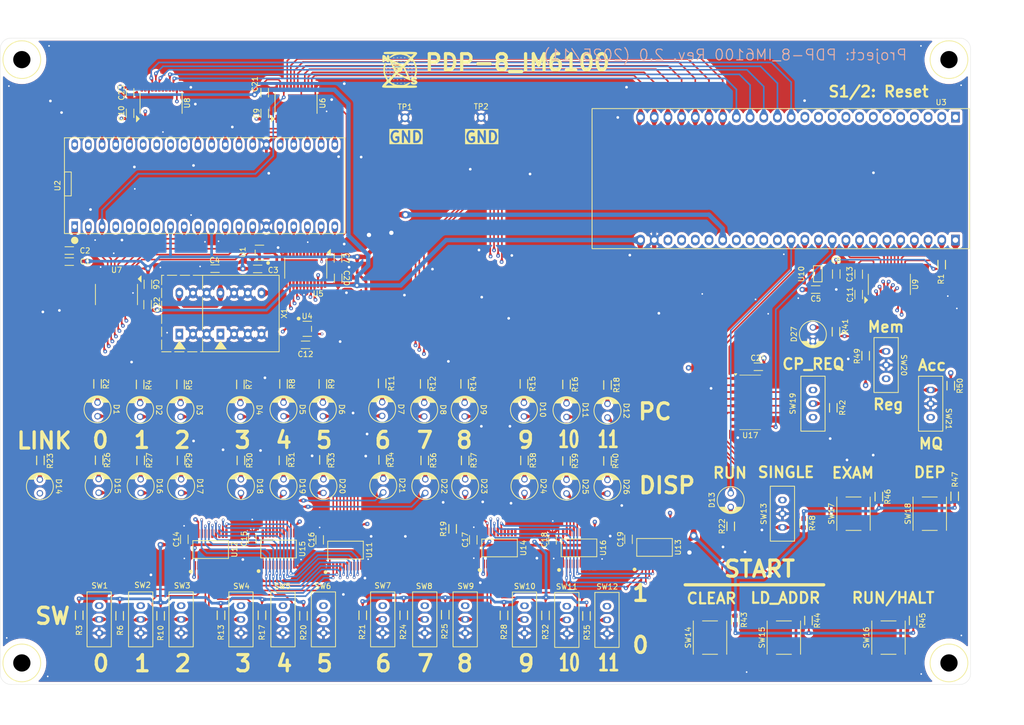
<source format=kicad_pcb>
(kicad_pcb (version 20241229) (generator "pcbnew") (generator_version "9.0")
  (title_block (title "PDP-8_IM6100") (date "2025-11-08") (rev "2.0") (company "@nosuz"))
  (layers (0 "F.Cu" signal) (4 "In1.Cu" signal) (6 "In2.Cu" signal) (2 "B.Cu" signal) (13 "F.Paste" user) (15 "B.Paste" user) (5 "F.SilkS" user "F.Silkscreen") (7 "B.SilkS" user "B.Silkscreen") (1 "F.Mask" user) (3 "B.Mask" user) (25 "Edge.Cuts" user))
  (net 0 "")
  (net 1 "+1V8")
  (net 3 "+5V")
  (net 4 "Net-(D1-K)")
  (net 5 "Net-(D1-A)")
  (net 6 "Net-(D2-K)")
  (net 7 "Net-(D2-A)")
  (net 8 "Net-(D3-K)")
  (net 9 "Net-(D3-A)")
  (net 10 "Net-(D4-K)")
  (net 11 "Net-(D4-A)")
  (net 12 "Net-(D5-K)")
  (net 13 "Net-(D5-A)")
  (net 14 "Net-(D6-K)")
  (net 15 "Net-(D6-A)")
  (net 16 "Net-(D7-K)")
  (net 17 "Net-(D7-A)")
  (net 18 "Net-(D8-K)")
  (net 19 "Net-(D8-A)")
  (net 20 "Net-(D9-K)")
  (net 21 "Net-(D9-A)")
  (net 22 "Net-(D10-A)")
  (net 23 "Net-(D10-K)")
  (net 24 "Net-(D11-A)")
  (net 25 "Net-(D11-K)")
  (net 26 "Net-(D12-A)")
  (net 27 "Net-(D12-K)")
  (net 28 "Net-(D13-K)")
  (net 30 "Net-(D14-K)")
  (net 31 "/XTB")
  (net 32 "Net-(D15-K)")
  (net 33 "Net-(D15-A)")
  (net 34 "Net-(D16-A)")
  (net 35 "Net-(D16-K)")
  (net 36 "Net-(D17-A)")
  (net 37 "Net-(D17-K)")
  (net 38 "Net-(D18-A)")
  (net 39 "Net-(D18-K)")
  (net 40 "Net-(D19-A)")
  (net 41 "Net-(D19-K)")
  (net 42 "Net-(D20-K)")
  (net 43 "Net-(D20-A)")
  (net 44 "Net-(D21-A)")
  (net 45 "Net-(D21-K)")
  (net 46 "Net-(D22-A)")
  (net 47 "Net-(D22-K)")
  (net 48 "Net-(D23-K)")
  (net 49 "Net-(D23-A)")
  (net 50 "Net-(D24-A)")
  (net 51 "Net-(D24-K)")
  (net 52 "Net-(D25-A)")
  (net 53 "Net-(D25-K)")
  (net 54 "Net-(D26-K)")
  (net 55 "Net-(D26-A)")
  (net 56 "Net-(D27-A)")
  (net 57 "/~{RESET_3V3}")
  (net 58 "/CPREQ_ON")
  (net 71 "/IFETCH")
  (net 72 "/XTC")
  (net 73 "Clock")
  (net 74 "~{DIR_READ}")
  (net 75 "/DX8")
  (net 76 "/DX11")
  (net 77 "/~{CPSEL}")
  (net 78 "/~{C1}")
  (net 79 "/DX9")
  (net 80 "/RUN")
  (net 81 "/~{DMAREQ}")
  (net 82 "/DX4")
  (net 83 "/DMAGNT")
  (net 84 "/LXMAR")
  (net 85 "/DX0")
  (net 86 "/DX2")
  (net 87 "/~{SKP}")
  (net 88 "/~{RESET}")
  (net 89 "/DX6")
  (net 90 "/LINK")
  (net 91 "/~{MEMSEL}")
  (net 92 "/~{DEVSEL}")
  (net 93 "/DX7")
  (net 94 "/~{C0}")
  (net 95 "/DX5")
  (net 96 "/DX3")
  (net 97 "/~{C2}")
  (net 98 "/~{RUN{slash}HLT}")
  (net 99 "/XTA")
  (net 100 "/DX1")
  (net 101 "/DX10")
  (net 102 "/~{SWSEL}")
  (net 103 "/~{CPREQ}")
  (net 104 "/~{DMAREQ_3V3}")
  (net 105 "/XTA_3V3")
  (net 106 "/LXMAR_3V3")
  (net 107 "/RUN_3V3")
  (net 108 "/~{CPREQ_3V3}")
  (net 109 "/~{RUN{slash}HLT_3V3}")
  (net 110 "/DMAGNT_3V3")
  (net 111 "/DX1_3V3")
  (net 112 "/DX0_3V3")
  (net 113 "/DX3_3V3")
  (net 114 "/DX4_3V3")
  (net 115 "/DX2_3V3")
  (net 116 "/~{C2_3V3}")
  (net 117 "/~{MEMSEL_3V3}")
  (net 118 "/~{C0_3V3}")
  (net 119 "/~{SKP_3V3}")
  (net 120 "/~{C1_3V3}")
  (net 121 "/~{DEVSEL_3V3}")
  (net 122 "/~{SWSEL_3V3}")
  (net 123 "/DX9_3V3")
  (net 124 "/DX7_3V3")
  (net 125 "/DX6_3V3")
  (net 126 "/DX11_3V3")
  (net 127 "/LINK_3V3")
  (net 128 "/DX10_3V3")
  (net 129 "/DX8_3V3")
  (net 130 "/DX5_3V3")
  (net 131 "/DISP_CLK")
  (net 132 "/~{SW_EN}")
  (net 133 "/PC_CLK")
  (net 134 "/~{CPSEL_3V3}")
  (net 135 "/SW_CLK")
  (net 136 "/XTC_3V3")
  (net 137 "/XTB_3V3")
  (net 138 "/IFETCH_3V3")
  (net 139 "/SW_DATA")
  (net 144 "Net-(U12-A1)")
  (net 145 "Net-(U12-A2)")
  (net 146 "Net-(U12-A3)")
  (net 147 "Net-(U12-A4)")
  (net 148 "Net-(U12-A5)")
  (net 149 "Net-(U12-A6)")
  (net 150 "Net-(U12-A7)")
  (net 151 "Net-(U12-A8)")
  (net 152 "Net-(U14-A1)")
  (net 153 "Net-(U14-A2)")
  (net 154 "Net-(U14-A3)")
  (net 155 "Net-(U14-A4)")
  (net 156 "Net-(U1-A)")
  (net 178 "GND")
  (net 179 "+3.3V")
  (net 184 "/CLOCK_3V3")
  (net 185 "/SW_LATCH")
  (net 186 "/Tactile Switches/Clear_SW")
  (net 187 "/Tactile Switches/LoadAd_SW")
  (net 188 "/Tactile Switches/RunHlt_SW")
  (net 189 "/Tactile Switches/Exam_SW")
  (net 190 "/Tactile Switches/Dep_SW")
  (net 191 "/Tactile Switches/Single_SW")
  (net 192 "/Tactile Switches/MemReg_SW")
  (net 194 "/Tactile Switches/AccMQ_SW")
  (footprint "0my_project:C_1608_0603" (layer "F.Cu") (at 70.22 40.87 -90)
    (property "Reference" "C23")
    (property "Value" "0.1uF" (hide yes))
  )
  (footprint "0my_project:C_1608_0603" (layer "F.Cu") (at 108.79 71.52 -90)
    (property "Reference" "C7")
    (property "Value" "0.1uF" (hide yes))
  )
  (footprint "0my_project:DTSM-6x" (layer "F.Cu") (at 177.81 142 90)
    (property "Reference" "SW14")
    (property "Value" "DTSM-63N-V-T/R" (hide yes))
  )
  (footprint "0my_project:SS-12SDP2" (layer "F.Cu") (at 64.49 138.615)
    (property "Reference" "SW1")
    (property "Value" "SS-12SDP2" (hide yes))
  )
  (footprint "0my_project:R_1608_0603" (layer "F.Cu") (at 206.68 89.68 90)
    (property "Reference" "R49")
    (property "Value" "10K" (hide yes))
  )
  (footprint "0my_project:C_1608_0603" (layer "F.Cu") (at 105.39 123.855 90)
    (property "Reference" "C16")
    (property "Value" "0.1uF" (hide yes))
  )
  (footprint "0my_project:R_1608_0603" (layer "F.Cu") (at 132.39 109.105 90)
    (property "Reference" "R37")
    (property "Value" "1.2K" (hide yes))
  )
  (footprint "0my_project:R_1608_0603" (layer "F.Cu") (at 151.19 95.005 90)
    (property "Reference" "R16")
    (property "Value" "1.2K" (hide yes))
  )
  (footprint "0my_project:LED_5mm" (layer "F.Cu") (at 79.59 99.735 180)
    (property "Reference" "D3")
    (property "Value" "OSR5JA5E34B" (hide yes))
  )
  (footprint "0my_project:SS-12SDP2" (layer "F.Cu") (at 132.39 138.615)
    (property "Reference" "SW9")
    (property "Value" "SS-12SDP2" (hide yes))
  )
  (footprint "0my_project:R_1608_0603" (layer "F.Cu") (at 181.65 121.34 -90)
    (property "Reference" "R22")
    (property "Value" "1.2K" (hide yes))
  )
  (footprint "0my_project:C_1608_0603" (layer "F.Cu") (at 205.39 74.54 -90)
    (property "Reference" "C13")
    (property "Value" "0.1uF" (hide yes))
  )
  (footprint "0my_project:R_1608_0603" (layer "F.Cu") (at 75.89 137.955 -90)
    (property "Reference" "R10")
    (property "Value" "10K" (hide yes))
  )
  (footprint "0my_project:SS-12SDP2" (layer "F.Cu") (at 124.89 138.615)
    (property "Reference" "SW8")
    (property "Value" "SS-12SDP2" (hide yes))
  )
  (footprint "0my_project:C_1608_0603" (layer "F.Cu") (at 58.94 72.205 180)
    (property "Reference" "C1")
    (property "Value" "1uF" (hide yes))
  )
  (footprint "0my_project:C_1608_0603" (layer "F.Cu") (at 92.89 123.655 90)
    (property "Reference" "C15")
    (property "Value" "0.1uF" (hide yes))
  )
  (footprint "0my_project:R_1608_0603" (layer "F.Cu") (at 72.19 109.105 90)
    (property "Reference" "R27")
    (property "Value" "1.2K" (hide yes))
  )
  (footprint "0my_project:R_1608_0603" (layer "F.Cu") (at 201.18 85.22 -90)
    (property "Reference" "R41")
    (property "Value" "1.2K" (hide yes))
  )
  (footprint "0my_project:R_1608_0603" (layer "F.Cu") (at 151.19 109.205 90)
    (property "Reference" "R39")
    (property "Value" "1.2K" (hide yes))
  )
  (footprint "0my_project:R_1608_0603" (layer "F.Cu") (at 102.39 137.955 -90)
    (property "Reference" "R20")
    (property "Value" "10K" (hide yes))
  )
  (footprint "0my_project:SS-12SDP2" (layer "F.Cu") (at 90.79 138.615)
    (property "Reference" "SW4")
    (property "Value" "SS-12SDP2" (hide yes))
  )
  (footprint "0my_project:LED_5mm" (layer "F.Cu") (at 106.09 113.875 180)
    (property "Reference" "D20")
    (property "Value" "OSR5JA5E34B" (hide yes))
  )
  (footprint "0my_project:C_1608_0603" (layer "F.Cu") (at 95.19 40.85 -90)
    (property "Reference" "C21")
    (property "Value" "0.1uF" (hide yes))
  )
  (footprint "0my_project:LED_5mm" (layer "F.Cu") (at 64.19 99.635 180)
    (property "Reference" "D1")
    (property "Value" "OSR5JA5E34B" (hide yes))
  )
  (footprint "0my_project:LED_5mm" (layer "F.Cu") (at 72.09 99.735 180)
    (property "Reference" "D2")
    (property "Value" "OSR5JA5E34B" (hide yes))
  )
  (footprint "0my_project:LED_5mm" (layer "F.Cu") (at 181.65 116.47)
    (property "Reference" "D13")
    (property "Value" "OSR5JA5E34B" (hide yes))
  )
  (footprint "0my_project:R_1608_0603" (layer "F.Cu") (at 98.69 94.905 90)
    (property "Reference" "R8")
    (property "Value" "1.2K" (hide yes))
  )
  (footprint "0my_project:LED_5mm" (layer "F.Cu") (at 124.79 99.675 180)
    (property "Reference" "D8")
    (property "Value" "OSR5JA5E34B" (hide yes))
  )
  (footprint "0my_project:C_1608_0603" (layer "F.Cu") (at 108.82 75.3 90)
    (property "Reference" "C20")
    (property "Value" "0.1uF" (hide yes))
  )
  (footprint "0my_project:R_1608_0603" (layer "F.Cu") (at 117.09 109.005 90)
    (property "Reference" "R34")
    (property "Value" "1.2K" (hide yes))
  )
  (footprint "0my_project:LED_5mm" (layer "F.Cu") (at 98.69 99.635 180)
    (property "Reference" "D5")
    (property "Value" "OSR5JA5E34B" (hide yes))
  )
  (footprint "0my_project:LED_5mm" (layer "F.Cu") (at 105.99 99.635 180)
    (property "Reference" "D6")
    (property "Value" "OSR5JA5E34B" (hide yes))
  )
  (footprint "0my_project:R_1608_0603" (layer "F.Cu") (at 195.18 120.76 -90)
    (property "Reference" "R48")
    (property "Value" "10K" (hide yes))
  )
  (footprint "0my_project:LED_5mm" (layer "F.Cu") (at 143.39 113.875 180)
    (property "Reference" "D24")
    (property "Value" "OSR5JA5E34B" (hide yes))
  )
  (footprint "0my_project:R_1608_0603" (layer "F.Cu") (at 87.09 137.855 -90)
    (property "Reference" "R13")
    (property "Value" "10K" (hide yes))
  )
  (footprint "0my_project:C_1608_0603" (layer "F.Cu") (at 73.53 76.42 -90)
    (property "Reference" "C6")
    (property "Value" "0.1uF" (hide yes))
  )
  (footprint "0my_project:R_1608_0603" (layer "F.Cu") (at 98.59 109.105 90)
    (property "Reference" "R31")
    (property "Value" "1.2K" (hide yes))
  )
  (footprint "0my_project:R_1608_0603" (layer "F.Cu") (at 53.59 109.105 90)
    (property "Reference" "R23")
    (property "Value" "1.2K" (hide yes))
  )
  (footprint "0my_project:R_1608_0603" (layer "F.Cu") (at 209.13 115.83 90)
    (property "Reference" "R46")
    (property "Value" "10K" (hide yes))
  )
  (footprint "0my_project:LED_5mm" (layer "F.Cu") (at 90.69 99.735 180)
    (property "Reference" "D4")
    (property "Value" "OSR5JA5E34B" (hide yes))
  )
  (footprint "0my_project:LED_5mm" (layer "F.Cu") (at 72.19 113.875 180)
    (property "Reference" "D16")
    (property "Value" "OSR5JA5E34B" (hide yes))
  )
  (footprint "0my_project:TSSOP-20_TI-PW" (layer "F.Cu") (at 85.165 125.655)
    (property "Reference" "U12")
    (property "Value" "SN74LVC245APW" (hide yes))
  )
  (footprint "0my_project:SS-12SDP2" (layer "F.Cu") (at 106.09 138.615)
    (property "Reference" "SW6")
    (property "Value" "SS-12SDP2" (hide yes))
  )
  (footprint "0my_project:SS-12SDP2" (layer "F.Cu") (at 79.69 138.615)
    (property "Reference" "SW3")
    (property "Value" "SS-12SDP2" (hide yes))
  )
  (footprint "0my_project:TSSOP-24_TI-PW" (layer "F.Cu") (at 75.975 42.79)
    (property "Reference" "U8")
    (property "Value" "SN74LVC8T245PWR" (hide yes))
  )
  (footprint "0my_project:SS-12SDP2" (layer "F.Cu") (at 72.19 138.615)
    (property "Reference" "SW2")
    (property "Value" "SS-12SDP2" (hide yes))
  )
  (footprint "0my_project:R_1608_0603" (layer "F.Cu") (at 72.09 95.005 90)
    (property "Reference" "R4")
    (property "Value" "1.2K" (hide yes))
  )
  (footprint "0my_project:R_1608_0603" (layer "F.Cu") (at 79.69 109.105 90)
    (property "Reference" "R29")
    (property "Value" "1.2K" (hide yes))
  )
  (footprint "0my_project:LED_5mm" (layer "F.Cu") (at 53.49 113.935 180)
    (property "Reference" "D14")
    (property "Value" "OSR5JA5E34B" (hide yes))
  )
  (footprint "0my_project:R_1608_0603" (layer "F.Cu") (at 222.47 95.23 -90)
    (property "Reference" "R50")
    (property "Value" "10K" (hide yes))
  )
  (footprint "0my_project:R_1608_0603" (layer "F.Cu") (at 158.79 109.205 90)
    (property "Reference" "R40")
    (property "Value" "1.2K" (hide yes))
  )
  (footprint "0my_project:R_1608_0603" (layer "F.Cu") (at 147.29 137.875 -90)
    (property "Reference" "R32")
    (property "Value" "10K" (hide yes))
  )
  (footprint "0my_project:SOT-23-5_TI" (layer "F.Cu") (at 103.09 84.68)
    (property "Reference" "U4")
    (property "Value" "SN74AHCT1G14DBV" (hide yes))
  )
  (footprint "0my_project:R_1608_0603" (layer "F.Cu") (at 64.49 109.065 90)
    (property "Reference" "R26")
    (property "Value" "1.2K" (hide yes))
  )
  (footprint "Package_SO:SOIC-16_3.9x9.9mm_P1.27mm" (layer "F.Cu") (at 185.255 98.325)
    (property "Reference" "U17")
    (property "Value" "74HC165D" (hide yes))
  )
  (footprint "0my_project:C_1608_0603" (layer "F.Cu") (at 205.39 78.31 90)
    (property "Reference" "C11")
    (property "Value" "0.1uF" (hide yes))
  )
  (footprint "0my_project:R_1608_0603" (layer "F.Cu") (at 220.79 72.77 -90)
    (property "Reference" "R1")
    (property "Value" "10K" (hide yes))
  )
  (footprint "0my_project:C_1608_0603" (layer "F.Cu") (at 201.23 74.51 -90)
    (property "Reference" "C8")
    (property "Value" "1uF" (hide yes))
  )
  (footprint "0my_project:R_1608_0603" (layer "F.Cu") (at 200.68 99.34 90)
    (property "Reference" "R42")
    (property "Value" "10K" (hide yes))
  )
  (footprint "0my_project:C_1608_0603" (layer "F.Cu") (at 148.59 123.855 90)
    (property "Reference" "C18")
    (property "Value" "0.1uF" (hide yes))
  )
  (footprint "0my_project:R_1608_0603" (layer "F.Cu") (at 124.79 94.905 90)
    (property "Reference" "R12")
    (property "Value" "1.2K" (hide yes))
  )
  (footprint "0my_project:R_1608_0603" (layer "F.Cu") (at 158.79 95.105 90)
    (property "Reference" "R18")
    (property "Value" "1.2K" (hide yes))
  )
  (footprint "0my_project:LED_5mm" (layer "F.Cu") (at 90.79 113.875 180)
    (property "Reference" "D18")
    (property "Value" "OSR5JA5E34B" (hide yes))
  )
  (footprint "0my_project:LED_5mm" (layer "F.Cu") (at 132.39 113.875 180)
    (property "Reference" "D23")
    (property "Value" "OSR5JA5E34B" (hide yes))
  )
  (footprint "0my_project:DTSM-6x" (layer "F.Cu") (at 191.51 142 90)
    (property "Reference" "SW15")
    (property "Value" "DTSM-63N-V-T/R" (hide yes))
  )
  (footprint "0my_project:TEST-34" (layer "F.Cu") (at 121.22 45.5)
    (property "Reference" "TP1")
    (property "Value" "TEST-34" (hide yes))
  )
  (footprint "0my_project:R_1608_0603" (layer "F.Cu") (at 90.79 109.105 90)
    (property "Reference" "R30")
    (property "Value" "1.2K" (hide yes))
  )
  (footprint "0my_project:C_1608_0603" (layer "F.Cu") (at 85.98 73.51 180)
    (property "Reference" "C4")
    (property "Value" "0.1uF" (hide yes))
  )
  (footprint "0my_project:SS-12SDP2" (layer "F.Cu") (at 143.39 138.635)
    (property "Reference" "SW10")
    (property "Value" "SS-12SDP2" (hide yes))
  )
  (footprint "0my_project:DTSM-6x" (layer "F.Cu") (at 204.43 119 90)
    (property "Reference" "SW17")
    (property "Value" "DTSM-63N-V-T/R" (hide yes))
  )
  (footprint "0my_project:DTSM-6x" (layer "F.Cu") (at 210.92 142 90)
    (property "Reference" "SW16")
    (property "Value" "DTSM-63N-V-T/R" (hide yes))
  )
  (footprint "0my_project:TSSOP-24_TI-PW" (layer "F.Cu") (at 102.81 73.4 180)
    (property "Reference" "U5")
    (property "Value" "SN74LVC8T245PWR" (hide yes))
  )
  (footprint "0my_project:R_1608_0603" (layer "F.Cu") (at 68.29 137.955 -90)
    (property "Reference" "R6")
    (property "Value" "10K" (hide yes))
  )
  (footprint "0my_project:R_1608_0603" (layer "F.Cu") (at 132.29 94.905 90)
    (property "Reference" "R14")
    (property "Value" "1.2K" (hide yes))
  )
  (footprint "0my_project:C_1608_0603" (layer "F.Cu") (at 186.78 91.72 180)
    (property "Reference" "C24")
    (property "Value" "0.1uF" (hide yes))
  )
  (footprint "0my_project:LED_5mm" (layer "F.Cu") (at 132.29 99.675 180)
    (property "Reference" "D9")
    (property "Value" "OSR5JA5E34B" (hide yes))
  )
  (footprint "0my_project:C_1608_0603" (layer "F.Cu") (at 58.94 70.14 180)
    (property "Reference" "C2")
    (property "Value" "0.1uF" (hide yes))
  )
  (footprint "0my_project:C_1608_0603" (layer "F.Cu") (at 197.4 77.39)
    (property "Reference" "C5")
    (property "Value" "1uF" (hide yes))
  )
  (footprint "0my_project:DIP-14_ClockOscillator" (layer "F.Cu") (at 86.98 81.84)
    (property "Reference" "X1")
    (property "Value" "4MHz Clock Oscillator" (hide yes))
  )
  (footprint "0my_project:LED_5mm" (layer "F.Cu") (at 98.69 113.875 180)
    (property "Reference" "D19")
    (property "Value" "OSR5JA5E34B" (hide yes))
  )
  (footprint "0my_project:SS-12SDP2" (layer "F.Cu") (at 218.74 98.57 180)
    (property "Reference" "SW21")
    (property "Value" "SS-12SDP2" (hide yes))
  )
  (footprint "0my_project:TSSOP-20_TI-PW" (layer "F.Cu") (at 110.19 125.755)
    (property "Reference" "U11")
    (property "Value" "SN74LVC574APW" (hide yes))
  )
  (footprint "0my_project:R_1608_0603" (layer "F.Cu") (at 154.89 137.975 -90)
    (property "Reference" "R35")
    (property "Value" "10K" (hide yes))
  )
  (footprint "0my_project:SS-12SDP2" (layer "F.Cu") (at 98.59 138.615)
    (property "Reference" "SW5")
    (property "Value" "SS-12SDP2" (hide yes))
  )
  (footprint "0my_project:M3_mount" (layer "F.Cu") (at 222.14 34.705)
    (property "Reference" "REF**" (hide yes))
    (property "Value" "M3_mount" (hide yes))
  )
  (footprint "0my_project:LED_5mm" (layer "F.Cu") (at 124.99 113.875 180)
    (property "Reference" "D22")
    (property "Value" "OSR5JA5E34B" (hide yes))
  )
  (footprint "0my_project:C_1608_0603" (layer "F.Cu") (at 95.19 44.7 90)
    (property "Reference" "C9")
    (property "Value" "0.1uF" (hide yes))
  )
  (footprint "0my_project:R_1608_0603" (layer "F.Cu") (at 60.79 137.855 -90)
    (property "Reference" "R3")
    (property "Value" "10K" (hide yes))
  )
  (footprint "0my_project:R_1608_0603" (layer "F.Cu") (at 182.5 138.73 90)
    (property "Reference" "R43")
    (property "Value" "10K" (hide yes))
  )
  (footprint "0my_project:SOT-23-5_TI" (layer "F.Cu") (at 94.23 70.55 180)
    (property "Reference" "U1")
    (property "Value" "SN74AHCT1G14DBV" (hide yes))
  )
  (footprint "0my_project:R_1608_0603" (layer "F.Cu") (at 128.69 137.755 -90)
    (property "Reference" "R25")
    (property "Value" "10K" (hide yes))
  )
  (footprint "0my_project:R_1608_0603" (layer "F.Cu") (at 79.59 95.005 90)
    (property "Reference" "R5")
    (property "Value" "1.2K" (hide yes))
  )
  (footprint "0my_project:R_1608_0603" (layer "F.Cu") (at 139.59 137.875 -90)
    (property "Reference" "R28")
    (property "Value" "10K" (hide yes))
  )
  (footprint "0my_project:R_1608_0603" (layer "F.Cu") (at 113.39 137.855 -90)
    (property "Reference" "R21")
    (property "Value" "10K" (hide yes))
  )
  (footprint "0my_project:R_1608_0603" (layer "F.Cu") (at 64.19 94.905 90)
    (property "Reference" "R2")
    (property "Value" "1.2K" (hide yes))
  )
  (footprint "0my_project:R_1608_0603" (layer "F.Cu") (at 105.99 94.905 90)
    (property "Reference" "R9")
    (property "Value" "1.2K" (hide yes))
  )
  (footprint "0my_project:TSSOP-20_TI-PW" (layer "F.Cu") (at 138.765 125.355)
    (property "Reference" "U14")
    (property "Value" "SN74LVC245APW" (hide yes))
  )
  (footprint "0my_project:R_1608_0603" (layer "F.Cu") (at 143.29 94.905 90)
    (property "Reference" "R15")
    (property "Value" "1.2K" (hide yes))
  )
  (footprint "0my_project:TSSOP-20_TI-PW" (layer "F.Cu") (at 167.515 125.255)
    (property "Reference" "U13")
    (property "Value" "SN74LVC574APW" (hide yes))
  )
  (footprint "0my_project:SS-12SDP2" (layer "F.Cu") (at 117.09 138.615)
    (property "Reference" "SW7")
    (property "Value" "SS-12SDP2" (hide yes))
  )
  (footprint "0my_project:Icon_Nosuz" (layer "F.Cu") (at 120.193142 36.6)
    (property "Reference" "IMG1" (hide yes))
    (property "Value" "Logo_image" (hide yes))
  )
  (footprint "0my_project:R_1608_0603" (layer "F.Cu") (at 120.99 137.855 -90)
    (property "Reference" "R24")
    (property "Value" "10K" (hide yes))
  )
  (footprint "0my_project:LED_5mm" (layer "F.Cu") (at 64.39 113.835 180)
    (property "Reference" "D15")
    (property "Value" "OSR5JA5E34B" (hide yes))
  )
  (footprint "0my_project:LED_5mm" (layer "F.Cu") (at 117.19 113.775 180)
    (property "Reference" "D21")
    (property "Value" "OSR5JA5E34B" (hide yes))
  )
  (footprint "0my_project:R_1608_0603" (layer "F.Cu") (at 196.07 138.83 90)
    (property "Reference" "R44")
    (property "Value" "10K" (hide yes))
  )
  (footprint "0my_project:R_1608_0603" (layer "F.Cu") (at 124.89 109.105 90)
    (property "Reference" "R36")
    (property "Value" "1.2K" (hide yes))
  )
  (footprint "0my_project:SS-12SDP2" (layer "F.Cu") (at 151.24 138.715)
    (property "Reference" "SW11")
    (property "Value" "SS-12SDP2" (hide yes))
  )
  (footprint "0my_project:TSSOP-24_TI-PW" (layer "F.Cu") (at 67.6925 78.31 180)
    (property "Reference" "U7")
    (property "Value" "SN74LVC8T245PWR" (hide yes))
  )
  (footprint "0my_project:TEST-34" (layer "F.Cu") (at 135.35 45.44)
    (property "Reference" "TP2")
    (property "Value" "TEST-34" (hide yes))
  )
  (footprint "0my_project:DIP-48_TangNano9K" (layer "F.Cu") (at 194.13 56.79655 180)
    (property "Reference" "U3")
    (property "Value" "Tang_Nano_9K" (hide yes))
  )
  (footprint "0my_project:DTSM-6x" (layer "F.Cu") (at 218.57 119 90)
    (property "Reference" "SW18")
    (property "Value" "DTSM-63N-V-T/R" (hide yes))
  )
  (footprint "0my_project:M3_mount" (layer "F.Cu") (at 50.14 34.705)
    (property "Reference" "REF**" (hide yes))
    (property "Value" "M3_mount" (hide yes))
  )
  (footprint "0my_project:LED_5mm" (layer "F.Cu") (at 79.69 113.875 180)
    (property "Reference" "D17")
    (property "Value" "OSR5JA5E34B" (hide yes))
  )
  (footprint "0my_project:C_1608_0603" (layer "F.Cu") (at 102.77 87.65 180)
    (property "Reference" "C12")
    (property "Value" "0.1uF" (hide yes))
  )
  (footprint "0my_project:R_1608_0603" (layer "F.Cu") (at 130.06 121.81 -90)
    (property "Reference" "R19")
    (property "Value" "10K" (hide yes))
  )
  (footprint "0my_project:R_1608_0603" (layer "F.Cu") (at 106.09 109.005 90)
    (property "Reference" "R33")
    (property "Value" "1.2K" (hide yes))
  )
  (footprint "0my_project:R_1608_0603" (layer "F.Cu") (at 94.69 137.855 -90)
    (property "Reference" "R17")
    (property "Value" "10K" (hide yes))
  )
  (footprint "0my_project:R_1608_0603" (layer "F.Cu") (at 116.99 94.805 90)
    (property "Reference" "R11")
    (property "Value" "1.2K" (hide yes))
  )
  (footprint "0my_project:TSSOP-20_TI-PW" (layer "F.Cu") (at 153.5025 125.3425)
    (property "Reference" "U16")
    (property "Value" "SN74LVC574APW" (hide yes))
  )
  (footprint "0my_project:M3_mount" (layer "F.Cu") (at 50.14 146.705)
    (property "Reference" "REF**" (hide yes))
    (property "Value" "M3_mount" (hide yes))
  )
  (footprint "0my_project:R_1608_0603" (layer "F.Cu") (at 143.39 109.105 90)
    (property "Reference" "R38")
    (property "Value" "1.2K" (hide yes))
  )
  (footprint "0my_project:LED_5mm" (layer "F.Cu") (at 143.29 99.675 180)
    (property "Reference" "D10")
    (property "Value" "OSR5JA5E34B" (hide yes))
  )
  (footprint "0my_project:SOT-23_AP2127N" (layer "F.Cu") (at 197.8 74.46 90)
    (property "Reference" "U10")
    (property "Value" "AP2127N-1.8" (hide yes))
  )
  (footprint "0my_project:TSSOP-20_TI-PW" (layer "F.Cu") (at 97.765 125.555)
    (property "Reference" "U15")
    (property "Value" "SN74LVC574APW" (hide yes))
  )
  (footprint "0my_project:LED_5mm" (layer "F.Cu") (at 151.19 99.775 180)
    (property "Reference" "D11")
    (property "Value" "OSR5JA5E34B" (hide yes))
  )
  (footprint "0my_project:C_1608_0603" (layer "F.Cu") (at 133.89 123.855 90)
    (property "Reference" "C17")
    (property "Value" "0.1uF" (hide yes))
  )
  (footprint "0my_project:C_1608_0603" (layer "F.Cu") (at 80.29 123.755 90)
    (property "Reference" "C14")
    (property "Value" "0.1uF" (hide yes))
  )
  (footprint "0my_project:SS-12SDP2" (layer "F.Cu") (at 191.24 119)
    (property "Reference" "SW13")
    (property "Value" "SS-12SDP2" (hide yes))
  )
  (footprint "0my_project:SS-12SDP2" (layer "F.Cu") (at 196.91 98.57)
    (property "Reference" "SW19")
    (property "Value" "SS-12SDP2" (hide yes))
  )
  (footprint "0my_project:C_1608_0603" (layer "F.Cu") (at 93.89 73.55)
    (property "Reference" "C3")
    (property "Value" "0.1uF" (hide yes))
  )
  (footprint "0my_project:M3_mount" (layer "F.Cu") (at 222.14 146.705 90)
    (property "Reference" "REF**" (hide yes))
    (property "Value" "M3_mount" (hide yes))
  )
  (footprint "0my_project:TSSOP-24_TI-PW" (layer "F.Cu") (at 101.01 42.79)
    (property "Reference" "U6")
    (property "Value" "SN74LVC8T245PWR" (hide yes))
  )
  (footprint "0my_project:C_1608_0603" (layer "F.Cu") (at 73.47 80.19 90)
    (property "Reference" "C22")
    (property "Value" "0.1uF" (hide yes))
  )
  (footprint "0my_project:R_1608_0603" (layer "F.Cu") (at 215.49 138.83 90)
    (property "Reference" "R45")
    (property "Value" "10K" (hide yes))
  )
  (footprint "0my_project:C_1608_0603" (layer "F.Cu") (at 70.22 44.67 90)
    (property "Reference" "C10")
    (property "Value" "0.1uF" (hide yes))
  )
  (footprint "0my_project:R_1608_0603" (layer "F.Cu") (at 90.69 95.005 90)
    (property "Reference" "R7")
    (property "Value" "1.2K" (hide yes))
  )
  (footprint "0my_project:LED_5mm" (layer "F.Cu") (at 158.79 99.875 180)
    (property "Reference" "D12")
    (property "Value" "OSR5JA5E34B" (hide yes))
  )
  (footprint "0my_project:LED_5mm" (layer "F.Cu") (at 116.99 99.575 180)
    (property "Reference" "D7")
    (property "Value" "OSR5JA5E34B" (hide yes))
  )
  (footprint "0my_project:R_1608_0603" (layer "F.Cu") (at 223.2 115.77 90)
    (property "Reference" "R47")
    (property "Value" "10K" (hide yes))
  )
  (footprint "0my_project:TSSOP-24_TI-PW" (layer "F.Cu") (at 211.075 76.43)
    (property "Reference" "U9")
    (property "Value" "SN74LVC8T245PWR" (hide yes))
  )
  (footprint "0my_project:LED_5mm" (layer "F.Cu") (at 158.79 114.005 180)
    (property "Reference" "D26")
    (property "Value" "OSR5JA5E34B" (hide yes))
  )
  (footprint "0my_project:SS-12SDP2" (layer "F.Cu") (at 210.48 91.4 180)
    (property "Reference" "SW20")
    (property "Value" "SS-12SDP2" (hide yes))
  )
  (footprint "0my_project:LED_5mm" (layer "F.Cu") (at 196.89 85.69)
    (property "Reference" "D27")
    (property "Value" "OSR5JA5E34B" (hide yes))
  )
  (footprint "0my_project:LED_5mm" (layer "F.Cu") (at 151.19 113.975 180)
    (property "Reference" "D25")
    (property "Value" "OSR5JA5E34B" (hide yes))
  )
  (footprint "0my_project:SS-12SDP2" (layer "F.Cu") (at 158.69 138.715)
    (property "Reference" "SW12")
    (property "Value" "SS-12SDP2" (hide yes))
  )
  (footprint "0my_project:DIP-40_IM6100" (layer "F.Cu") (at 84.075 58.1)
    (property "Reference" "U2")
    (property "Value" "IM6100" (hide yes))
  )
  (footprint "0my_project:C_1608_0603" (layer "F.Cu") (at 162.69 123.755 90)
    (property "Reference" "C19")
    (property "Value" "0.1uF" (hide yes))
  )
  (gr_line (start 173.2 132.2) (end 198.9 132.2) (stroke (width 0.6)) (layer "F.SilkS"))
  (gr_line (start 46.14 148.705) (end 46.14 32.705) (stroke (width 0.05)) (layer "Edge.Cuts"))
  (gr_arc (start 226.14 148.705) (mid 225.554214 150.119214) (end 224.14 150.705) (stroke (width 0.05)) (layer "Edge.Cuts"))
  (gr_line (start 48.14 30.705) (end 224.14 30.705) (stroke (width 0.05)) (layer "Edge.Cuts"))
  (gr_line (start 226.14 32.705) (end 226.14 148.705) (stroke (width 0.05)) (layer "Edge.Cuts"))
  (gr_arc (start 46.14 32.705) (mid 46.725786 31.290786) (end 48.14 30.705) (stroke (width 0.05)) (layer "Edge.Cuts"))
  (gr_line (start 224.14 150.705) (end 48.14 150.705) (stroke (width 0.05)) (layer "Edge.Cuts"))
  (gr_arc (start 224.14 30.705) (mid 225.554214 31.290786) (end 226.14 32.705) (stroke (width 0.05)) (layer "Edge.Cuts"))
  (gr_arc (start 48.14 150.705) (mid 46.725786 150.119214) (end 46.14 148.705) (stroke (width 0.05)) (layer "Edge.Cuts"))
  (gr_text "8" (at 130.39 107.105 0) (layer "F.SilkS") (effects (font (size 3 3) (thickness 0.6) (bold yes)) (justify left bottom)))
  (gr_text "Reg" (at 207.85 99.89 0) (layer "F.SilkS") (effects (font (size 2 2) (thickness 0.4) (bold yes)) (justify left bottom)))
  (gr_text "9" (at 141.79 107.105 0) (layer "F.SilkS") (effects (font (size 3 3) (thickness 0.6) (bold yes)) (justify left bottom)))
  (gr_text "1" (at 70.69 148.555 0) (layer "F.SilkS") (effects (font (size 3 3) (thickness 0.6) (bold yes)) (justify left bottom)))
  (gr_text "SW" (at 52.30824 139.755 0) (layer "F.SilkS") (effects (font (size 3 3) (thickness 0.6) (bold yes)) (justify left bottom)))
  (gr_text "LINK" (at 48.89 107.205 0) (layer "F.SilkS") (effects (font (size 3 3) (thickness 0.6) (bold yes)) (justify left bottom)))
  (gr_text "MQ" (at 216.34 107.17 0) (layer "F.SilkS") (effects (font (size 2 2) (thickness 0.4) (bold yes)) (justify left bottom)))
  (gr_text "7" (at 123.09 107.105 0) (layer "F.SilkS") (effects (font (size 3 3) (thickness 0.6) (bold yes)) (justify left bottom)))
  (gr_text "RUN/HALT" (at 203.9 135.8 0) (layer "F.SilkS") (effects (font (size 2 2) (thickness 0.4) (bold yes)) (justify left bottom)))
  (gr_text "1" (at 70.59 107.105 0) (layer "F.SilkS") (effects (font (size 3 3) (thickness 0.6) (bold yes)) (justify left bottom)))
  (gr_text "5" (at 104.49 148.555 0) (layer "F.SilkS") (effects (font (size 3 3) (thickness 0.6) (bold yes)) (justify left bottom)))
  (gr_text "PDP-8_IM6100" (at 124.63 37 0) (layer "F.SilkS") (effects (font (size 3 3) (thickness 0.6) (bold yes)) (justify left bottom)))
  (gr_text "6" (at 115.29 107.105 0) (layer "F.SilkS") (effects (font (size 3 3) (thickness 0.6) (bold yes)) (justify left bottom)))
  (gr_text "GND" (at 118.1 50.25 0) (layer "F.SilkS" knockout) (effects (font (size 2 2) (thickness 0.4) (bold yes)) (justify left bottom)))
  (gr_text "11" (at 156.69 106.9805 0) (layer "F.SilkS") (effects (font (size 3 2) (thickness 0.5) (bold yes)) (justify left bottom)))
  (gr_text "CLEAR" (at 173.25 135.9 0) (layer "F.SilkS") (effects (font (size 2 2) (thickness 0.4) (bold yes)) (justify left bottom)))
  (gr_text "PC" (at 164.19 101.805 0) (layer "F.SilkS") (effects (font (size 3 3) (thickness 0.6) (bold yes)) (justify left bottom)))
  (gr_text "10" (at 149.39 106.9805 0) (layer "F.SilkS") (effects (font (size 3 2) (thickness 0.5) (bold yes)) (justify left bottom)))
  (gr_text "SINGLE" (at 186.45 112.48 0) (layer "F.SilkS") (effects (font (size 2 2) (thickness 0.4) (bold yes)) (justify left bottom)))
  (gr_text "Mem" (at 206.85 85.49 0) (layer "F.SilkS") (effects (font (size 2 2) (thickness 0.4) (bold yes)) (justify left bottom)))
  (gr_text "6" (at 115.39 148.555 0) (layer "F.SilkS") (effects (font (size 3 3) (thickness 0.6) (bold yes)) (justify left bottom)))
  (gr_text "3" (at 89.39 148.555 0) (layer "F.SilkS") (effects (font (size 3 3) (thickness 0.6) (bold yes)) (justify left bottom)))
  (gr_text "EXAM" (at 200.2 112.6 0) (layer "F.SilkS") (effects (font (size 2 2) (thickness 0.4) (bold yes)) (justify left bottom)))
  (gr_text "Acc" (at 216.15 92.61 0) (layer "F.SilkS") (effects (font (size 2 2) (thickness 0.4) (bold yes)) (justify left bottom)))
  (gr_text "5" (at 104.39 107.105 0) (layer "F.SilkS") (effects (font (size 3 3) (thickness 0.6) (bold yes)) (justify left bottom)))
  (gr_text "DISP" (at 164.29 115.505 0) (layer "F.SilkS") (effects (font (size 3 3) (thickness 0.6) (bold yes)) (justify left bottom)))
  (gr_text "4" (at 96.99 148.555 0) (layer "F.SilkS") (effects (font (size 3 3) (thickness 0.6) (bold yes)) (justify left bottom)))
  (gr_text "GND" (at 132.15 50.25 0) (layer "F.SilkS" knockout) (effects (font (size 2 2) (thickness 0.4) (bold yes)) (justify left bottom)))
  (gr_text "8" (at 130.49 148.555 0) (layer "F.SilkS") (effects (font (size 3 3) (thickness 0.6) (bold yes)) (justify left bottom)))
  (gr_text "2" (at 78.19 148.555 0) (layer "F.SilkS") (effects (font (size 3 3) (thickness 0.6) (bold yes)) (justify left bottom)))
  (gr_text "0" (at 62.89 107.105 0) (layer "F.SilkS") (effects (font (size 3 3) (thickness 0.6) (bold yes)) (justify left bottom)))
  (gr_text "LD_ADDR" (at 185.1 135.8 0) (layer "F.SilkS") (effects (font (size 2 2) (thickness 0.4) (bold yes)) (justify left bottom)))
  (gr_text "9" (at 141.89 148.555 0) (layer "F.SilkS") (effects (font (size 3 3) (thickness 0.6) (bold yes)) (justify left bottom)))
  (gr_text "3" (at 89.29 107.105 0) (layer "F.SilkS") (effects (font (size 3 3) (thickness 0.6) (bold yes)) (justify left bottom)))
  (gr_text "1\n\n0" (at 163.09 145.155 0) (layer "F.SilkS") (effects (font (size 3 3) (thickness 0.6) (bold yes)) (justify left bottom)))
  (gr_text "10" (at 149.49 148.4305 0) (layer "F.SilkS") (effects (font (size 3 2) (thickness 0.5) (bold yes)) (justify left bottom)))
  (gr_text "11" (at 156.79 148.4305 0) (layer "F.SilkS") (effects (font (size 3 2) (thickness 0.5) (bold yes)) (justify left bottom)))
  (gr_text "4" (at 96.89 107.105 0) (layer "F.SilkS") (effects (font (size 3 3) (thickness 0.6) (bold yes)) (justify left bottom)))
  (gr_text "RUN" (at 178.15 112.6 0) (layer "F.SilkS") (effects (font (size 2 2) (thickness 0.4) (bold yes)) (justify left bottom)))
  (gr_text "DEP" (at 215.4 112.5 0) (layer "F.SilkS") (effects (font (size 2 2) (thickness 0.4) (bold yes)) (justify left bottom)))
  (gr_text "START" (at 180.1 131 0) (layer "F.SilkS") (effects (font (size 3 3) (thickness 0.6) (bold yes)) (justify left bottom)))
  (gr_text "7" (at 123.19 148.555 0) (layer "F.SilkS") (effects (font (size 3 3) (thickness 0.6) (bold yes)) (justify left bottom)))
  (gr_text "0" (at 62.99 148.555 0) (layer "F.SilkS") (effects (font (size 3 3) (thickness 0.6) (bold yes)) (justify left bottom)))
  (gr_text "CP_REQ" (at 191 92.4 0) (layer "F.SilkS") (effects (font (size 2 2) (thickness 0.4) (bold yes)) (justify left bottom)))
  (gr_text "S1/2: Reset" (at 199.57 41.82 0) (layer "F.SilkS") (effects (font (size 2 2) (thickness 0.4) (bold yes)) (justify left bottom)))
  (gr_text "2" (at 78.09 107.105 0) (layer "F.SilkS") (effects (font (size 3 3) (thickness 0.6) (bold yes)) (justify left bottom)))
  (gr_text "Project: PDP-8_IM6100 Rev. 2.0 (2025/11)" (at 214.5 35 0) (layer "B.SilkS") (effects (font (size 2 2) (thickness 0.2)) (justify left bottom mirror)))
  (segment (start 205.39 72.5) (end 205.39 73.54) (width 0.3) (layer "F.Cu") (net 1))
  (segment (start 201.23 71.88) (end 201.2 71.85) (width 0.3) (layer "F.Cu") (net 1))
  (segment (start 220.77 73.55) (end 220.79 73.57) (width 0.3) (layer "F.Cu") (net 1))
  (segment (start 201.26 73.54) (end 201.23 73.51) (width 0.5) (layer "F.Cu") (net 1))
  (segment (start 201.23 73.51) (end 201.23 71.88) (width 0.3) (layer "F.Cu") (net 1))
  (segment (start 219.24 73.55) (end 220.77 73.55) (width 0.3) (layer "F.Cu") (net 1))
  (segment (start 207.5 73.53) (end 205.4 73.53) (width 0.3) (layer "F.Cu") (net 1))
  (segment (start 205.39 73.54) (end 201.26 73.54) (width 0.5) (layer "F.Cu") (net 1))
  (segment (start 201.23 73.51) (end 199.25 73.51) (width 0.5) (layer "F.Cu") (net 1))
  (segment (start 207.95 72) (end 205.89 72) (width 0.3) (layer "F.Cu") (net 1))
  (segment (start 208.15 73.53) (end 208.15 72.2) (width 0.3) (layer "F.Cu") (net 1))
  (segment (start 205.4 73.53) (end 205.39 73.54) (width 0.3) (layer "F.Cu") (net 1))
  (segment (start 208.15 72.2) (end 207.95 72) (width 0.3) (layer "F.Cu") (net 1))
  (segment (start 205.89 72) (end 205.39 72.5) (width 0.3) (layer "F.Cu") (net 1))
  (via (at 219.24 73.55) (size 0.7) (drill 0.3) (layers "F.Cu" "B.Cu") (net 1))
  (via (at 201.2 71.85) (size 0.7) (drill 0.3) (layers "F.Cu" "B.Cu") (net 1))
  (segment (start 201.2 71.85) (end 217.54 71.85) (width 0.3) (layer "B.Cu") (net 1))
  (segment (start 217.54 71.85) (end 219.24 73.55) (width 0.3) (layer "B.Cu") (net 1))
  (segment (start 73.55 73.47) (end 73.55 75.4) (width 0.5) (layer "F.Cu") (net 3))
  (segment (start 91.14 73.52) (end 92.86 73.52) (width 0.5) (layer "F.Cu") (net 3))
  (segment (start 108.77 70.5) (end 108.79 70.52) (width 0.3) (layer "F.Cu") (net 3))
  (segment (start 103.54 86.59) (end 103.54 87.42) (width 0.5) (layer "F.Cu") (net 3))
  (segment (start 86.98 79.85) (end 86.98 78.03) (width 0.5) (layer "F.Cu") (net 3))
  (segment (start 95.2 45.69) (end 95.19 45.7) (width 0.3) (layer "F.Cu") (net 3))
  (segment (start 112.35 71.32) (end 112.35 74.28) (width 0.5) (layer "F.Cu") (net 3))
  (segment (start 196.4 77.39) (end 196.4 78.63) (width 0.5) (layer "F.Cu") (net 3))
  (segment (start 113.85 71.32) (end 116.74 68.43) (width 0.8) (layer "F.Cu") (net 3))
  (segment (start 121.3 63.5) (end 121.27 63.47) (width 0.8) (layer "F.Cu") (net 3))
  (segment (start 59.945 65.72) (end 59.945 70.135) (width 0.5) (layer "F.Cu") (net 3))
  (segment (start 196.4 78.63) (end 197.08 79.31) (width 0.5) (layer "F.Cu") (net 3))
  (segment (start 92.93 71.5) (end 92.93 73.51) (width 0.5) (layer "F.Cu") (net 3))
  (segment (start 116.74 65.51) (end 116.74 68.43) (width 0.8) (layer "F.Cu") (net 3))
  (segment (start 121.27 63.47) (end 118.78 63.47) (width 0.8) (layer "F.Cu") (net 3))
  (segment (start 95.17 45.68) (end 95.19 45.7) (width 0.5) (layer "F.Cu") (net 3))
  (segment (start 113.99 79.8) (end 106.14 87.65) (width 0.5) (layer "F.Cu") (net 3))
  (segment (start 59.94 72.205) (end 59.94 70.14) (width 0.5) (layer "F.Cu") (net 3))
  (segment (start 86.99 73.52) (end 86.98 73.51) (width 0.5) (layer "F.Cu") (net 3))
  (segment (start 70.6175 74.34102) (end 71.48852 73.47) (width 0.3) (layer "F.Cu") (net 3))
  (segment (start 80.2 80.54) (end 86.29 80.54) (width 0.5) (layer "F.Cu") (net 3))
  (segment (start 97.435 45.69) (end 95.2 45.69) (width 0.3) (layer "F.Cu") (net 3))
  (segment (start 93.66 45.68) (end 95.17 45.68) (width 0.5) (layer "F.Cu") (net 3))
  (segment (start 110.29 70.52) (end 111.09 71.32) (width 0.5) (layer "F.Cu") (net 3))
  (segment (start 86.29 80.54) (end 86.98 79.85) (width 0.5) (layer "F.Cu") (net 3))
  (segment (start 62.33 72.13) (end 60.015 72.13) (width 0.5) (layer "F.Cu") (net 3))
  (segment (start 71.48852 73.47) (end 73.55 73.47) (width 0.3) (layer "F.Cu") (net 3))
  (segment (start 108.79 70.52) (end 110.29 70.52) (width 0.5) (layer "F.Cu") (net 3))
  (segment (start 196.35 77.34) (end 196.4 77.39) (width 0.5) (layer "F.Cu") (net 3))
  (segment (start 91.14 73.52) (end 86.99 73.52) (width 0.5) (layer "F.Cu") (net 3))
  (segment (start 79.36 78.03) (end 79.36 79.7) (width 0.5) (layer "F.Cu") (net 3))
  (segment (start 92.86 73.52) (end 92.89 73.55) (width 0.5) (layer "F.Cu") (net 3))
  (segment (start 103.12 86.17) (end 103.54 86.59) (width 0.5) (layer "F.Cu") (net 3))
  (segment (start 73.55 75.4) (end 73.53 75.42) (width 0.5) (layer "F.Cu") (net 3))
  (segment (start 113.99 75.92) (end 113.99 79.8) (width 0.5) (layer "F.Cu") (net 3))
  (segment (start 196.35 74.46) (end 196.35 77.34) (width 0.5) (layer "F.Cu") (net 3))
  (segment (start 72.4 45.69) (end 70.24 45.69) (width 0.3) (layer "F.Cu") (net 3))
  (segment (start 73.52 75.41) (end 73.53 75.42) (width 0.3) (layer "F.Cu") (net 3))
  (segment (start 111.09 71.32) (end 112.35 71.32) (width 0.5) (layer "F.Cu") (net 3))
  (segment (start 194.912082 77.39) (end 194.911041 77.391041) (width 0.5) (layer "F.Cu") (net 3))
  (segment (start 104.39 83.73) (end 103.54 83.73) (width 0.5) (layer "F.Cu") (net 3))
  (segment (start 70.19 45.64) (end 70.22 45.67) (width 0.5) (layer "F.Cu") (net 3))
  (segment (start 59.945 70.135) (end 59.94 70.14) (width 0.5) (layer "F.Cu") (net 3))
  (segment (start 106.385 70.5) (end 108.77 70.5) (width 0.3) (layer "F.Cu") (net 3))
  (segment (start 106.14 87.65) (end 103.77 87.65) (width 0.5) (layer "F.Cu") (net 3))
  (segment (start 196.4 77.39) (end 194.912082 77.39) (width 0.5) (layer "F.Cu") (net 3))
  (segment (start 103.12 84.15) (end 103.12 86.17) (width 0.5) (layer "F.Cu") (net 3))
  (segment (start 70.6175 75.41) (end 70.6175 74.34102) (width 0.3) (layer "F.Cu") (net 3))
  (segment (start 68.61 45.64) (end 70.19 45.64) (width 0.5) (layer "F.Cu") (net 3))
  (segment (start 197.08 79.31) (end 205.39 79.31) (width 0.5) (layer "F.Cu") (net 3))
  (segment (start 112.35 74.28) (end 113.99 75.92) (width 0.5) (layer "F.Cu") (net 3))
  (segment (start 112.35 71.32) (end 113.85 71.32) (width 0.8) (layer "F.Cu") (net 3))
  (segment (start 207.5 79.33) (end 205.41 79.33) (width 0.3) (layer "F.Cu") (net 3))
  (segment (start 205.41 79.33) (end 205.39 79.31) (width 0.3) (layer "F.Cu") (net 3))
  (segment (start 92.93 73.51) (end 92.89 73.55) (width 0.5) (layer "F.Cu") (net 3))
  (segment (start 73.04 44.31) (end 73.04 45.68) (width 0.3) (layer "F.Cu") (net 3))
  (segment (start 71.2675 75.41) (end 73.52 75.41) (width 0.3) (layer "F.Cu") (net 3))
  (segment (start 79.36 79.7) (end 80.2 80.54) (width 0.5) (layer "F.Cu") (net 3))
  (segment (start 118.78 63.47) (end 116.74 65.51) (width 0.8) (layer "F.Cu") (net 3))
  (segment (start 86.98 73.51) (end 86.98 78.03) (width 0.5) (layer "F.Cu") (net 3))
  (segment (start 103.54 83.73) (end 103.12 84.15) (width 0.5) (layer "F.Cu") (net 3))
  (segment (start 70.24 45.69) (end 70.22 45.67) (width 0.3) (layer "F.Cu") (net 3))
  (segment (start 60.015 72.13) (end 59.94 72.205) (width 0.5) (layer "F.Cu") (net 3))
  (segment (start 103.54 87.42) (end 103.77 87.65) (width 0.5) (layer "F.Cu") (net 3))
  (segment (start 73.04 45.68) (end 73.05 45.69) (width 0.3) (layer "F.Cu") (net 3))
  (via (at 194.911041 77.391041) (size 1) (drill 0.5) (layers "F.Cu" "B.Cu") (net 3))
  (via (at 121.3 63.5) (size 1.4) (drill 0.8) (layers "F.Cu" "B.Cu") (net 3))
  (via (at 91.14 73.52) (size 1) (drill 0.5) (layers "F.Cu" "B.Cu") (net 3))
  (via (at 73.04 44.31) (size 0.7) (drill 0.3) (layers "F.Cu" "B.Cu") (net 3))
  (via (at 68.61 45.64) (size 0.7) (drill 0.3) (layers "F.Cu" "B.Cu") (net 3))
  (via (at 73.55 73.47) (size 1) (drill 0.5) (layers "F.Cu" "B.Cu") (net 3))
  (via (at 112.35 71.32) (size 1) (drill 0.5) (layers "F.Cu" "B.Cu") (net 3))
  (via (at 62.33 72.13) (size 1) (drill 0.5) (layers "F.Cu" "B.Cu") (net 3))
  (via (at 93.66 45.68) (size 0.7) (drill 0.3) (layers "F.Cu" "B.Cu") (net 3))
  (segment (start 73.55 73.47) (end 72.21 72.13) (width 0.5) (layer "B.Cu") (net 3))
  (segment (start 85.345 71.295) (end 85.37 71.32) (width 0.5) (layer "B.Cu") (net 3))
  (segment (start 177.62 63.5) (end 179.205 65.085) (width 0.8) (layer "B.Cu") (net 3))
  (segment (start 85.37 71.32) (end 77.73 71.32) (width 0.5) (layer "B.Cu") (net 3))
  (segment (start 77.725 65.72) (end 77.725 71.315) (width 0.5) (layer "B.Cu") (net 3))
  (segment (start 85.345 65.72) (end 85.345 71.295) (width 0.5) (layer "B.Cu") (net 3))
  (segment (start 91.07 73.45) (end 91.14 73.52) (width 0.5) (layer "B.Cu") (net 3))
  (segment (start 179.205 65.085) (end 178.71 64.59) (width 0.8) (layer "B.Cu") (net 3))
  (segment (start 77.725 71.315) (end 77.73 71.32) (width 0.5) (layer "B.Cu") (net 3))
  (segment (start 180.16 66.04) (end 179.205 65.085) (width 0.8) (layer "B.Cu") (net 3))
  (segment (start 91.07 71.32) (end 91.07 73.45) (width 0.5) (layer "B.Cu") (net 3))
  (segment (start 121.3 63.5) (end 177.62 63.5) (width 0.8) (layer "B.Cu") (net 3))
  (segment (start 77.73 71.32) (end 75.7 71.32) (width 0.5) (layer "B.Cu") (net 3))
  (segment (start 91.07 71.32) (end 85.37 71.32) (width 0.5) (layer "B.Cu") (net 3))
  (segment (start 178.71 64.59) (end 177.59 63.47) (width 0.8) (layer "B.Cu") (net 3))
  (segment (start 180.16 68.205) (end 180.16 66.04) (width 0.8) (layer "B.Cu") (net 3))
  (segment (start 75.7 71.32) (end 73.55 73.47) (width 0.5) (layer "B.Cu") (net 3))
  (segment (start 72.21 72.13) (end 62.33 72.13) (width 0.5) (layer "B.Cu") (net 3))
  (segment (start 112.35 71.32) (end 91.07 71.32) (width 0.5) (layer "B.Cu") (net 3))
  (segment (start 64.19 98.365) (end 64.19 95.705) (width 0.3) (layer "F.Cu") (net 4))
  (segment (start 107.19 105.455) (end 107.915 106.18) (width 0.3) (layer "F.Cu") (net 5))
  (segment (start 89.22 103.74) (end 95.84 103.74) (width 0.3) (layer "F.Cu") (net 5))
  (segment (start 64.19 100.905) (end 70.055 100.905) (width 0.3) (layer "F.Cu") (net 5))
  (segment (start 70.055 100.905) (end 71.42 102.27) (width 0.3) (layer "F.Cu") (net 5))
  (segment (start 103.42 105.455) (end 107.19 105.455) (width 0.3) (layer "F.Cu") (net 5))
  (segment (start 71.42 102.27) (end 77.74 102.27) (width 0.3) (layer "F.Cu") (net 5))
  (segment (start 77.74 102.27) (end 78.54 103.07) (width 0.3) (layer "F.Cu") (net 5))
  (segment (start 96.6 104.5) (end 102.465 104.5) (width 0.3) (layer "F.Cu") (net 5))
  (segment (start 102.465 104.5) (end 103.42 105.455) (width 0.3) (layer "F.Cu") (net 5))
  (segment (start 78.54 103.07) (end 88.55 103.07) (width 0.3) (layer "F.Cu") (net 5))
  (segment (start 95.84 103.74) (end 96.6 104.5) (width 0.3) (layer "F.Cu") (net 5))
  (segment (start 88.55 103.07) (end 89.22 103.74) (width 0.3) (layer "F.Cu") (net 5))
  (segment (start 107.915 106.18) (end 107.915 122.855) (width 0.3) (layer "F.Cu") (net 5))
  (segment (start 72.09 98.465) (end 72.09 95.805) (width 0.3) (layer "F.Cu") (net 6))
  (segment (start 96.16 103.04) (end 96.89 103.77) (width 0.3) (layer "F.Cu") (net 7))
  (segment (start 96.89 103.77) (end 102.885 103.77) (width 0.3) (layer "F.Cu") (net 7))
  (segment (start 88.76 102.34) (end 89.46 103.04) (width 0.3) (layer "F.Cu") (net 7))
  (segment (start 102.885 103.77) (end 103.87 104.755) (width 0.3) (layer "F.Cu") (net 7))
  (segment (start 78.75 102.34) (end 88.76 102.34) (width 0.3) (layer "F.Cu") (net 7))
  (segment (start 107.79 104.755) (end 103.87 104.755) (width 0.3) (layer "F.Cu") (net 7))
  (segment (start 72.09 101.005) (end 77.415 101.005) (width 0.3) (layer "F.Cu") (net 7))
  (segment (start 89.46 103.04) (end 96.16 103.04) (width 0.3) (layer "F.Cu") (net 7))
  (segment (start 77.415 101.005) (end 78.75 102.34) (width 0.3) (layer "F.Cu") (net 7))
  (segment (start 108.565 122.855) (end 108.565 105.53) (width 0.3) (layer "F.Cu") (net 7))
  (segment (start 108.565 105.53) (end 107.79 104.755) (width 0.3) (layer "F.Cu") (net 7))
  (segment (start 79.59 98.465) (end 79.59 95.805) (width 0.3) (layer "F.Cu") (net 8))
  (segment (start 104.15 104.005) (end 108.44 104.005) (width 0.3) (layer "F.Cu") (net 9))
  (segment (start 88.615 101.005) (end 90.09 102.48) (width 0.3) (layer "F.Cu") (net 9))
  (segment (start 96.69 102.48) (end 97.28 103.07) (width 0.3) (layer "F.Cu") (net 9))
  (segment (start 108.44 104.005) (end 109.215 104.78) (width 0.3) (layer "F.Cu") (net 9))
  (segment (start 97.28 103.07) (end 103.215 103.07) (width 0.3) (layer "F.Cu") (net 9))
  (segment (start 79.59 101.005) (end 88.615 101.005) (width 0.3) (layer "F.Cu") (net 9))
  (segment (start 103.215 103.07) (end 104.15 104.005) (width 0.3) (layer "F.Cu") (net 9))
  (segment (start 90.09 102.48) (end 96.69 102.48) (width 0.3) (layer "F.Cu") (net 9))
  (segment (start 109.215 104.78) (end 109.215 122.855) (width 0.3) (layer "F.Cu") (net 9))
  (segment (start 90.69 98.465) (end 90.69 95.805) (width 0.3) (layer "F.Cu") (net 10))
  (segment (start 109.09 103.255) (end 109.865 104.03) (width 0.3) (layer "F.Cu") (net 11))
  (segment (start 90.69 101.005) (end 96.565 101.005) (width 0.3) (layer "F.Cu") (net 11))
  (segment (start 103.795 102.34) (end 104.71 103.255) (width 0.3) (layer "F.Cu") (net 11))
  (segment (start 104.71 103.255) (end 109.09 103.255) (width 0.3) (layer "F.Cu") (net 11))
  (segment (start 96.565 101.005) (end 97.9 102.34) (width 0.3) (layer "F.Cu") (net 11))
  (segment (start 97.9 102.34) (end 103.795 102.34) (width 0.3) (layer "F.Cu") (net 11))
  (segment (start 109.865 104.03) (end 109.865 122.855) (width 0.3) (layer "F.Cu") (net 11))
  (segment (start 98.69 98.365) (end 98.69 95.705) (width 0.3) (layer "F.Cu") (net 12))
  (segment (start 103.63 100.905) (end 105.23 102.505) (width 0.3) (layer "F.Cu") (net 13))
  (segment (start 98.69 100.905) (end 103.63 100.905) (width 0.3) (layer "F.Cu") (net 13))
  (segment (start 110.515 122.855) (end 110.515 103.33) (width 0.3) (layer "F.Cu") (net 13))
  (segment (start 110.515 103.33) (end 109.69 102.505) (width 0.3) (layer "F.Cu") (net 13))
  (segment (start 109.69 102.505) (end 105.23 102.505) (width 0.3) (layer "F.Cu") (net 13))
  (segment (start 105.99 98.365) (end 105.99 95.705) (width 0.3) (layer "F.Cu") (net 14))
  (segment (start 111.165 122.855) (end 111.165 103.04) (width 0.3) (layer "F.Cu") (net 15))
  (segment (start 109.03 100.905) (end 105.99 100.905) (width 0.3) (layer "F.Cu") (net 15))
  (segment (start 111.165 103.04) (end 109.03 100.905) (width 0.3) (layer "F.Cu") (net 15))
  (segment (start 116.99 98.305) (end 116.99 95.605) (width 0.3) (layer "F.Cu") (net 16))
  (segment (start 111.815 103.3) (end 114.27 100.845) (width 0.3) (layer "F.Cu") (net 17))
  (segment (start 114.27 100.845) (end 116.99 100.845) (width 0.3) (layer "F.Cu") (net 17))
  (segment (start 111.815 122.855) (end 111.815 103.3) (width 0.3) (layer "F.Cu") (net 17))
  (segment (start 124.79 98.405) (end 124.79 95.705) (width 0.3) (layer "F.Cu") (net 18))
  (segment (start 124.79 100.945) (end 119.13 100.945) (width 0.3) (layer "F.Cu") (net 19))
  (segment (start 119.13 100.945) (end 117.62 102.455) (width 0.3) (layer "F.Cu") (net 19))
  (segment (start 112.465 103.78) (end 113.79 102.455) (width 0.3) (layer "F.Cu") (net 19))
  (segment (start 113.79 102.455) (end 117.62 102.455) (width 0.3) (layer "F.Cu") (net 19))
  (segment (start 112.465 122.855) (end 112.465 103.78) (width 0.3) (layer "F.Cu") (net 19))
  (segment (start 132.29 98.405) (end 132.29 95.705) (width 0.3) (layer "F.Cu") (net 20))
  (segment (start 148.8025 102.1725) (end 149.6 102.97) (width 0.3) (layer "F.Cu") (net 21))
  (segment (start 149.6 102.97) (end 155.675 102.97) (width 0.3) (layer "F.Cu") (net 21))
  (segment (start 132.29 100.945) (end 141.11 100.945) (width 0.3) (layer "F.Cu") (net 21))
  (segment (start 163.99 104.505) (end 165.24 105.755) (width 0.3) (layer "F.Cu") (net 21))
  (segment (start 142.3375 102.1725) (end 148.8025 102.1725) (width 0.3) (layer "F.Cu") (net 21))
  (segment (start 155.675 102.97) (end 157.21 104.505) (width 0.3) (layer "F.Cu") (net 21))
  (segment (start 157.21 104.505) (end 163.99 104.505) (width 0.3) (layer "F.Cu") (net 21))
  (segment (start 141.11 100.945) (end 142.3375 102.1725) (width 0.3) (layer "F.Cu") (net 21))
  (segment (start 165.24 105.755) (end 165.24 122.355) (width 0.3) (layer "F.Cu") (net 21))
  (segment (start 148.9 100.945) (end 150.1925 102.2375) (width 0.3) (layer "F.Cu") (net 22))
  (segment (start 143.29 100.945) (end 148.9 100.945) (width 0.3) (layer "F.Cu") (net 22))
  (segment (start 164.59 103.705) (end 157.66 103.705) (width 0.3) (layer "F.Cu") (net 22))
  (segment (start 156.1925 102.2375) (end 157.66 103.705) (width 0.3) (layer "F.Cu") (net 22))
  (segment (start 165.89 122.355) (end 165.89 105.005) (width 0.3) (layer "F.Cu") (net 22))
  (segment (start 150.1925 102.2375) (end 156.1925 102.2375) (width 0.3) (layer "F.Cu") (net 22))
  (segment (start 165.89 105.005) (end 164.59 103.705) (width 0.3) (layer "F.Cu") (net 22))
  (segment (start 143.29 98.405) (end 143.29 95.705) (width 0.3) (layer "F.Cu") (net 23))
  (segment (start 165.19 102.855) (end 158.29 102.855) (width 0.3) (layer "F.Cu") (net 24))
  (segment (start 156.48 101.045) (end 158.29 102.855) (width 0.3) (layer "F.Cu") (net 24))
  (segment (start 166.54 122.355) (end 166.54 104.205) (width 0.3) (layer "F.Cu") (net 24))
  (segment (start 151.19 101.045) (end 156.48 101.045) (width 0.3) (layer "F.Cu") (net 24))
  (segment (start 166.54 104.205) (end 165.19 102.855) (width 0.3) (layer "F.Cu") (net 24))
  (segment (start 151.19 98.505) (end 151.19 95.805) (width 0.3) (layer "F.Cu") (net 25))
  (segment (start 167.19 103.455) (end 165.7575 102.0225) (width 0.3) (layer "F.Cu") (net 26))
  (segment (start 165.7575 102.0225) (end 159.6675 102.0225) (width 0.3) (layer "F.Cu") (net 26))
  (segment (start 159.6675 102.0225) (end 158.79 101.145) (width 0.3) (layer "F.Cu") (net 26))
  (segment (start 167.19 122.355) (end 167.19 103.455) (width 0.3) (layer "F.Cu") (net 26))
  (segment (start 158.79 98.605) (end 158.79 95.905) (width 0.3) (layer "F.Cu") (net 27))
  (segment (start 181.65 117.74) (end 181.65 120.54) (width 0.3) (layer "F.Cu") (net 28))
  (segment (start 53.49 112.665) (end 53.49 110.005) (width 0.3) (layer "F.Cu") (net 30))
  (segment (start 53.49 110.005) (end 53.59 109.905) (width 0.3) (layer "F.Cu") (net 30))
  (segment (start 87.885 68.935) (end 87.885 65.72) (width 0.3) (layer "F.Cu") (net 31))
  (segment (start 72.34 69.82) (end 87 69.82) (width 0.3) (layer "F.Cu") (net 31))
  (segment (start 68.6675 73.4925) (end 72.34 69.82) (width 0.3) (layer "F.Cu") (net 31))
  (segment (start 68.6675 75.41) (end 68.6675 73.4925) (width 0.3) (layer "F.Cu") (net 31))
  (segment (start 87 69.82) (end 87.885 68.935) (width 0.3) (layer "F.Cu") (net 31))
  (segment (start 64.39 109.965) (end 64.49 109.865) (width 0.3) (layer "F.Cu") (net 32))
  (segment (start 64.39 112.565) (end 64.39 109.965) (width 0.3) (layer "F.Cu") (net 32))
  (segment (start 89.74 119.155) (end 94.69 119.155) (width 0.3) (layer "F.Cu") (net 33))
  (segment (start 94.69 119.155) (end 95.49 119.955) (width 0.3) (layer "F.Cu") (net 33))
  (segment (start 64.39 115.105) (end 70.135 115.105) (width 0.3) (layer "F.Cu") (net 33))
  (segment (start 70.135 115.105) (end 71.56 116.53) (width 0.3) (layer "F.Cu") (net 33))
  (segment (start 77.95 116.53) (end 78.58 117.16) (width 0.3) (layer "F.Cu") (net 33))
  (segment (start 87.745 117.16) (end 89.74 119.155) (width 0.3) (layer "F.Cu") (net 33))
  (segment (start 78.58 117.16) (end 87.745 117.16) (width 0.3) (layer "F.Cu") (net 33))
  (segment (start 95.49 119.955) (end 95.49 122.655) (width 0.3) (layer "F.Cu") (net 33))
  (segment (start 71.56 116.53) (end 77.95 116.53) (width 0.3) (layer "F.Cu") (net 33))
  (segment (start 94.79 118.505) (end 96.14 119.855) (width 0.3) (layer "F.Cu") (net 34))
  (segment (start 77.775 115.145) (end 78.96 116.33) (width 0.3) (layer "F.Cu") (net 34))
  (segment (start 96.14 119.855) (end 96.14 122.655) (width 0.3) (layer "F.Cu") (net 34))
  (segment (start 78.96 116.33) (end 88.225 116.33) (width 0.3) (layer "F.Cu") (net 34))
  (segment (start 72.19 115.145) (end 77.775 115.145) (width 0.3) (layer "F.Cu") (net 34))
  (segment (start 90.4 118.505) (end 94.79 118.505) (width 0.3) (layer "F.Cu") (net 34))
  (segment (start 88.225 116.33) (end 90.4 118.505) (width 0.3) (layer "F.Cu") (net 34))
  (segment (start 72.19 112.605) (end 72.19 109.905) (width 0.3) (layer "F.Cu") (net 35))
  (segment (start 96.79 119.705) (end 96.79 122.655) (width 0.3) (layer "F.Cu") (net 36))
  (segment (start 94.99 117.905) (end 96.79 119.705) (width 0.3) (layer "F.Cu") (net 36))
  (segment (start 79.69 115.145) (end 88.38 115.145) (width 0.3) (layer "F.Cu") (net 36))
  (segment (start 88.38 115.145) (end 91.14 117.905) (width 0.3) (layer "F.Cu") (net 36))
  (segment (start 91.14 117.905) (end 94.99 117.905) (width 0.3) (layer "F.Cu") (net 36))
  (segment (start 79.69 112.605) (end 79.69 109.905) (width 0.3) (layer "F.Cu") (net 37))
  (segment (start 91.69 117.155) (end 90.79 116.255) (width 0.3) (layer "F.Cu") (net 38))
  (segment (start 95.04 117.155) (end 91.69 117.155) (width 0.3) (layer "F.Cu") (net 38))
  (segment (start 97.44 119.555) (end 95.04 117.155) (width 0.3) (layer "F.Cu") (net 38))
  (segment (start 90.79 116.255) (end 90.79 115.145) (width 0.3) (layer "F.Cu") (net 38))
  (segment (start 97.44 122.655) (end 97.44 119.555) (width 0.3) (layer "F.Cu") (net 38))
  (segment (start 90.79 112.605) (end 90.79 109.905) (width 0.3) (layer "F.Cu") (net 39))
  (segment (start 98.09 115.745) (end 98.69 115.145) (width 0.3) (layer "F.Cu") (net 40))
  (segment (start 98.09 122.655) (end 98.09 115.745) (width 0.3) (layer "F.Cu") (net 40))
  (segment (start 98.69 112.605) (end 98.69 110.005) (width 0.3) (layer "F.Cu") (net 41))
  (segment (start 98.69 110.005) (end 98.59 109.905) (width 0.3) (layer "F.Cu") (net 41))
  (segment (start 106.09 112.605) (end 106.09 109.805) (width 0.3) (layer "F.Cu") (net 42))
  (segment (start 106.09 115.145) (end 100.625 115.145) (width 0.3) (layer "F.Cu") (net 43))
  (segment (start 98.666 122.581) (end 98.74 122.655) (width 0.3) (layer "F.Cu") (net 43))
  (segment (start 98.666 117.104) (end 98.666 122.581) (width 0.3) (layer "F.Cu") (net 43))
  (segment (start 100.625 115.145) (end 98.666 117.104) (width 0.3) (layer "F.Cu") (net 43))
  (segment (start 99.39 117.46) (end 99.39 122.655) (width 0.3) (layer "F.Cu") (net 44))
  (segment (start 100.295 116.555) (end 99.39 117.46) (width 0.3) (layer "F.Cu") (net 44))
  (segment (start 102.39 116.555) (end 100.295 116.555) (width 0.3) (layer "F.Cu") (net 44))
  (via (at 102.39 116.555) (size 0.8) (drill 0.3) (layers "F.Cu" "B.Cu") (net 44))
  (segment (start 102.39 116.555) (end 115.68 116.555) (width 0.3) (layer "B.Cu") (net 44))
  (segment (start 115.68 116.555) (end 117.19 115.045) (width 0.3) (layer "B.Cu") (net 44))
  (segment (start 117.19 112.505) (end 117.19 109.905) (width 0.3) (layer "F.Cu") (net 45))
  (segment (start 117.19 109.905) (end 117.09 109.805) (width 0.3) (layer "F.Cu") (net 45))
  (segment (start 100.405 117.705) (end 100.04 118.07) (width 0.3) (layer "F.Cu") (net 46))
  (segment (start 103.24 117.705) (end 100.405 117.705) (width 0.3) (layer "F.Cu") (net 46))
  (segment (start 100.04 118.07) (end 100.04 122.655) (width 0.3) (layer "F.Cu") (net 46))
  (via (at 103.24 117.705) (size 0.8) (drill 0.3) (layers "F.Cu" "B.Cu") (net 46))
  (segment (start 122.43 117.705) (end 124.99 115.145) (width 0.3) (layer "B.Cu") (net 46))
  (segment (start 103.24 117.705) (end 122.43 117.705) (width 0.3) (layer "B.Cu") (net 46))
  (segment (start 124.99 110.005) (end 124.89 109.905) (width 0.3) (layer "F.Cu") (net 47))
  (segment (start 124.99 112.605) (end 124.99 110.005) (width 0.3) (layer "F.Cu") (net 47))
  (segment (start 132.39 112.605) (end 132.39 109.905) (width 0.3) (layer "F.Cu") (net 48))
  (segment (start 151.2275 120.2425) (end 150.54 119.555) (width 0.3) (layer "F.Cu") (net 49))
  (segment (start 133.44 118.705) (end 132.39 117.655) (width 0.3) (layer "F.Cu") (net 49))
  (segment (start 150.54 119.555) (end 140.14 119.555) (width 0.3) (layer "F.Cu") (net 49))
  (segment (start 132.39 117.655) (end 132.39 115.145) (width 0.3) (layer "F.Cu") (net 49))
  (segment (start 151.2275 122.4425) (end 151.2275 120.2425) (width 0.3) (layer "F.Cu") (net 49))
  (segment (start 140.14 119.555) (end 139.29 118.705) (width 0.3) (layer "F.Cu") (net 49))
  (segment (start 139.29 118.705) (end 133.44 118.705) (width 0.3) (layer "F.Cu") (net 49))
  (segment (start 150.89 118.855) (end 144.49 118.855) (width 0.3) (layer "F.Cu") (net 50))
  (segment (start 151.8775 122.4425) (end 151.8775 119.8425) (width 0.3) (layer "F.Cu") (net 50))
  (segment (start 143.39 117.755) (end 143.39 115.145) (width 0.3) (layer "F.Cu") (net 50))
  (segment (start 144.49 118.855) (end 143.39 117.755) (width 0.3) (layer "F.Cu") (net 50))
  (segment (start 151.8775 119.8425) (end 150.89 118.855) (width 0.3) (layer "F.Cu") (net 50))
  (segment (start 143.39 112.605) (end 143.39 109.905) (width 0.3) (layer "F.Cu") (net 51))
  (segment (start 152.5275 116.5825) (end 151.19 115.245) (width 0.3) (layer "F.Cu") (net 52))
  (segment (start 152.5275 122.4425) (end 152.5275 116.5825) (width 0.3) (layer "F.Cu") (net 52))
  (segment (start 151.19 112.705) (end 151.19 110.005) (width 0.3) (layer "F.Cu") (net 53))
  (segment (start 158.79 112.735) (end 158.79 110.005) (width 0.3) (layer "F.Cu") (net 54))
  (segment (start 155.47 115.275) (end 158.79 115.275) (width 0.3) (layer "F.Cu") (net 55))
  (segment (start 153.1775 117.5675) (end 155.47 115.275) (width 0.3) (layer "F.Cu") (net 55))
  (segment (start 153.1775 122.4425) (end 153.1775 117.5675) (width 0.3) (layer "F.Cu") (net 55))
  (segment (start 201.18 84.42) (end 196.89 84.42) (width 0.3) (layer "F.Cu") (net 56))
  (segment (start 220.8 68.205) (end 220.8 71.96) (width 0.3) (layer "F.Cu") (net 57))
  (segment (start 214.22 71.97) (end 214 72.19) (width 0.3) (layer "F.Cu") (net 57))
  (segment (start 220.79 71.97) (end 214.22 71.97) (width 0.3) (layer "F.Cu") (net 57))
  (segment (start 214 72.19) (end 214 73.53) (width 0.3) (layer "F.Cu") (net 57))
  (segment (start 220.8 71.96) (end 220.79 71.97) (width 0.3) (layer "F.Cu") (net 57))
  (segment (start 201.18 86.02) (end 202.73 86.02) (width 0.3) (layer "F.Cu") (net 58))
  (segment (start 196.94 98.54) (end 196.91 98.57) (width 0.3) (layer "F.Cu") (net 58))
  (segment (start 200.68 98.54) (end 196.94 98.54) (width 0.3) (layer "F.Cu") (net 58))
  (segment (start 223.34 68.205) (end 223.34 79.2) (width 0.3) (layer "F.Cu") (net 58))
  (segment (start 216.49 86.05) (end 202.76 86.05) (width 0.3) (layer "F.Cu") (net 58))
  (segment (start 223.34 79.2) (end 216.49 86.05) (width 0.3) (layer "F.Cu") (net 58))
  (segment (start 202.73 86.02) (end 202.76 86.05) (width 0.3) (layer "F.Cu") (net 58))
  (via (at 202.76 86.05) (size 0.7) (drill 0.3) (layers "F.Cu" "B.Cu") (net 58))
  (segment (start 71.13 48.38) (end 70.105 49.405) (width 0.3) (layer "F.Cu") (net 71))
  (segment (start 75 45.69) (end 75 47.51) (width 0.3) (layer "F.Cu") (net 71))
  (segment (start 75 47.51) (end 74.13 48.38) (width 0.3) (layer "F.Cu") (net 71))
  (segment (start 74.13 48.38) (end 71.13 48.38) (width 0.3) (layer "F.Cu") (net 71))
  (segment (start 70.105 49.405) (end 70.105 50.48) (width 0.3) (layer "F.Cu") (net 71))
  (segment (start 90.425 69.005) (end 90.425 65.72) (width 0.3) (layer "F.Cu") (net 72))
  (segment (start 88.54 70.89) (end 90.425 69.005) (width 0.3) (layer "F.Cu") (net 72))
  (segment (start 72.6 70.89) (end 88.54 70.89) (width 0.3) (layer "F.Cu") (net 72))
  (segment (start 69.3175 75.41) (end 69.3175 74.1725) (width 0.3) (layer "F.Cu") (net 72))
  (segment (start 69.3175 74.1725) (end 72.6 70.89) (width 0.3) (layer "F.Cu") (net 72))
  (segment (start 69.9675 75.41) (end 69.9675 74.2825) (width 0.3) (layer "F.Cu") (net 73))
  (segment (start 72.43 71.82) (end 89.76 71.82) (width 0.3) (layer "F.Cu") (net 73))
  (segment (start 89.76 71.82) (end 91.98 69.6) (width 0.3) (layer "F.Cu") (net 73))
  (segment (start 92.965 65.72) (end 92.965 69.565) (width 0.5) (layer "F.Cu") (net 73))
  (segment (start 91.98 69.6) (end 92.93 69.6) (width 0.3) (layer "F.Cu") (net 73))
  (segment (start 92.965 69.565) (end 92.93 69.6) (width 0.5) (layer "F.Cu") (net 73))
  (segment (start 69.9675 74.2825) (end 72.43 71.82) (width 0.3) (layer "F.Cu") (net 73))
  (segment (start 108.39 68.65) (end 106.61 68.65) (width 0.3) (layer "F.Cu") (net 74))
  (segment (start 104.39 85.63) (end 105.83 85.63) (width 0.3) (layer "F.Cu") (net 74))
  (segment (start 98.485 43.965) (end 100.725 43.965) (width 0.3) (layer "F.Cu") (net 74))
  (segment (start 106.61 68.65) (end 105.735 69.525) (width 0.3) (layer "F.Cu") (net 74))
  (segment (start 110.37 66.67) (end 108.39 68.65) (width 0.3) (layer "F.Cu") (net 74))
  (segment (start 108.95 43.48) (end 110.37 44.9) (width 0.3) (layer "F.Cu") (net 74))
  (segment (start 100.725 43.965) (end 101.21 43.48) (width 0.3) (layer "F.Cu") (net 74))
  (segment (start 98.085 44.365) (end 98.485 43.965) (width 0.3) (layer "F.Cu") (net 74))
  (segment (start 105.76 70.525) (end 105.735 70.5) (width 0.3) (layer "F.Cu") (net 74))
  (segment (start 98.085 45.69) (end 98.085 44.365) (width 0.3) (layer "F.Cu") (net 74))
  (segment (start 105.76 72.23) (end 105.76 70.525) (width 0.3) (layer "F.Cu") (net 74))
  (segment (start 110.37 44.9) (end 110.37 66.67) (width 0.3) (layer "F.Cu") (net 74))
  (segment (start 101.21 43.48) (end 108.95 43.48) (width 0.3) (layer "F.Cu") (net 74))
  (segment (start 105.735 69.525) (end 105.735 70.5) (width 0.3) (layer "F.Cu") (net 74))
  (via (at 105.76 72.23) (size 0.5) (drill 0.3) (layers "F.Cu" "B.Cu") (net 74))
  (via (at 105.83 85.63) (size 0.5) (drill 0.3) (layers "F.Cu" "B.Cu") (net 74))
  (segment (start 100.685 50.38) (end 100.585 50.48) (width 0.3) (layer "F.Cu") (net 75))
  (segment (start 100.685 45.69) (end 100.685 50.38) (width 0.3) (layer "F.Cu") (net 75))
  (segment (start 91.12 47.52) (end 90.425 48.215) (width 0.3) (layer "F.Cu") (net 76))
  (segment (start 90.425 48.215) (end 90.425 50.48) (width 0.3) (layer "F.Cu") (net 76))
  (segment (start 98.735 47.075) (end 98.29 47.52) (width 0.3) (layer "F.Cu") (net 76))
  (segment (start 98.29 47.52) (end 91.12 47.52) (width 0.3) (layer "F.Cu") (net 76))
  (segment (start 98.735 45.69) (end 98.735 47.075) (width 0.3) (layer "F.Cu") (net 76))
  (segment (start 73.7 46.84) (end 73.34 47.2) (width 0.3) (layer "F.Cu") (net 77))
  (segment (start 66.19 47.2) (end 65.025 48.365) (width 0.3) (layer "F.Cu") (net 77))
  (segment (start 73.34 47.2) (end 66.19 47.2) (width 0.3) (layer "F.Cu") (net 77))
  (segment (start 65.025 48.365) (end 65.025 50.48) (width 0.3) (layer "F.Cu") (net 77))
  (segment (start 73.7 45.69) (end 73.7 46.84) (width 0.3) (layer "F.Cu") (net 77))
  (segment (start 211.4 79.33) (end 211.4 76.89) (width 0.3) (layer "F.Cu") (net 78))
  (segment (start 211.4 76.89) (end 211.74 76.55) (width 0.3) (layer "F.Cu") (net 78))
  (via (at 211.74 76.55) (size 0.7) (drill 0.3) (layers "F.Cu" "B.Cu") (net 78))
  (segment (start 99.45 48.85) (end 98.8 48.85) (width 0.3) (layer "F.Cu") (net 79))
  (segment (start 98.045 49.605) (end 98.045 50.48) (width 0.3) (layer "F.Cu") (net 79))
  (segment (start 100.035 45.69) (end 100.035 48.265) (width 0.3) (layer "F.Cu") (net 79))
  (segment (start 98.8 48.85) (end 98.045 49.605) (width 0.3) (layer "F.Cu") (net 79))
  (segment (start 100.035 48.265) (end 99.45 48.85) (width 0.3) (layer "F.Cu") (net 79))
  (segment (start 66.0675 75.41) (end 66.0675 72.3275) (width 0.3) (layer "F.Cu") (net 80))
  (segment (start 66.0675 72.3275) (end 62.485 68.745) (width 0.3) (layer "F.Cu") (net 80))
  (segment (start 62.485 68.745) (end 62.485 65.72) (width 0.3) (layer "F.Cu") (net 80))
  (segment (start 209.45 79.33) (end 209.45 77.03) (width 0.3) (layer "F.Cu") (net 81))
  (segment (start 209.45 77.03) (end 209.26 76.84) (width 0.3) (layer "F.Cu") (net 81))
  (via (at 209.26 76.84) (size 0.7) (drill 0.3) (layers "F.Cu" "B.Cu") (net 81))
  (segment (start 105.085 70.5) (end 105.085 69.235) (width 0.3) (layer "F.Cu") (net 82))
  (segment (start 108.205 67.215) (end 108.205 65.72) (width 0.3) (layer "F.Cu") (net 82))
  (segment (start 105.085 69.235) (end 106.47 67.85) (width 0.3) (layer "F.Cu") (net 82))
  (segment (start 106.47 67.85) (end 107.57 67.85) (width 0.3) (layer "F.Cu") (net 82))
  (segment (start 107.57 67.85) (end 108.205 67.215) (width 0.3) (layer "F.Cu") (net 82))
  (segment (start 105.085 76.3) (end 105.085 74.725) (width 0.3) (layer "F.Cu") (net 83))
  (segment (start 66.7175 71.7175) (end 65.025 70.025) (width 0.3) (layer "F.Cu") (net 83))
  (segment (start 105.085 74.725) (end 105.12 74.69) (width 0.3) (layer "F.Cu") (net 83))
  (segment (start 98.735 41.695) (end 98.73 41.7) (width 0.3) (layer "F.Cu") (net 83))
  (segment (start 66.7175 75.41) (end 66.7175 71.7175) (width 0.3) (layer "F.Cu") (net 83))
  (segment (start 65.025 70.025) (end 65.025 65.72) (width 0.3) (layer "F.Cu") (net 83))
  (segment (start 98.735 39.89) (end 98.735 41.695) (width 0.3) (layer "F.Cu") (net 83))
  (via (at 105.12 74.69) (size 0.7) (drill 0.3) (layers "F.Cu" "B.Cu") (net 83))
  (via (at 98.73 41.7) (size 0.7) (drill 0.3) (layers "F.Cu" "B.Cu") (net 83))
  (segment (start 93.47 55.91) (end 96.78 52.6) (width 0.3) (layer "B.Cu") (net 83))
  (segment (start 96.78 52.6) (end 96.78 43.65) (width 0.3) (layer "B.Cu") (net 83))
  (segment (start 71.72 55.91) (end 93.47 55.91) (width 0.3) (layer "B.Cu") (net 83))
  (segment (start 65.025 62.605) (end 71.72 55.91) (width 0.3) (layer "B.Cu") (net 83))
  (segment (start 65.025 65.72) (end 65.025 62.605) (width 0.3) (layer "B.Cu") (net 83))
  (segment (start 96.78 43.65) (end 98.73 41.7) (width 0.3) (layer "B.Cu") (net 83))
  (segment (start 82.26 68.84) (end 82.805 68.295) (width 0.3) (layer "F.Cu") (net 84))
  (segment (start 68.0175 72.6725) (end 71.85 68.84) (width 0.3) (layer "F.Cu") (net 84))
  (segment (start 68.0175 75.41) (end 68.0175 72.6725) (width 0.3) (layer "F.Cu") (net 84))
  (segment (start 71.85 68.84) (end 82.26 68.84) (width 0.3) (layer "F.Cu") (net 84))
  (segment (start 82.805 68.295) (end 82.805 65.72) (width 0.3) (layer "F.Cu") (net 84))
  (segment (start 100.535 68.655) (end 99.87 67.99) (width 0.3) (layer "F.Cu") (net 85))
  (segment (start 100.535 70.5) (end 100.535 68.655) (width 0.3) (layer "F.Cu") (net 85))
  (segment (start 98.045 67.615) (end 98.045 65.72) (width 0.3) (layer "F.Cu") (net 85))
  (segment (start 99.87 67.99) (end 98.42 67.99) (width 0.3) (layer "F.Cu") (net 85))
  (segment (start 98.42 67.99) (end 98.045 67.615) (width 0.3) (layer "F.Cu") (net 85))
  (segment (start 101.835 68.505) (end 103.125 67.215) (width 0.3) (layer "F.Cu") (net 86))
  (segment (start 101.835 70.5) (end 101.835 68.505) (width 0.3) (layer "F.Cu") (net 86))
  (segment (start 103.125 67.215) (end 103.125 65.72) (width 0.3) (layer "F.Cu") (net 86))
  (segment (start 210.1 79.33) (end 210.1 76.08) (width 0.3) (layer "F.Cu") (net 87))
  (segment (start 210.1 76.08) (end 209.91 75.89) (width 0.3) (layer "F.Cu") (net 87))
  (via (at 209.91 75.89) (size 0.7) (drill 0.3) (layers "F.Cu" "B.Cu") (net 87))
  (segment (start 213.35 79.33) (end 213.35 82.07) (width 0.3) (layer "F.Cu") (net 88))
  (via (at 213.35 82.07) (size 0.7) (drill 0.3) (layers "F.Cu" "B.Cu") (net 88))
  (segment (start 102.635 47.315) (end 102.635 45.69) (width 0.3) (layer "F.Cu") (net 89))
  (segment (start 105.39 48.33) (end 103.65 48.33) (width 0.3) (layer "F.Cu") (net 89))
  (segment (start 105.665 48.605) (end 105.39 48.33) (width 0.3) (layer "F.Cu") (net 89))
  (segment (start 103.65 48.33) (end 102.635 47.315) (width 0.3) (layer "F.Cu") (net 89))
  (segment (start 105.665 50.48) (end 105.665 48.605) (width 0.3) (layer "F.Cu") (net 89))
  (segment (start 87.885 48.175) (end 87.885 50.48) (width 0.3) (layer "F.Cu") (net 90))
  (segment (start 78.25 45.69) (end 78.25 46.74) (width 0.3) (layer "F.Cu") (net 90))
  (segment (start 78.25 46.74) (end 78.77 47.26) (width 0.3) (layer "F.Cu") (net 90))
  (segment (start 78.77 47.26) (end 86.97 47.26) (width 0.3) (layer "F.Cu") (net 90))
  (segment (start 86.97 47.26) (end 87.885 48.175) (width 0.3) (layer "F.Cu") (net 90))
  (segment (start 73.73 47.8) (end 68.45 47.8) (width 0.3) (layer "F.Cu") (net 91))
  (segment (start 74.35 45.69) (end 74.35 47.18) (width 0.3) (layer "F.Cu") (net 91))
  (segment (start 74.35 47.18) (end 73.73 47.8) (width 0.3) (layer "F.Cu") (net 91))
  (segment (start 68.45 47.8) (end 67.565 48.685) (width 0.3) (layer "F.Cu") (net 91))
  (segment (start 67.565 48.685) (end 67.565 50.48) (width 0.3) (layer "F.Cu") (net 91))
  (segment (start 77.6 47.19) (end 78.23 47.82) (width 0.3) (layer "F.Cu") (net 92))
  (segment (start 77.6 45.69) (end 77.6 47.19) (width 0.3) (layer "F.Cu") (net 92))
  (segment (start 84.47 47.82) (end 85.345 48.695) (width 0.3) (layer "F.Cu") (net 92))
  (segment (start 85.345 48.695) (end 85.345 50.48) (width 0.3) (layer "F.Cu") (net 92))
  (segment (start 78.23 47.82) (end 84.47 47.82) (width 0.3) (layer "F.Cu") (net 92))
  (segment (start 101.985 47.835) (end 103.125 48.975) (width 0.3) (layer "F.Cu") (net 93))
  (segment (start 103.125 48.975) (end 103.125 50.48) (width 0.3) (layer "F.Cu") (net 93))
  (segment (start 101.985 45.69) (end 101.985 47.835) (width 0.3) (layer "F.Cu") (net 93))
  (segment (start 212.05 79.33) (end 212.05 77.61) (width 0.3) (layer "F.Cu") (net 94))
  (segment (start 212.05 77.61) (end 212.53 77.13) (width 0.3) (layer "F.Cu") (net 94))
  (via (at 212.53 77.13) (size 0.7) (drill 0.3) (layers "F.Cu" "B.Cu") (net 94))
  (segment (start 103.93 47.69) (end 107.85 47.69) (width 0.3) (layer "F.Cu") (net 95))
  (segment (start 103.285 45.69) (end 103.285 47.045) (width 0.3) (layer "F.Cu") (net 95))
  (segment (start 108.205 48.045) (end 108.205 50.48) (width 0.3) (layer "F.Cu") (net 95))
  (segment (start 103.285 47.045) (end 103.93 47.69) (width 0.3) (layer "F.Cu") (net 95))
  (segment (start 107.85 47.69) (end 108.205 48.045) (width 0.3) (layer "F.Cu") (net 95))
  (segment (start 104.435 70.5) (end 104.435 68.575) (width 0.3) (layer "F.Cu") (net 96))
  (segment (start 105.665 67.345) (end 105.665 65.72) (width 0.3) (layer "F.Cu") (net 96))
  (segment (start 104.435 68.575) (end 105.665 67.345) (width 0.3) (layer "F.Cu") (net 96))
  (segment (start 210.75 79.33) (end 210.75 76.12) (width 0.3) (layer "F.Cu") (net 97))
  (segment (start 210.75 76.12) (end 210.96 75.91) (width 0.3) (layer "F.Cu") (net 97))
  (via (at 210.96 75.91) (size 0.7) (drill 0.3) (layers "F.Cu" "B.Cu") (net 97))
  (segment (start 212.7 81.07) (end 212.51 81.26) (width 0.3) (layer "F.Cu") (net 98))
  (segment (start 212.7 79.33) (end 212.7 81.07) (width 0.3) (layer "F.Cu") (net 98))
  (via (at 212.51 81.26) (size 0.7) (drill 0.3) (layers "F.Cu" "B.Cu") (net 98))
  (segment (start 80.265 67.545) (end 80.265 65.72) (width 0.3) (layer "F.Cu") (net 99))
  (segment (start 80.27 67.55) (end 80.265 67.545) (width 0.3) (layer "F.Cu") (net 99))
  (segment (start 99.06 84.68) (end 98.54 85.2) (width 0.3) (layer "F.Cu") (net 99))
  (segment (start 67.3675 71.9625) (end 71.36 67.97) (width 0.3) (layer "F.Cu") (net 99))
  (segment (start 101.79 84.68) (end 99.06 84.68) (width 0.3) (layer "F.Cu") (net 99))
  (segment (start 67.3675 75.41) (end 67.3675 71.9625) (width 0.3) (layer "F.Cu") (net 99))
  (segment (start 71.36 67.97) (end 79.85 67.97) (width 0.3) (layer "F.Cu") (net 99))
  (segment (start 79.85 67.97) (end 80.27 67.55) (width 0.3) (layer "F.Cu") (net 99))
  (via (at 98.54 85.2) (size 0.7) (drill 0.3) (layers "F.Cu" "B.Cu") (net 99))
  (segment (start 101.185 70.5) (end 101.185 67.95) (width 0.3) (layer "F.Cu") (net 100))
  (segment (start 100.585 67.35) (end 100.585 65.72) (width 0.3) (layer "F.Cu") (net 100))
  (segment (start 101.185 67.95) (end 100.585 67.35) (width 0.3) (layer "F.Cu") (net 100))
  (segment (start 99.385 47.675) (end 98.85 48.21) (width 0.3) (layer "F.Cu") (net 101))
  (segment (start 92.965 49.385) (end 92.965 50.48) (width 0.3) (layer "F.Cu") (net 101))
  (segment (start 99.385 45.69) (end 99.385 47.675) (width 0.3) (layer "F.Cu") (net 101))
  (segment (start 98.85 48.21) (end 94.14 48.21) (width 0.3) (layer "F.Cu") (net 101))
  (segment (start 94.14 48.21) (end 92.965 49.385) (width 0.3) (layer "F.Cu") (net 101))
  (segment (start 76.95 47.44) (end 77.93 48.42) (width 0.3) (layer "F.Cu") (net 102))
  (segment (start 77.93 48.42) (end 82.21 48.42) (width 0.3) (layer "F.Cu") (net 102))
  (segment (start 82.21 48.42) (end 82.805 49.015) (width 0.3) (layer "F.Cu") (net 102))
  (segment (start 76.95 45.69) (end 76.95 47.44) (width 0.3) (layer "F.Cu") (net 102))
  (segment (start 82.805 49.015) (end 82.805 50.48) (width 0.3) (layer "F.Cu") (net 102))
  (segment (start 208.8 77.9) (end 208.6 77.7) (width 0.3) (layer "F.Cu") (net 103))
  (segment (start 208.8 79.33) (end 208.8 77.9) (width 0.3) (layer "F.Cu") (net 103))
  (via (at 208.6 77.7) (size 0.7) (drill 0.3) (layers "F.Cu" "B.Cu") (net 103))
  (segment (start 210.1 73.53) (end 210.1 71.29) (width 0.3) (layer "F.Cu") (net 104))
  (segment (start 205.56 70.01) (end 205.56 68.205) (width 0.3) (layer "F.Cu") (net 104))
  (segment (start 209.6 70.79) (end 206.34 70.79) (width 0.3) (layer "F.Cu") (net 104))
  (segment (start 206.34 70.79) (end 205.56 70.01) (width 0.3) (layer "F.Cu") (net 104))
  (segment (start 210.1 71.29) (end 209.6 70.79) (width 0.3) (layer "F.Cu") (net 104))
  (segment (start 66.7175 86.7775) (end 66.94 87) (width 0.3) (layer "F.Cu") (net 105))
  (segment (start 66.7175 81.21) (end 66.7175 86.7775) (width 0.3) (layer "F.Cu") (net 105))
  (via (at 66.94 87) (size 0.7) (drill 0.3) (layers "F.Cu" "B.Cu") (net 105))
  (segment (start 67.3675 81.21) (end 67.3675 85.8675) (width 0.3) (layer "F.Cu") (net 106))
  (segment (start 67.3675 85.8675) (end 67.6 86.1) (width 0.3) (layer "F.Cu") (net 106))
  (via (at 67.6 86.1) (size 0.7) (drill 0.3) (layers "F.Cu" "B.Cu") (net 106))
  (segment (start 65.4175 81.21) (end 65.4175 88.6975) (width 0.3) (layer "F.Cu") (net 107))
  (segment (start 65.4175 88.6975) (end 65.61 88.89) (width 0.3) (layer "F.Cu") (net 107))
  (via (at 65.61 88.89) (size 0.7) (drill 0.3) (layers "F.Cu" "B.Cu") (net 107))
  (segment (start 192.86 68.205) (end 192.86 73.76) (width 0.3) (layer "B.Cu") (net 107))
  (segment (start 192.86 73.76) (end 181.65 84.97) (width 0.3) (layer "B.Cu") (net 107))
  (segment (start 181.65 84.97) (end 181.65 115.2) (width 0.3) (layer "B.Cu") (net 107))
  (segment (start 209.04 71.44) (end 209.45 71.85) (width 0.3) (layer "F.Cu") (net 108))
  (segment (start 209.45 71.85) (end 209.45 73.53) (width 0.3) (layer "F.Cu") (net 108))
  (segment (start 203.02 68.205) (end 203.02 70.67) (width 0.3) (layer "F.Cu") (net 108))
  (segment (start 203.02 70.67) (end 203.79 71.44) (width 0.3) (layer "F.Cu") (net 108))
  (segment (start 203.79 71.44) (end 209.04 71.44) (width 0.3) (layer "F.Cu") (net 108))
  (segment (start 213.35 73.53) (end 213.35 71.55) (width 0.3) (layer "F.Cu") (net 109))
  (segment (start 218.26 70.55) (end 218.26 68.205) (width 0.3) (layer "F.Cu") (net 109))
  (segment (start 218.59 68.535) (end 218.26 68.205) (width 0.3) (layer "F.Cu") (net 109))
  (segment (start 213.35 71.55) (end 213.79 71.11) (width 0.3) (layer "F.Cu") (net 109))
  (segment (start 217.7 71.11) (end 218.26 70.55) (width 0.3) (layer "F.Cu") (net 109))
  (segment (start 213.79 71.11) (end 217.7 71.11) (width 0.3) (layer "F.Cu") (net 109))
  (segment (start 66.0675 81.21) (end 66.0675 87.6975) (width 0.3) (layer "F.Cu") (net 110))
  (segment (start 66.0675 87.6975) (end 66.27 87.9) (width 0.3) (layer "F.Cu") (net 110))
  (via (at 66.27 87.9) (size 0.7) (drill 0.3) (layers "F.Cu" "B.Cu") (net 110))
  (segment (start 84.19 121.305) (end 84.19 121.255) (width 0.3) (layer "F.Cu") (net 111))
  (segment (start 100.535 79.755) (end 100.74 79.96) (width 0.3) (layer "F.Cu") (net 111))
  (segment (start 108.565 130.28) (end 108.59 130.305) (width 0.3) (layer "F.Cu") (net 111))
  (segment (start 96.14 128.455) (end 96.14 130.055) (width 0.3) (layer "F.Cu") (net 111))
  (segment (start 108.565 128.655) (end 108.565 130.28) (width 0.3) (layer "F.Cu") (net 111))
  (segment (start 100.535 76.3) (end 100.535 79.755) (width 0.3) (layer "F.Cu") (net 111))
  (segment (start 84.19 122.755) (end 84.19 121.305) (width 0.3) (layer "F.Cu") (net 111))
  (via (at 84.19 121.305) (size 0.5) (drill 0.3) (layers "F.Cu" "B.Cu") (net 111))
  (via (at 100.74 79.96) (size 0.7) (drill 0.3) (layers "F.Cu" "B.Cu") (net 111))
  (via (at 96.14 130.055) (size 0.5) (drill 0.3) (layers "F.Cu" "B.Cu") (net 111))
  (via (at 108.59 130.305) (size 0.5) (drill 0.3) (layers "F.Cu" "B.Cu") (net 111))
  (segment (start 95.29 125.605) (end 85.09 125.605) (width 0.3) (layer "B.Cu") (net 111))
  (segment (start 102.34 133.705) (end 97.59 133.705) (width 0.3) (layer "B.Cu") (net 111))
  (segment (start 96.14 132.255) (end 96.14 130.055) (width 0.3) (layer "B.Cu") (net 111))
  (segment (start 85.09 125.605) (end 84.19 124.705) (width 0.3) (layer "B.Cu") (net 111))
  (segment (start 84.19 124.705) (end 84.19 121.255) (width 0.3) (layer "B.Cu") (net 111))
  (segment (start 105.74 130.305) (end 102.34 133.705) (width 0.3) (layer "B.Cu") (net 111))
  (segment (start 84.19 121.255) (end 84.24 121.205) (width 0.3) (layer "B.Cu") (net 111))
  (segment (start 97.59 133.705) (end 96.14 132.255) (width 0.3) (layer "B.Cu") (net 111))
  (segment (start 108.59 130.305) (end 105.74 130.305) (width 0.3) (layer "B.Cu") (net 111))
  (segment (start 96.14 126.455) (end 95.29 125.605) (width 0.3) (layer "B.Cu") (net 111))
  (segment (start 96.14 130.055) (end 96.14 126.455) (width 0.3) (layer "B.Cu") (net 111))
  (segment (start 95.49 128.455) (end 95.49 130.655) (width 0.3) (layer "F.Cu") (net 112))
  (segment (start 83.54 120.155) (end 83.49 120.105) (width 0.3) (layer "F.Cu") (net 112))
  (segment (start 83.54 122.755) (end 83.54 120.155) (width 0.3) (layer "F.Cu") (net 112))
  (segment (start 99.885 76.3) (end 99.885 80.675) (width 0.3) (layer "F.Cu") (net 112))
  (segment (start 99.885 80.675) (end 100.1 80.89) (width 0.3) (layer "F.Cu") (net 112))
  (segment (start 107.915 130.88) (end 107.89 130.905) (width 0.3) (layer "F.Cu") (net 112))
  (segment (start 107.915 128.655) (end 107.915 130.88) (width 0.3) (layer "F.Cu") (net 112))
  (via (at 95.49 130.655) (size 0.5) (drill 0.3) (layers "F.Cu" "B.Cu") (net 112))
  (via (at 83.49 120.105) (size 0.5) (drill 0.3) (layers "F.Cu" "B.Cu") (net 112))
  (via (at 107.89 130.905) (size 0.5) (drill 0.3) (layers "F.Cu" "B.Cu") (net 112))
  (via (at 100.1 80.89) (size 0.7) (drill 0.3) (layers "F.Cu" "B.Cu") (net 112))
  (segment (start 94.74 126.305) (end 95.49 127.055) (width 0.3) (layer "B.Cu") (net 112))
  (segment (start 107.89 130.905) (end 106.19 130.905) (width 0.3) (layer "B.Cu") (net 112))
  (segment (start 84.44 126.305) (end 94.74 126.305) (width 0.3) (layer "B.Cu") (net 112))
  (segment (start 102.79 134.305) (end 106.09 131.005) (width 0.3) (layer "B.Cu") (net 112))
  (segment (start 106.19 130.905) (end 106.09 131.005) (width 0.3) (layer "B.Cu") (net 112))
  (segment (start 95.49 127.055) (end 95.49 130.655) (width 0.3) (layer "B.Cu") (net 112))
  (segment (start 95.49 130.655) (end 95.49 132.705) (width 0.3) (layer "B.Cu") (net 112))
  (segment (start 83.49 125.355) (end 84.44 126.305) (width 0.3) (layer "B.Cu") (net 112))
  (segment (start 95.49 132.705) (end 97.09 134.305) (width 0.3) (layer "B.Cu") (net 112))
  (segment (start 83.49 120.105) (end 83.49 125.355) (width 0.3) (layer "B.Cu") (net 112))
  (segment (start 97.09 134.305) (end 102.79 134.305) (width 0.3) (layer "B.Cu") (net 112))
  (segment (start 97.44 128.455) (end 97.44 130.055) (width 0.3) (layer "F.Cu") (net 113))
  (segment (start 103.785 78.665) (end 103.67 78.78) (width 0.3) (layer "F.Cu") (net 113))
  (segment (start 109.865 128.655) (end 109.865 130.28) (width 0.3) (layer "F.Cu") (net 113))
  (segment (start 103.785 76.3) (end 103.785 78.665) (width 0.3) (layer "F.Cu") (net 113))
  (segment (start 85.49 122.755) (end 85.49 121.255) (width 0.3) (layer "F.Cu") (net 113))
  (segment (start 109.865 130.28) (end 109.84 130.305) (width 0.3) (layer "F.Cu") (net 113))
  (via (at 85.49 121.155) (size 0.5) (drill 0.3) (layers "F.Cu" "B.Cu") (net 113))
  (via (at 109.84 130.305) (size 0.5) (drill 0.3) (layers "F.Cu" "B.Cu") (net 113))
  (via (at 97.44 130.055) (size 0.5) (drill 0.3) (layers "F.Cu" "B.Cu") (net 113))
  (via (at 103.67 78.78) (size 0.7) (drill 0.3) (layers "F.Cu" "B.Cu") (net 113))
  (segment (start 85.49 121.255) (end 85.49 122.905) (width 0.3) (layer "B.Cu") (net 113))
  (segment (start 109.84 130.305) (end 109.84 129.305) (width 0.3) (layer "B.Cu") (net 113))
  (segment (start 85.49 122.905) (end 86.49 123.905) (width 0.3) (layer "B.Cu") (net 113))
  (segment (start 101.84 132.455) (end 105.59 128.705) (width 0.3) (layer "B.Cu") (net 113))
  (segment (start 85.49 121.155) (end 85.49 121.255) (width 0.3) (layer "B.Cu") (net 113))
  (segment (start 86.49 123.905) (end 96.69 123.905) (width 0.3) (layer "B.Cu") (net 113))
  (segment (start 96.69 123.905) (end 97.44 124.655) (width 0.3) (layer "B.Cu") (net 113))
  (segment (start 98.29 132.455) (end 101.84 132.455) (width 0.3) (layer "B.Cu") (net 113))
  (segment (start 109.84 129.305) (end 109.24 128.705) (width 0.3) (layer "B.Cu") (net 113))
  (segment (start 97.44 130.055) (end 97.44 131.605) (width 0.3) (layer "B.Cu") (net 113))
  (segment (start 97.44 131.605) (end 98.29 132.455) (width 0.3) (layer "B.Cu") (net 113))
  (segment (start 97.44 124.655) (end 97.44 130.055) (width 0.3) (layer "B.Cu") (net 113))
  (segment (start 105.59 128.705) (end 109.24 128.705) (width 0.3) (layer "B.Cu") (net 113))
  (segment (start 110.515 130.83) (end 110.54 130.855) (width 0.3) (layer "F.Cu") (net 114))
  (segment (start 98.09 128.455) (end 98.09 130.655) (width 0.3) (layer "F.Cu") (net 114))
  (segment (start 104.435 76.3) (end 104.435 79.125) (width 0.3) (layer "F.Cu") (net 114))
  (segment (start 110.515 128.655) (end 110.515 130.83) (width 0.3) (layer "F.Cu") (net 114))
  (segment (start 104.435 79.125) (end 104.62 79.31) (width 0.3) (layer "F.Cu") (net 114))
  (segment (start 86.14 122.755) (end 86.14 120.505) (width 0.3) (layer "F.Cu") (net 114))
  (via (at 86.14 120.505) (size 0.5) (drill 0.3) (layers "F.Cu" "B.Cu") (net 114))
  (via (at 104.62 79.31) (size 0.7) (drill 0.3) (layers "F.Cu" "B.Cu") (net 114))
  (via (at 110.54 130.855) (size 0.5) (drill 0.3) (layers "F.Cu" "B.Cu") (net 114))
  (via (at 98.09 130.655) (size 0.5) (drill 0.3) (layers "F.Cu" "B.Cu") (net 114))
  (segment (start 101.59 131.855) (end 98.59 131.855) (width 0.3) (layer "B.Cu") (net 114))
  (segment (start 86.14 120.505) (end 86.14 122.355) (width 0.3) (layer "B.Cu") (net 114))
  (segment (start 98.59 131.855) (end 98.09 131.355) (width 0.3) (layer "B.Cu") (net 114))
  (segment (start 98.09 123.705) (end 98.09 130.655) (width 0.3) (layer "B.Cu") (net 114))
  (segment (start 97.49 123.105) (end 98.09 123.705) (width 0.3) (layer "B.Cu") (net 114))
  (segment (start 105.39 128.055) (end 101.59 131.855) (width 0.3) (layer "B.Cu") (net 114))
  (segment (start 110.54 130.855) (end 110.54 128.605) (width 0.3) (layer "B.Cu") (net 114))
  (segment (start 109.99 128.055) (end 105.39 128.055) (width 0.3) (layer "B.Cu") (net 114))
  (segment (start 98.09 131.355) (end 98.09 130.655) (width 0.3) (layer "B.Cu") (net 114))
  (segment (start 110.54 128.605) (end 109.99 128.055) (width 0.3) (layer "B.Cu") (net 114))
  (segment (start 86.89 123.105) (end 97.49 123.105) (width 0.3) (layer "B.Cu") (net 114))
  (segment (start 86.14 122.355) (end 86.89 123.105) (width 0.3) (layer "B.Cu") (net 114))
  (segment (start 84.84 122.755) (end 84.84 120.605) (width 0.3) (layer "F.Cu") (net 115))
  (segment (start 96.79 128.455) (end 96.79 130.655) (width 0.3) (layer "F.Cu") (net 115))
  (segment (start 109.215 130.88) (end 109.19 130.905) (width 0.3) (layer "F.Cu") (net 115))
  (segment (start 101.185 78.785) (end 101.38 78.98) (width 0.3) (layer "F.Cu") (net 115))
  (segment (start 101.185 76.3) (end 101.185 78.785) (width 0.3) (layer "F.Cu") (net 115))
  (segment (start 109.215 128.655) (end 109.215 130.88) (width 0.3) (layer "F.Cu") (net 115))
  (via (at 101.38 78.98) (size 0.7) (drill 0.3) (layers "F.Cu" "B.Cu") (net 115))
  (via (at 109.19 130.905) (size 0.5) (drill 0.3) (layers "F.Cu" "B.Cu") (net 115))
  (via (at 84.84 120.605) (size 0.5) (drill 0.3) (layers "F.Cu" "B.Cu") (net 115))
  (via (at 96.79 130.655) (size 0.5) (drill 0.3) (layers "F.Cu" "B.Cu") (net 115))
  (segment (start 108.74 129.355) (end 105.74 129.355) (width 0.3) (layer "B.Cu") (net 115))
  (segment (start 84.84 123.955) (end 85.59 124.705) (width 0.3) (layer "B.Cu") (net 115))
  (segment (start 96.79 131.905) (end 96.79 130.655) (width 0.3) (layer "B.Cu") (net 115))
  (segment (start 109.19 130.905) (end 109.19 129.805) (width 0.3) (layer "B.Cu") (net 115))
  (segment (start 96.04 124.705) (end 96.79 125.455) (width 0.3) (layer "B.Cu") (net 115))
  (segment (start 97.94 133.055) (end 96.79 131.905) (width 0.3) (layer "B.Cu") (net 115))
  (segment (start 105.74 129.355) (end 102.04 133.055) (width 0.3) (layer "B.Cu") (net 115))
  (segment (start 96.79 125.455) (end 96.79 130.655) (width 0.3) (layer "B.Cu") (net 115))
  (segment (start 84.84 120.605) (end 84.84 123.955) (width 0.3) (layer "B.Cu") (net 115))
  (segment (start 102.04 133.055) (end 97.94 133.055) (width 0.3) (layer "B.Cu") (net 115))
  (segment (start 85.59 124.705) (end 96.04 124.705) (width 0.3) (layer "B.Cu") (net 115))
  (segment (start 109.19 129.805) (end 108.74 129.355) (width 0.3) (layer "B.Cu") (net 115))
  (segment (start 211.4 70.47) (end 210.64 69.71) (width 0.3) (layer "F.Cu") (net 116))
  (segment (start 211.4 73.53) (end 211.4 70.47) (width 0.3) (layer "F.Cu") (net 116))
  (segment (start 210.64 69.71) (end 210.64 68.205) (width 0.3) (layer "F.Cu") (net 116))
  (segment (start 75 37.28) (end 75.01 37.27) (width 0.3) (layer "F.Cu") (net 117))
  (segment (start 75 39.89) (end 75 37.28) (width 0.3) (layer "F.Cu") (net 117))
  (via (at 75.01 37.27) (size 0.7) (drill 0.3) (layers "F.Cu" "B.Cu") (net 117))
  (segment (start 76.33 35.95) (end 75.01 37.27) (width 0.3) (layer "B.Cu") (net 117))
  (segment (start 190.32 39.09) (end 187.18 35.95) (width 0.3) (layer "B.Cu") (net 117))
  (segment (start 190.32 45.3881) (end 190.32 39.09) (width 0.3) (layer "B.Cu") (net 117))
  (segment (start 187.18 35.95) (end 76.33 35.95) (width 0.3) (layer "B.Cu") (net 117))
  (segment (start 215.33 70.49) (end 215.72 70.1) (width 0.3) (layer "F.Cu") (net 118))
  (segment (start 215.72 70.1) (end 215.72 68.205) (width 0.3) (layer "F.Cu") (net 118))
  (segment (start 212.7 71.04) (end 213.25 70.49) (width 0.3) (layer "F.Cu") (net 118))
  (segment (start 212.7 73.53) (end 212.7 71.04) (width 0.3) (layer "F.Cu") (net 118))
  (segment (start 213.25 70.49) (end 215.33 70.49) (width 0.3) (layer "F.Cu") (net 118))
  (segment (start 208.1 69.55) (end 208.1 68.205) (width 0.3) (layer "F.Cu") (net 119))
  (segment (start 210.75 71.02) (end 209.88 70.15) (width 0.3) (layer "F.Cu") (net 119))
  (segment (start 210.75 73.53) (end 210.75 71.02) (width 0.3) (layer "F.Cu") (net 119))
  (segment (start 209.88 70.15) (end 208.7 70.15) (width 0.3) (layer "F.Cu") (net 119))
  (segment (start 208.7 70.15) (end 208.1 69.55) (width 0.3) (layer "F.Cu") (net 119))
  (segment (start 212.05 70.6) (end 213.18 69.47) (width 0.3) (layer "F.Cu") (net 120))
  (segment (start 212.05 73.53) (end 212.05 70.6) (width 0.3) (layer "F.Cu") (net 120))
  (segment (start 213.18 69.47) (end 213.18 68.205) (width 0.3) (layer "F.Cu") (net 120))
  (segment (start 78.25 38.38) (end 78.44 38.19) (width 0.3) (layer "F.Cu") (net 121))
  (segment (start 78.25 39.89) (end 78.25 38.38) (width 0.3) (layer "F.Cu") (net 121))
  (via (at 78.44 38.19) (size 0.7) (drill 0.3) (layers "F.Cu" "B.Cu") (net 121))
  (segment (start 180.66 38.19) (end 182.7 40.23) (width 0.3) (layer "B.Cu") (net 121))
  (segment (start 182.7 40.23) (end 182.7 45.3881) (width 0.3) (layer "B.Cu") (net 121))
  (segment (start 78.44 38.19) (end 180.66 38.19) (width 0.3) (layer "B.Cu") (net 121))
  (segment (start 77.6 39.89) (end 77.6 37.45) (width 0.3) (layer "F.Cu") (net 122))
  (segment (start 77.6 37.45) (end 77.61 37.44) (width 0.3) (layer "F.Cu") (net 122))
  (via (at 77.61 37.44) (size 0.7) (drill 0.3) (layers "F.Cu" "B.Cu") (net 122))
  (segment (start 183.26 37.44) (end 185.24 39.42) (width 0.3) (layer "B.Cu") (net 122))
  (segment (start 77.61 37.44) (end 183.26 37.44) (width 0.3) (layer "B.Cu") (net 122))
  (segment (start 185.24 39.42) (end 185.24 45.3881) (width 0.3) (layer "B.Cu") (net 122))
  (segment (start 137.74 70.11) (end 137.74 58.63852) (width 0.3) (layer "F.Cu") (net 123))
  (segment (start 165.89 131.905) (end 165.84 131.955) (width 0.3) (layer "F.Cu") (net 123))
  (segment (start 175.08 45.3881) (end 175.08 38.26) (width 0.3) (layer "F.Cu") (net 123))
  (segment (start 151.8775 130.1425) (end 151.89 130.155) (width 0.3) (layer "F.Cu") (net 123))
  (segment (start 100.685 36.745) (end 100.685 39.89) (width 0.3) (layer "F.Cu") (net 123))
  (segment (start 175.08 49.77) (end 175.08 45.3881) (width 0.3) (layer "F.Cu") (net 123))
  (segment (start 151.8775 128.2425) (end 151.8775 130.1425) (width 0.3) (layer "F.Cu") (net 123))
  (segment (start 174.545 50.305) (end 175.08 49.77) (width 0.3) (layer "F.Cu") (net 123))
  (segment (start 102.29 35.14) (end 100.685 36.745) (width 0.3) (layer "F.Cu") (net 123))
  (segment (start 137.79 122.455) (end 137.79 120.755) (width 0.3) (layer "F.Cu") (net 123))
  (segment (start 175.08 38.26) (end 171.96 35.14) (width 0.3) (layer "F.Cu") (net 123))
  (segment (start 146.07352 50.305) (end 174.545 50.305) (width 0.3) (layer "F.Cu") (net 123))
  (segment (start 171.96 35.14) (end 102.29 35.14) (width 0.3) (layer "F.Cu") (net 123))
  (segment (start 165.89 128.155) (end 165.89 131.905) (width 0.3) (layer "F.Cu") (net 123))
  (segment (start 137.74 58.63852) (end 146.07352 50.305) (width 0.3) (layer "F.Cu") (net 123))
  (via (at 151.89 130.155) (size 0.5) (drill 0.3) (layers "F.Cu" "B.Cu") (net 123))
  (via (at 137.74 70.11) (size 0.7) (drill 0.3) (layers "F.Cu" "B.Cu") (net 123))
  (via (at 137.79 120.755) (size 0.5) (drill 0.3) (layers "F.Cu" "B.Cu") (net 123))
  (via (at 165.84 131.955) (size 0.5) (drill 0.3) (layers "F.Cu" "B.Cu") (net 123))
  (segment (start 151.89 130.155) (end 151.89 123.355) (width 0.3) (layer "B.Cu") (net 123))
  (segment (start 151.89 131.505) (end 152.1375 131.7525) (width 0.3) (layer "B.Cu") (net 123))
  (segment (start 151.89 123.355) (end 151.29 122.755) (width 0.3) (layer "B.Cu") (net 123))
  (segment (start 151.89 130.155) (end 151.89 131.505) (width 0.3) (layer "B.Cu") (net 123))
  (segment (start 165.6375 131.7525) (end 165.84 131.955) (width 0.3) (layer "B.Cu") (net 123))
  (segment (start 152.1375 131.7525) (end 165.6375 131.7525) (width 0.3) (layer "B.Cu") (net 123))
  (segment (start 137.79 121.955) (end 137.79 120.755) (width 0.3) (layer "B.Cu") (net 123))
  (segment (start 151.29 122.755) (end 138.59 122.755) (width 0.3) (layer "B.Cu") (net 123))
  (segment (start 138.59 122.755) (end 137.79 121.955) (width 0.3) (layer "B.Cu") (net 123))
  (segment (start 88.09 120.955) (end 88.160004 120.884996) (width 0.3) (layer "F.Cu") (net 124))
  (segment (start 103.47 36.47) (end 167.77 36.47) (width 0.3) (layer "F.Cu") (net 124))
  (segment (start 112.465 128.655) (end 112.465 130.28) (width 0.3) (layer "F.Cu") (net 124))
  (segment (start 124.74 89.35) (end 124.74 69.79) (width 0.3) (layer "F.Cu") (net 124))
  (segment (start 102.635 39.89) (end 102.635 37.305) (width 0.3) (layer "F.Cu") (net 124))
  (segment (start 170.09 47.78) (end 170 47.69) (width 0.3) (layer "F.Cu") (net 124))
  (segment (start 112.465 130.28) (end 112.44 130.305) (width 0.3) (layer "F.Cu") (net 124))
  (segment (start 102.635 37.305) (end 103.47 36.47) (width 0.3) (layer "F.Cu") (net 124))
  (segment (start 167.77 36.47) (end 170 38.7) (width 0.3) (layer "F.Cu") (net 124))
  (segment (start 88.09 122.755) (end 88.09 120.955) (width 0.3) (layer "F.Cu") (net 124))
  (segment (start 124.74 69.79) (end 145.609 48.921) (width 0.3) (layer "F.Cu") (net 124))
  (segment (start 170 47.69) (end 170 45.3881) (width 0.3) (layer "F.Cu") (net 124))
  (segment (start 168.949 48.921) (end 170.09 47.78) (width 0.3) (layer "F.Cu") (net 124))
  (segment (start 145.609 48.921) (end 168.949 48.921) (width 0.3) (layer "F.Cu") (net 124))
  (segment (start 170 38.7) (end 170 45.3881) (width 0.3) (layer "F.Cu") (net 124))
  (segment (start 100.04 128.455) (end 100.04 130.055) (width 0.3) (layer "F.Cu") (net 124))
  (via (at 124.74 89.35) (size 0.7) (drill 0.3) (layers "F.Cu" "B.Cu") (net 124))
  (via (at 88.160004 120.884996) (size 0.5) (drill 0.3) (layers "F.Cu" "B.Cu") (net 124))
  (via (at 112.44 130.305) (size 0.5) (drill 0.3) (layers "F.Cu" "B.Cu") (net 124))
  (via (at 100.04 130.055) (size 0.5) (drill 0.3) (layers "F.Cu" "B.Cu") (net 124))
  (segment (start 104.74 126.005) (end 111.29 126.005) (width 0.3) (layer "B.Cu") (net 124))
  (segment (start 112.44 127.155) (end 111.29 126.005) (width 0.3) (layer "B.Cu") (net 124))
  (segment (start 100.04 121.755) (end 99.24 120.955) (width 0.3) (layer "B.Cu") (net 124))
  (segment (start 100.64 130.105) (end 104.74 126.005) (width 0.3) (layer "B.Cu") (net 124))
  (segment (start 99.24 120.955) (end 88.09 120.955) (width 0.3) (layer "B.Cu") (net 124))
  (segment (start 100.04 130.105) (end 100.04 121.755) (width 0.3) (layer "B.Cu") (net 124))
  (segment (start 100.04 130.105) (end 100.64 130.105) (width 0.3) (layer "B.Cu") (net 124))
  (segment (start 112.44 130.305) (end 112.44 127.155) (width 0.3) (layer "B.Cu") (net 124))
  (segment (start 111.815 128.655) (end 111.815 130.83) (width 0.3) (layer "F.Cu") (net 125))
  (segment (start 123.881 69.889) (end 145.35 48.42) (width 0.3) (layer "F.Cu") (net 125))
  (segment (start 123.87 88.58) (end 123.881 88.569) (width 0.3) (layer "F.Cu") (net 125))
  (segment (start 167.46 47.63) (end 167.46 45.3881) (width 0.3) (layer "F.Cu") (net 125))
  (segment (start 145.35 48.42) (end 166.67 48.42) (width 0.3) (layer "F.Cu") (net 125))
  (segment (start 167.46 38.95) (end 167.46 45.3881) (width 0.3) (layer "F.Cu") (net 125))
  (segment (start 123.881 88.569) (end 123.881 69.889) (width 0.3) (layer "F.Cu") (net 125))
  (segment (start 104.1 37.06) (end 165.57 37.06) (width 0.3) (layer "F.Cu") (net 125))
  (segment (start 103.285 39.89) (end 103.285 37.875) (width 0.3) (layer "F.Cu") (net 125))
  (segment (start 166.67 48.42) (end 167.46 47.63) (width 0.3) (layer "F.Cu") (net 125))
  (segment (start 99.39 128.455) (end 99.39 130.655) (width 0.3) (layer "F.Cu") (net 125))
  (segment (start 103.285 37.875) (end 104.1 37.06) (width 0.3) (layer "F.Cu") (net 125))
  (segment (start 87.44 122.755) (end 87.44 120.205) (width 0.3) (layer "F.Cu") (net 125))
  (segment (start 87.44 120.205) (end 87.49 120.155) (width 0.3) (layer "F.Cu") (net 125))
  (segment (start 165.57 37.06) (end 167.46 38.95) (width 0.3) (layer "F.Cu") (net 125))
  (segment (start 111.815 130.83) (end 111.79 130.855) (width 0.3) (layer "F.Cu") (net 125))
  (via (at 87.49 120.155) (size 0.5) (drill 0.3) (layers "F.Cu" "B.Cu") (net 125))
  (via (at 99.39 130.655) (size 0.5) (drill 0.3) (layers "F.Cu" "B.Cu") (net 125))
  (via (at 111.79 130.855) (size 0.5) (drill 0.3) (layers "F.Cu" "B.Cu") (net 125))
  (via (at 123.87 88.58) (size 0.7) (drill 0.3) (layers "F.Cu" "B.Cu") (net 125))
  (segment (start 98.59 121.655) (end 99.39 122.455) (width 0.3) (layer "B.Cu") (net 125))
  (segment (start 99.39 122.455) (end 99.39 130.655) (width 0.3) (layer "B.Cu") (net 125))
  (segment (start 87.49 120.155) (end 87.49 121.063521) (width 0.3) (layer "B.Cu") (net 125))
  (segment (start 111.79 130.855) (end 111.79 127.655) (width 0.3) (layer "B.Cu") (net 125))
  (segment (start 88.081479 121.655) (end 98.59 121.655) (width 0.3) (layer "B.Cu") (net 125))
  (segment (start 87.49 121.063521) (end 88.081479 121.655) (width 0.3) (layer "B.Cu") (net 125))
  (segment (start 105.04852 126.705) (end 110.84 126.705) (width 0.3) (layer "B.Cu") (net 125))
  (segment (start 101.09852 130.655) (end 105.04852 126.705) (width 0.3) (layer "B.Cu") (net 125))
  (segment (start 99.39 130.655) (end 101.09852 130.655) (width 0.3) (layer "B.Cu") (net 125))
  (segment (start 111.79 127.655) (end 110.84 126.705) (width 0.3) (layer "B.Cu") (net 125))
  (segment (start 167.19 128.155) (end 167.19 130.155) (width 0.3) (layer "F.Cu") (net 126))
  (segment (start 139.09 122.455) (end 139.09 120.755) (width 0.3) (layer "F.Cu") (net 126))
  (segment (start 175.63 33.97) (end 100.32 33.97) (width 0.3) (layer "F.Cu") (net 126))
  (segment (start 180.16 45.3881) (end 180.16 38.5) (width 0.3) (layer "F.Cu") (net 126))
  (segment (start 180.16 50.8) (end 179.36 51.6) (width 0.3) (layer "F.Cu") (net 126))
  (segment (start 153.1775 128.2425) (end 153.1775 130.1425) (width 0.3) (layer "F.Cu") (net 126))
  (segment (start 146.55852 51.6) (end 139.202 58.95652) (width 0.3) (layer "F.Cu") (net 126))
  (segment (start 180.16 38.5) (end 175.63 33.97) (width 0.3) (layer "F.Cu") (net 126))
  (segment (start 139.202 72.208) (end 139.14 72.27) (width 0.3) (layer "F.Cu") (net 126))
  (segment (start 100.32 33.97) (end 99.385 34.905) (width 0.3) (layer "F.Cu") (net 126))
  (segment (start 180.16 45.3881) (end 180.16 50.8) (width 0.3) (layer "F.Cu") (net 126))
  (segment (start 153.1775 130.1425) (end 153.19 130.155) (width 0.3) (layer "F.Cu") (net 126))
  (segment (start 179.36 51.6) (end 146.55852 51.6) (width 0.3) (layer "F.Cu") (net 126))
  (segment (start 99.385 34.905) (end 99.385 39.89) (width 0.3) (layer "F.Cu") (net 126))
  (segment (start 139.202 58.95652) (end 139.202 72.208) (width 0.3) (layer "F.Cu") (net 126))
  (via (at 139.14 72.27) (size 0.7) (drill 0.3) (layers "F.Cu" "B.Cu") (net 126))
  (via (at 153.19 130.155) (size 0.5) (drill 0.3) (layers "F.Cu" "B.Cu") (net 126))
  (via (at 167.19 130.155) (size 0.5) (drill 0.3) (layers "F.Cu" "B.Cu") (net 126))
  (via (at 139.09 120.755) (size 0.5) (drill 0.3) (layers "F.Cu" "B.Cu") (net 126))
  (segment (start 139.59 121.255) (end 152.64 121.255) (width 0.3) (layer "B.Cu") (net 126))
  (segment (start 153.19 130.155) (end 153.19 121.805) (width 0.3) (layer "B.Cu") (net 126))
  (segment (start 139.09 120.755) (end 139.59 121.255) (width 0.3) (layer "B.Cu") (net 126))
  (segment (start 153.19 130.155) (end 167.19 130.155) (width 0.3) (layer "B.Cu") (net 126))
  (segment (start 153.19 121.805) (end 152.64 121.255) (width 0.3) (layer "B.Cu") (net 126))
  (segment (start 78.9 42.45) (end 78.91 42.46) (width 0.3) (layer "F.Cu") (net 127))
  (segment (start 78.9 39.89) (end 78.9 42.45) (width 0.3) (layer "F.Cu") (net 127))
  (via (at 78.91 42.46) (size 0.7) (drill 0.3) (layers "F.Cu" "B.Cu") (net 127))
  (segment (start 177.62 50.28) (end 177.62 45.3881) (width 0.3) (layer "F.Cu") (net 128))
  (segment (start 138.501 58.679) (end 146.215 50.965) (width 0.3) (layer "F.Cu") (net 128))
  (segment (start 152.5275 128.2425) (end 152.5275 130.8925) (width 0.3) (layer "F.Cu") (net 128))
  (segment (start 177.62 38.47) (end 173.72 34.57) (width 0.3) (layer "F.Cu") (net 128))
  (segment (start 176.935 50.965) (end 177.62 50.28) (width 0.3) (layer "F.Cu") (net 128))
  (segment (start 100.035 35.795) (end 100.035 39.89) (width 0.3) (layer "F.Cu") (net 128))
  (segment (start 177.62 45.3881) (end 177.62 38.47) (width 0.3) (layer "F.Cu") (net 128))
  (segment (start 138.501 71.13) (end 138.501 58.679) (width 0.3) (layer "F.Cu") (net 128))
  (segment (start 101.26 34.57) (end 100.035 35.795) (width 0.3) (layer "F.Cu") (net 128))
  (segment (start 146.215 50.965) (end 176.935 50.965) (width 0.3) (layer "F.Cu") (net 128))
  (segment (start 173.72 34.57) (end 101.26 34.57) (width 0.3) (layer "F.Cu") (net 128))
  (segment (start 166.54 128.155) (end 166.54 130.905) (width 0.3) (layer "F.Cu") (net 128))
  (segment (start 152.5275 130.8925) (end 152.54 130.905) (width 0.3) (layer "F.Cu") (net 128))
  (segment (start 138.44 122.455) (end 138.44 119.955) (width 0.3) (layer "F.Cu") (net 128))
  (via (at 138.44 119.955) (size 0.5) (drill 0.3) (layers "F.Cu" "B.Cu") (net 128))
  (via (at 138.501 71.13) (size 0.7) (drill 0.3) (layers "F.Cu" "B.Cu") (net 128))
  (via (at 152.54 130.905) (size 0.5) (drill 0.3) (layers "F.Cu" "B.Cu") (net 128))
  (via (at 166.54 130.905) (size 0.5) (drill 0.3) (layers "F.Cu" "B.Cu") (net 128))
  (segment (start 138.44 121.405) (end 138.89 121.855) (width 0.3) (layer "B.Cu") (net 128))
  (segment (start 151.99 121.855) (end 152.39 122.255) (width 0.3) (layer "B.Cu") (net 128))
  (segment (start 138.44 119.955) (end 138.44 121.405) (width 0.3) (layer "B.Cu") (net 128))
  (segment (start 152.54 122.405) (end 152.39 122.255) (width 0.3) (layer "B.Cu") (net 128))
  (segment (start 138.89 121.855) (end 151.99 121.855) (width 0.3) (layer "B.Cu") (net 128))
  (segment (start 152.54 130.905) (end 152.54 122.405) (width 0.3) (layer "B.Cu") (net 128))
  (segment (start 152.54 130.905) (end 166.54 130.905) (width 0.3) (layer "B.Cu") (net 128))
  (segment (start 165.24 129.825) (end 162.21 132.855) (width 0.3) (layer "F.Cu") (net 129))
  (segment (start 172.54 45.3881) (end 172.54 38.36) (width 0.3) (layer "F.Cu") (net 129))
  (segment (start 151.2275 128.2425) (end 151.2275 130.8675) (width 0.3) (layer "F.Cu") (net 129))
  (segment (start 137.039 71.189) (end 137.039 58.311) (width 0.3) (layer "F.Cu") (net 129))
  (segment (start 172.54 48.64) (end 172.54 45.3881) (width 0.3) (layer "F.Cu") (net 129))
  (segment (start 145.7 49.65) (end 171.53 49.65) (width 0.3) (layer "F.Cu") (net 129))
  (segment (start 137.1 71.25) (end 137.039 71.189) (width 0.3) (layer "F.Cu") (net 129))
  (segment (start 151.2275 130.8675) (end 151.19 130.905) (width 0.3) (layer "F.Cu") (net 129))
  (segment (start 165.24 128.155) (end 165.24 129.825) (width 0.3) (layer "F.Cu") (net 129))
  (segment (start 101.335 37.285) (end 101.335 39.89) (width 0.3) (layer "F.Cu") (net 129))
  (segment (start 171.53 49.65) (end 172.54 48.64) (width 0.3) (layer "F.Cu") (net 129))
  (segment (start 172.54 38.36) (end 170.02 35.84) (width 0.3) (layer "F.Cu") (net 129))
  (segment (start 137.039 58.311) (end 145.7 49.65) (width 0.3) (layer "F.Cu") (net 129))
  (segment (start 102.78 35.84) (end 101.335 37.285) (width 0.3) (layer "F.Cu") (net 129))
  (segment (start 137.14 122.455) (end 137.14 119.955) (width 0.3) (layer "F.Cu") (net 129))
  (segment (start 170.02 35.84) (end 102.78 35.84) (width 0.3) (layer "F.Cu") (net 129))
  (via (at 162.21 132.855) (size 0.7) (drill 0.3) (layers "F.Cu" "B.Cu") (net 129))
  (via (at 137.14 119.955) (size 0.5) (drill 0.3) (layers "F.Cu" "B.Cu") (net 129))
  (via (at 151.19 130.905) (size 0.5) (drill 0.3) (layers "F.Cu" "B.Cu") (net 129))
  (via (at 137.1 71.25) (size 0.7) (drill 0.3) (layers "F.Cu" "B.Cu") (net 129))
  (segment (start 151.19 132.005) (end 151.19 130.905) (width 0.3) (layer "B.Cu") (net 129))
  (segment (start 137.99 123.455) (end 137.14 122.605) (width 0.3) (layer "B.Cu") (net 129))
  (segment (start 150.09 123.455) (end 137.99 123.455) (width 0.3) (layer "B.Cu") (net 129))
  (segment (start 162.21 132.855) (end 161.8675 132.5125) (width 0.3) (layer "B.Cu") (net 129))
  (segment (start 151.19 124.555) (end 150.09 123.455) (width 0.3) (layer "B.Cu") (net 129))
  (segment (start 137.14 122.605) (end 137.14 119.955) (width 0.3) (layer "B.Cu") (net 129))
  (segment (start 151.19 130.905) (end 151.19 124.555) (width 0.3) (layer "B.Cu") (net 129))
  (segment (start 161.8675 132.5125) (end 151.6975 132.5125) (width 0.3) (layer "B.Cu") (net 129))
  (segment (start 151.6975 132.5125) (end 151.19 132.005) (width 0.3) (layer "B.Cu") (net 129))
  (segment (start 123.18 87.76) (end 123.18 69.83) (width 0.3) (layer "F.Cu") (net 130))
  (segment (start 111.165 130.28) (end 111.14 130.305) (width 0.3) (layer "F.Cu") (net 130))
  (segment (start 111.165 128.655) (end 111.165 130.28) (width 0.3) (layer "F.Cu") (net 130))
  (segment (start 103.935 38.195) (end 104.48 37.65) (width 0.3) (layer "F.Cu") (net 130))
  (segment (start 104.8 37.65) (end 104.81 37.64) (width 0.3) (layer "F.Cu") (net 130))
  (segment (start 86.79 122.755) (end 86.79 121.155) (width 0.3) (layer "F.Cu") (net 130))
  (segment (start 103.935 39.89) (end 103.935 38.195) (width 0.3) (layer "F.Cu") (net 130))
  (segment (start 104.81 37.64) (end 163.71 37.64) (width 0.3) (layer "F.Cu") (net 130))
  (segment (start 145.23 47.78) (end 163.75 47.78) (width 0.3) (layer "F.Cu") (net 130))
  (segment (start 104.48 37.65) (end 104.8 37.65) (width 0.3) (layer "F.Cu") (net 130))
  (segment (start 163.75 47.78) (end 164.92 46.61) (width 0.3) (layer "F.Cu") (net 130))
  (segment (start 123.18 69.83) (end 145.23 47.78) (width 0.3) (layer "F.Cu") (net 130))
  (segment (start 98.74 128.455) (end 98.74 130.055) (width 0.3) (layer "F.Cu") (net 130))
  (segment (start 164.92 46.61) (end 164.92 45.3881) (width 0.3) (layer "F.Cu") (net 130))
  (segment (start 163.71 37.64) (end 164.92 38.85) (width 0.3) (layer "F.Cu") (net 130))
  (segment (start 164.92 38.85) (end 164.92 45.3881) (width 0.3) (layer "F.Cu") (net 130))
  (via (at 111.14 130.305) (size 0.5) (drill 0.3) (layers "F.Cu" "B.Cu") (net 130))
  (via (at 86.79 121.155) (size 0.5) (drill 0.3) (layers "F.Cu" "B.Cu") (net 130))
  (via (at 123.18 87.76) (size 0.7) (drill 0.3) (layers "F.Cu" "B.Cu") (net 130))
  (via (at 98.74 130.055) (size 0.5) (drill 0.3) (layers "F.Cu" "B.Cu") (net 130))
  (segment (start 98.04 122.405) (end 87.34 122.405) (width 0.3) (layer "B.Cu") (net 130))
  (segment (start 98.74 130.055) (end 98.74 123.105) (width 0.3) (layer "B.Cu") (net 130))
  (segment (start 101.15704 131.305) (end 105.10704 127.355) (width 0.3) (layer "B.Cu") (net 130))
  (segment (start 98.74 130.055) (end 98.74 130.905) (width 0.3) (layer "B.Cu") (net 130))
  (segment (start 98.74 130.905) (end 99.14 131.305) (width 0.3) (layer "B.Cu") (net 130))
  (segment (start 111.14 130.305) (end 111.14 128.105) (width 0.3) (layer "B.Cu") (net 130))
  (segment (start 111.14 128.105) (end 110.39 127.355) (width 0.3) (layer "B.Cu") (net 130))
  (segment (start 98.74 123.105) (end 98.04 122.405) (width 0.3) (layer "B.Cu") (net 130))
  (segment (start 87.34 122.405) (end 86.79 121.855) (width 0.3) (layer "B.Cu") (net 130))
  (segment (start 86.79 121.855) (end 86.79 121.155) (width 0.3) (layer "B.Cu") (net 130))
  (segment (start 99.14 131.305) (end 101.15704 131.305) (width 0.3) (layer "B.Cu") (net 130))
  (segment (start 105.10704 127.355) (end 110.39 127.355) (width 0.3) (layer "B.Cu") (net 130))
  (segment (start 156.4275 122.4425) (end 156.4275 120.5175) (width 0.3) (layer "F.Cu") (net 131))
  (segment (start 100.69 122.655) (end 100.69 121.455) (width 0.3) (layer "F.Cu") (net 131))
  (segment (start 100.69 121.455) (end 101.69 120.455) (width 0.3) (layer "F.Cu") (net 131))
  (segment (start 156.4275 120.5175) (end 156.44 120.505) (width 0.3) (layer "F.Cu") (net 131))
  (via (at 101.69 120.455) (size 0.8) (drill 0.3) (layers "F.Cu" "B.Cu") (net 131))
  (via (at 156.44 120.505) (size 0.8) (drill 0.3) (layers "F.Cu" "B.Cu") (net 131))
  (segment (start 135.495 119.76) (end 130.5 119.76) (width 0.3) (layer "F.Cu") (net 132))
  (segment (start 130.5 119.76) (end 130.06 120.2) (width 0.3) (layer "F.Cu") (net 132))
  (segment (start 136.49 122.455) (end 136.49 120.755) (width 0.3) (layer "F.Cu") (net 132))
  (segment (start 130.06 120.2) (end 130.06 121.01) (width 0.3) (layer "F.Cu") (net 132))
  (segment (start 136.49 120.755) (end 135.495 119.76) (width 0.3) (layer "F.Cu") (net 132))
  (segment (start 82.89 120.605) (end 82.34 120.055) (width 0.3) (layer "F.Cu") (net 132))
  (segment (start 82.89 122.755) (end 82.89 120.605) (width 0.3) (layer "F.Cu") (net 132))
  (via (at 82.34 120.055) (size 0.8) (drill 0.3) (layers "F.Cu" "B.Cu") (net 132))
  (via (at 136.49 120.755) (size 0.5) (drill 0.3) (layers "F.Cu" "B.Cu") (net 132))
  (segment (start 113.115 122.855) (end 113.115 121.38) (width 0.3) (layer "F.Cu") (net 133))
  (segment (start 113.115 121.38) (end 113.59 120.905) (width 0.3) (layer "F.Cu") (net 133))
  (segment (start 170.39 118.855) (end 170.44 118.905) (width 0.3) (layer "F.Cu") (net 133))
  (segment (start 113.59 120.905) (end 114.24 120.905) (width 0.3) (layer "F.Cu") (net 133))
  (segment (start 170.44 118.905) (end 170.44 122.355) (width 0.3) (layer "F.Cu") (net 133))
  (via (at 114.24 120.905) (size 0.8) (drill 0.3) (layers "F.Cu" "B.Cu") (net 133))
  (via (at 170.39 118.855) (size 0.8) (drill 0.3) (layers "F.Cu" "B.Cu") (net 133))
  (segment (start 74.35 39.89) (end 74.35 38.33) (width 0.3) (layer "F.Cu") (net 134))
  (segment (start 74.35 38.33) (end 74.15 38.13) (width 0.3) (layer "F.Cu") (net 134))
  (via (at 74.15 38.13) (size 0.7) (drill 0.3) (layers "F.Cu" "B.Cu") (net 134))
  (segment (start 75.56 35.23) (end 189.2 35.23) (width 0.3) (layer "B.Cu") (net 134))
  (segment (start 192.86 38.89) (end 192.86 45.3881) (width 0.3) (layer "B.Cu") (net 134))
  (segment (start 74.15 38.13) (end 74.15 36.64) (width 0.3) (layer "B.Cu") (net 134))
  (segment (start 74.15 36.64) (end 75.56 35.23) (width 0.3) (layer "B.Cu") (net 134))
  (segment (start 189.2 35.23) (end 192.86 38.89) (width 0.3) (layer "B.Cu") (net 134))
  (segment (start 179.99 95.15) (end 182.78 95.15) (width 0.3) (layer "F.Cu") (net 135))
  (segment (start 179.17 94.33) (end 179.99 95.15) (width 0.3) (layer "F.Cu") (net 135))
  (segment (start 195.4 71.83) (end 179.17 88.06) (width 0.3) (layer "F.Cu") (net 135))
  (segment (start 195.4 68.205) (end 195.4 71.83) (width 0.3) (layer "F.Cu") (net 135))
  (segment (start 179.17 88.06) (end 179.17 94.33) (width 0.3) (layer "F.Cu") (net 135))
  (segment (start 68.6675 81.21) (end 68.6675 83.8975) (width 0.3) (layer "F.Cu") (net 136))
  (segment (start 68.6675 83.8975) (end 68.89 84.12) (width 0.3) (layer "F.Cu") (net 136))
  (via (at 68.89 84.12) (size 0.7) (drill 0.3) (layers "F.Cu" "B.Cu") (net 136))
  (segment (start 68.0175 84.8375) (end 68.25 85.07) (width 0.3) (layer "F.Cu") (net 137))
  (segment (start 68.0175 81.21) (end 68.0175 84.8375) (width 0.3) (layer "F.Cu") (net 137))
  (via (at 68.25 85.07) (size 0.7) (drill 0.3) (layers "F.Cu" "B.Cu") (net 137))
  (segment (start 75.65 38.32) (end 75.84 38.13) (width 0.3) (layer "F.Cu") (net 138))
  (segment (start 75.65 39.89) (end 75.65 38.32) (width 0.3) (layer "F.Cu") (net 138))
  (via (at 75.84 38.13) (size 0.7) (drill 0.3) (layers "F.Cu" "B.Cu") (net 138))
  (segment (start 187.78 39.71) (end 184.66 36.59) (width 0.3) (layer "B.Cu") (net 138))
  (segment (start 184.66 36.59) (end 77.38 36.59) (width 0.3) (layer "B.Cu") (net 138))
  (segment (start 77.38 36.59) (end 75.84 38.13) (width 0.3) (layer "B.Cu") (net 138))
  (segment (start 187.78 45.3881) (end 187.78 39.71) (width 0.3) (layer "B.Cu") (net 138))
  (segment (start 187.73 102.77) (end 189.84 102.77) (width 0.3) (layer "F.Cu") (net 139))
  (segment (start 189.84 102.77) (end 190.01 102.94) (width 0.3) (layer "F.Cu") (net 139))
  (via (at 190.01 102.94) (size 0.7) (drill 0.3) (layers "F.Cu" "B.Cu") (net 139))
  (segment (start 200.48 68.205) (end 200.48 70.62) (width 0.3) (layer "B.Cu") (net 139))
  (segment (start 190.01 81.09) (end 190.01 102.94) (width 0.3) (layer "B.Cu") (net 139))
  (segment (start 200.48 70.62) (end 190.01 81.09) (width 0.3) (layer "B.Cu") (net 139))
  (segment (start 60.79 138.655) (end 64.45 138.655) (width 0.3) (layer "F.Cu") (net 144))
  (segment (start 82.89 131.655) (end 82.89 128.555) (width 0.3) (layer "F.Cu") (net 144))
  (segment (start 64.45 138.655) (end 64.49 138.615) (width 0.3) (layer "F.Cu") (net 144))
  (segment (start 64.49 138.615) (end 66.03 138.615) (width 0.3) (layer "F.Cu") (net 144))
  (segment (start 66.69 134.455) (end 68.09 133.055) (width 0.3) (layer "F.Cu") (net 144))
  (segment (start 68.09 133.055) (end 81.49 133.055) (width 0.3) (layer "F.Cu") (net 144))
  (segment (start 66.69 137.955) (end 66.69 134.455) (width 0.3) (layer "F.Cu") (net 144))
  (segment (start 66.03 138.615) (end 66.69 137.955) (width 0.3) (layer "F.Cu") (net 144))
  (segment (start 81.49 133.055) (end 82.89 131.655) (width 0.3) (layer "F.Cu") (net 144))
  (segment (start 83.54 133.205) (end 82.49 134.255) (width 0.3) (layer "F.Cu") (net 145))
  (segment (start 68.29 138.755) (end 72.05 138.755) (width 0.3) (layer "F.Cu") (net 145))
  (segment (start 75.14 134.255) (end 74.39 135.005) (width 0.3) (layer "F.Cu") (net 145))
  (segment (start 74.39 135.005) (end 74.39 137.755) (width 0.3) (layer "F.Cu") (net 145))
  (segment (start 74.39 137.755) (end 73.53 138.615) (width 0.3) (layer "F.Cu") (net 145))
  (segment (start 72.05 138.755) (end 72.19 138.615) (width 0.3) (layer "F.Cu") (net 145))
  (segment (start 82.49 134.255) (end 75.14 134.255) (width 0.3) (layer "F.Cu") (net 145))
  (segment (start 83.54 128.555) (end 83.54 133.205) (width 0.3) (layer "F.Cu") (net 145))
  (segment (start 73.53 138.615) (end 72.19 138.615) (width 0.3) (layer "F.Cu") (net 145))
  (segment (start 76.03 138.615) (end 75.89 138.755) (width 0.3) (layer "F.Cu") (net 146))
  (segment (start 84.19 137.455) (end 83.03 138.615) (width 0.3) (layer "F.Cu") (net 146))
  (segment (start 83.03 138.615) (end 79.69 138.615) (width 0.3) (layer "F.Cu") (net 146))
  (segment (start 79.69 138.615) (end 76.03 138.615) (width 0.3) (layer "F.Cu") (net 146))
  (segment (start 84.19 128.555) (end 84.19 137.455) (width 0.3) (layer "F.Cu") (net 146))
  (segment (start 85.89 138.655) (end 87.09 138.655) (width 0.3) (layer "F.Cu") (net 147))
  (segment (start 87.09 138.655) (end 90.75 138.655) (width 0.3) (layer "F.Cu") (net 147))
  (segment (start 90.75 138.655) (end 90.79 138.615) (width 0.3) (layer "F.Cu") (net 147))
  (segment (start 84.84 137.605) (end 85.89 138.655) (width 0.3) (layer "F.Cu") (net 147))
  (segment (start 84.84 128.555) (end 84.84 137.605) (width 0.3) (layer "F.Cu") (net 147))
  (segment (start 93.59 138.655) (end 94.69 138.655) (width 0.3) (layer "F.Cu") (net 148))
  (segment (start 98.55 138.655) (end 98.59 138.615) (width 0.3) (layer "F.Cu") (net 148))
  (segment (start 85.49 128.555) (end 85.49 133.855) (width 0.3) (layer "F.Cu") (net 148))
  (segment (start 85.49 133.855) (end 86.49 134.855) (width 0.3) (layer "F.Cu") (net 148))
  (segment (start 91.99 134.855) (end 92.79 135.655) (width 0.3) (layer "F.Cu") (net 148))
  (segment (start 94.69 138.655) (end 98.55 138.655) (width 0.3) (layer "F.Cu") (net 148))
  (segment (start 86.49 134.855) (end 91.99 134.855) (width 0.3) (layer "F.Cu") (net 148))
  (segment (start 92.79 135.655) (end 92.79 137.855) (width 0.3) (layer "F.Cu") (net 148))
  (segment (start 92.79 137.855) (end 93.59 138.655) (width 0.3) (layer "F.Cu") (net 148))
  (segment (start 100.99 138.755) (end 102.39 138.755) (width 0.3) (layer "F.Cu") (net 149))
  (segment (start 98.89 134.055) (end 100.29 135.455) (width 0.3) (layer "F.Cu") (net 149))
  (segment (start 87.49 134.055) (end 98.89 134.055) (width 0.3) (layer "F.Cu") (net 149))
  (segment (start 86.14 132.705) (end 87.49 134.055) (width 0.3) (layer "F.Cu") (net 149))
  (segment (start 102.39 138.755) (end 105.95 138.755) (width 0.3) (layer "F.Cu") (net 149))
  (segment (start 100.29 138.055) (end 100.99 138.755) (width 0.3) (layer "F.Cu") (net 149))
  (segment (start 100.29 135.455) (end 100.29 138.055) (width 0.3) (layer "F.Cu") (net 149))
  (segment (start 86.14 128.555) (end 86.14 132.705) (width 0.3) (layer "F.Cu") (net 149))
  (segment (start 105.95 138.755) (end 106.09 138.615) (width 0.3) (layer "F.Cu") (net 149))
  (segment (start 117.05 138.655) (end 117.09 138.615) (width 0.3) (layer "F.Cu") (net 150))
  (segment (start 106.49 133.255) (end 107.89 134.655) (width 0.3) (layer "F.Cu") (net 150))
  (segment (start 86.79 128.555) (end 86.79 132.055) (width 0.3) (layer "F.Cu") (net 150))
  (segment (start 107.89 134.655) (end 107.89 137.755) (width 0.3) (layer "F.Cu") (net 150))
  (segment (start 87.99 133.255) (end 106.49 133.255) (width 0.3) (layer "F.Cu") (net 150))
  (segment (start 108.79 138.655) (end 113.39 138.655) (width 0.3) (layer "F.Cu") (net 150))
  (segment (start 113.39 138.655) (end 117.05 138.655) (width 0.3) (layer "F.Cu") (net 150))
  (segment (start 86.79 132.055) (end 87.99 133.255) (width 0.3) (layer "F.Cu") (net 150))
  (segment (start 107.89 137.755) (end 108.79 138.655) (width 0.3) (layer "F.Cu") (net 150))
  (segment (start 88.49 132.355) (end 119.09 132.355) (width 0.3) (layer "F.Cu") (net 151))
  (segment (start 119.49 138.155) (end 119.99 138.655) (width 0.3) (layer "F.Cu") (net 151))
  (segment (start 121.03 138.615) (end 120.99 138.655) (width 0.3) (layer "F.Cu") (net 151))
  (segment (start 119.09 132.355) (end 119.49 132.755) (width 0.3) (layer "F.Cu") (net 151))
  (segment (start 119.99 138.655) (end 120.99 138.655) (width 0.3) (layer "F.Cu") (net 151))
  (segment (start 87.44 128.555) (end 87.44 131.305) (width 0.3) (layer "F.Cu") (net 151))
  (segment (start 87.44 131.305) (end 88.49 132.355) (width 0.3) (layer "F.Cu") (net 151))
  (segment (start 124.89 138.615) (end 121.03 138.615) (width 0.3) (layer "F.Cu") (net 151))
  (segment (start 119.49 132.755) (end 119.49 138.155) (width 0.3) (layer "F.Cu") (net 151))
  (segment (start 132.33 138.555) (end 132.39 138.615) (width 0.3) (layer "F.Cu") (net 152))
  (segment (start 135.98 138.615) (end 132.39 138.615) (width 0.3) (layer "F.Cu") (net 152))
  (segment (start 136.49 128.255) (end 136.49 138.105) (width 0.3) (layer "F.Cu") (net 152))
  (segment (start 136.49 138.105) (end 135.98 138.615) (width 0.3) (layer "F.Cu") (net 152))
  (segment (start 128.69 138.555) (end 132.33 138.555) (width 0.3) (layer "F.Cu") (net 152))
  (segment (start 143.35 138.675) (end 143.39 138.635) (width 0.3) (layer "F.Cu") (net 153))
  (segment (start 138.37 138.605) (end 138.44 138.675) (width 0.3) (layer "F.Cu") (net 153))
  (segment (start 137.14 138.305) (end 137.44 138.605) (width 0.3) (layer "F.Cu") (net 153))
  (segment (start 138.44 138.675) (end 139.59 138.675) (width 0.3) (layer "F.Cu") (net 153))
  (segment (start 137.14 128.255) (end 137.14 138.305) (width 0.3) (layer "F.Cu") (net 153))
  (segment (start 137.44 138.605) (end 138.37 138.605) (width 0.3) (layer "F.Cu") (net 153))
  (segment (start 139.59 138.675) (end 143.35 138.675) (width 0.3) (layer "F.Cu") (net 153))
  (segment (start 137.79 133.155) (end 139.19 134.555) (width 0.3) (layer "F.Cu") (net 154))
  (segment (start 144.59 134.555) (end 145.59 135.555) (width 0.3) (layer "F.Cu") (net 154))
  (segment (start 139.19 134.555) (end 144.59 134.555) (width 0.3) (layer "F.Cu") (net 154))
  (segment (start 147.29 138.675) (end 151.2 138.675) (width 0.3) (layer "F.Cu") (net 154))
  (segment (start 145.59 137.955) (end 146.31 138.675) (width 0.3) (layer "F.Cu") (net 154))
  (segment (start 145.59 135.555) (end 145.59 137.955) (width 0.3) (layer "F.Cu") (net 154))
  (segment (start 151.2 138.675) (end 151.24 138.715) (width 0.3) (layer "F.Cu") (net 154))
  (segment (start 146.31 138.675) (end 147.29 138.675) (width 0.3) (layer "F.Cu") (net 154))
  (segment (start 137.79 128.255) (end 137.79 133.155) (width 0.3) (layer "F.Cu") (net 154))
  (segment (start 158.63 138.775) (end 158.69 138.715) (width 0.3) (layer "F.Cu") (net 155))
  (segment (start 154.89 138.775) (end 158.63 138.775) (width 0.3) (layer "F.Cu") (net 155))
  (segment (start 152.29 133.655) (end 153.19 134.555) (width 0.3) (layer "F.Cu") (net 155))
  (segment (start 153.19 134.555) (end 153.19 138.155) (width 0.3) (layer "F.Cu") (net 155))
  (segment (start 153.81 138.775) (end 154.89 138.775) (width 0.3) (layer "F.Cu") (net 155))
  (segment (start 139.59 133.655) (end 152.29 133.655) (width 0.3) (layer "F.Cu") (net 155))
  (segment (start 138.44 128.255) (end 138.44 132.505) (width 0.3) (layer "F.Cu") (net 155))
  (segment (start 138.44 132.505) (end 139.59 133.655) (width 0.3) (layer "F.Cu") (net 155))
  (segment (start 153.19 138.155) (end 153.81 138.775) (width 0.3) (layer "F.Cu") (net 155))
  (segment (start 97.44 71.11) (end 97.44 76.78) (width 0.5) (layer "F.Cu") (net 156))
  (segment (start 96.88 70.55) (end 97.44 71.11) (width 0.5) (layer "F.Cu") (net 156))
  (segment (start 95.53 70.55) (end 96.88 70.55) (width 0.5) (layer "F.Cu") (net 156))
  (segment (start 96.19 78.03) (end 94.6 78.03) (width 0.5) (layer "F.Cu") (net 156))
  (segment (start 97.44 76.78) (end 96.19 78.03) (width 0.5) (layer "F.Cu") (net 156))
  (segment (start 69.9675 79.1575) (end 69.95 79.14) (width 0.3) (layer "F.Cu") (net 178))
  (segment (start 164.59 126.275) (end 164.61 126.255) (width 0.3) (layer "F.Cu") (net 178))
  (segment (start 113.115 126.28) (end 113.09 126.255) (width 0.3) (layer "F.Cu") (net 178))
  (segment (start 198.4 77.39) (end 201.21 77.39) (width 0.5) (layer "F.Cu") (net 178))
  (segment (start 101.72 44.09) (end 103.2 44.09) (width 0.3) (layer "F.Cu") (net 178))
  (segment (start 139.09 126.305) (end 139.14 126.255) (width 0.3) (layer "F.Cu") (net 178))
  (segment (start 116.99 108.305) (end 117.09 108.205) (width 0.5) (layer "F.Cu") (net 178))
  (segment (start 65.21 73.21) (end 64.76 73.21) (width 0.3) (layer "F.Cu") (net 178))
  (segment (start 79.69 141.155) (end 72.19 141.155) (width 0.3) (layer "F.Cu") (net 178))
  (segment (start 140.39 128.255) (end 140.39 130.355) (width 0.3) (layer "F.Cu") (net 178))
  (segment (start 168.89 126.255) (end 167.89 126.255) (width 0.5) (layer "F.Cu") (net 178))
  (segment (start 208.15 80.99) (end 208.1 81.04) (width 0.3) (layer "F.Cu") (net 178))
  (segment (start 75.65 45.69) (end 75.65 47.94) (width 0.3) (layer "F.Cu") (net 178))
  (segment (start 103.65 68.59) (end 103.18 68.59) (width 0.3) (layer "F.Cu") (net 178))
  (segment (start 101.94 126.305) (end 101.89 126.255) (width 0.3) (layer "F.Cu") (net 178))
  (segment (start 107.265 126.28) (end 107.29 126.255) (width 0.3) (layer "F.Cu") (net 178))
  (segment (start 157.79 126.405) (end 157.64 126.255) (width 0.3) (layer "F.Cu") (net 178))
  (segment (start 124.89 141.155) (end 117.09 141.155) (width 0.3) (layer "F.Cu") (net 178))
  (segment (start 168.805 130.355) (end 169.34 130.355) (width 0.3) (layer "F.Cu") (net 178))
  (segment (start 164.61 126.255) (end 157.64 126.255) (width 0.5) (layer "F.Cu") (net 178))
  (segment (start 100.69 126.355) (end 100.59 126.255) (width 0.3) (layer "F.Cu") (net 178))
  (segment (start 103.935 44.125) (end 103.97 44.09) (width 0.3) (layer "F.Cu") (net 178))
  (segment (start 113.94 108.305) (end 116.99 108.305) (width 0.5) (layer "F.Cu") (net 178))
  (segment (start 154.4775 128.2425) (end 154.4775 129.7925) (width 0.3) (layer "F.Cu") (net 178))
  (segment (start 208.25 75.54) (end 205.39 75.54) (width 0.3) (layer "F.Cu") (net 178))
  (segment (start 100.59 126.255) (end 94.9 126.255) (width 0.5) (layer "F.Cu") (net 178))
  (segment (start 154.4775 129.7925) (end 154.89 130.205) (width 0.3) (layer "F.Cu") (net 178))
  (segment (start 106.09 141.155) (end 98.59 141.155) (width 0.3) (layer "F.Cu") (net 178))
  (segment (start 65.4175 75.41) (end 65.4175 73.4175) (width 0.3) (layer "F.Cu") (net 178))
  (segment (start 214 79.33) (end 214 77.76) (width 0.3) (layer "F.Cu") (net 178))
  (segment (start 167.84 128.155) (end 167.84 126.305) (width 0.3) (layer "F.Cu") (net 178))
  (segment (start 126.99 126.255) (end 114.34 126.255) (width 0.5) (layer "F.Cu") (net 178))
  (segment (start 168.49 130.04) (end 168.805 130.355) (width 0.3) (layer "F.Cu") (net 178))
  (segment (start 101.335 45.69) (end 101.335 44.475) (width 0.3) (layer "F.Cu") (net 178))
  (segment (start 65.4175 73.4175) (end 65.21 73.21) (width 0.3) (layer "F.Cu") (net 178))
  (segment (start 201.26 75.54) (end 201.23 75.51) (width 0.5) (layer "F.Cu") (net 178))
  (segment (start 173.99 126.205) (end 176.59 123.605) (width 0.8) (layer "F.Cu") (net 178))
  (segment (start 170.14 126.255) (end 173.94 126.255) (width 0.5) (layer "F.Cu") (net 178))
  (segment (start 155.14 130.205) (end 155.79 130.205) (width 0.3) (layer "F.Cu") (net 178))
  (segment (start 141.04 128.255) (end 141.04 130.305) (width 0.3) (layer "F.Cu") (net 178))
  (segment (start 156.4275 126.2925) (end 156.39 126.255) (width 0.3) (layer "F.Cu") (net 178))
  (segment (start 103.935 45.69) (end 103.935 44.125) (width 0.3) (layer "F.Cu") (net 178))
  (segment (start 155.7775 130.1925) (end 155.79 130.205) (width 0.3) (layer "F.Cu") (net 178))
  (segment (start 141.69 128.255) (end 141.69 126.255) (width 0.3) (layer "F.Cu") (net 178))
  (segment (start 101.985 39.89) (end 101.985 41.685) (width 0.3) (layer "F.Cu") (net 178))
  (segment (start 170.14 126.255) (end 170.39 126.255) (width 0.5) (layer "F.Cu") (net 178))
  (segment (start 150.5775 128.2425) (end 150.5775 126.2775) (width 0.3) (layer "F.Cu") (net 178))
  (segment (start 156.4275 128.2425) (end 156.4275 126.2925) (width 0.3) (layer "F.Cu") (net 178))
  (segment (start 176.59 123.605) (end 176.59 80.005) (width 0.8) (layer "F.Cu") (net 178))
  (segment (start 64.1175 73.5025) (end 64.41 73.21) (width 0.3) (layer "F.Cu") (net 178))
  (segment (start 158.69 141.255) (end 132.49 141.255) (width 0.3) (layer "F.Cu") (net 178))
  (segment (start 170.44 128.155) (end 170.44 126.305) (width 0.3) (layer "F.Cu") (net 178))
  (segment (start 64.1175 75.41) (end 64.1175 73.5025) (width 0.3) (layer "F.Cu") (net 178))
  (segment (start 176.59 80.005) (end 176.54 79.955) (width 0.8) (layer "F.Cu") (net 178))
  (segment (start 105.39 122.855) (end 105.39 121.555) (width 0.3) (layer "F.Cu") (net 178))
  (segment (start 73.21 41.87) (end 70.22 41.87) (width 0.3) (layer "F.Cu") (net 178))
  (segment (start 167.46 70.875) (end 167.46 68.205) (width 0.8) (layer "F.Cu") (net 178))
  (segment (start 124.89 141.155) (end 106.09 141.155) (width 0.3) (layer "F.Cu") (net 178))
  (segment (start 140.99 130.355) (end 140.39 130.355) (width 0.3) (layer "F.Cu") (net 178))
  (segment (start 101.835 76.3) (end 101.835 78.185) (width 0.3) (layer "F.Cu") (net 178))
  (segment (start 167.89 126.255) (end 164.61 126.255) (width 0.5) (layer "F.Cu") (net 178))
  (segment (start 201.21 77.39) (end 201.23 77.37) (width 0.5) (layer "F.Cu") (net 178))
  (segment (start 104.585 44.105) (end 104.6 44.09) (width 0.3) (layer "F.Cu") (net 178))
  (segment (start 99.235 70.5) (end 98.58 70.5) (width 0.3) (layer "F.Cu") (net 178))
  (segment (start 139.74 129.955) (end 139.74 128.255) (width 0.3) (layer "F.Cu") (net 178))
  (segment (start 155.1275 130.1925) (end 155.14 130.205) (width 0.3) (layer "F.Cu") (net 178))
  (segment (start 98.39 68.89) (end 97.68 69.6) (width 0.3) (layer "F.Cu") (net 178))
  (segment (start 76.3 48.12) (end 76.32 48.14) (width 0.3) (layer "F.Cu") (net 178))
  (segment (start 150.5775 126.2775) (end 150.6 126.255) (width 0.3) (layer "F.Cu") (net 178))
  (segment (start 133.89 121.605) (end 133.99 121.505) (width 0.3) (layer "F.Cu") (net 178))
  (segment (start 169.34 130.355) (end 169.59 130.355) (width 0.3) (layer "F.Cu") (net 178))
  (segment (start 133.99 126.305) (end 134.04 126.255) (width 0.3) (layer "F.Cu") (net 178))
  (segment (start 214 77.76) (end 214.65 77.11) (width 0.3) (layer "F.Cu") (net 178))
  (segment (start 101.335 44.475) (end 101.59 44.22) (width 0.3) (layer "F.Cu") (net 178))
  (segment (start 101.96 41.71) (end 102.34 42.09) (width 0.3) (layer "F.Cu") (net 178))
  (segment (start 94.84 126.315) (end 94.9 126.255) (width 0.3) (layer "F.Cu") (net 178))
  (segment (start 79.69 141.155) (end 64.49 141.155) (width 0.3) (layer "F.Cu") (net 178))
  (segment (start 132.49 141.255) (end 132.39 141.155) (width 0.3) (layer "F.Cu") (net 178))
  (segment (start 98.59 141.155) (end 90.79 141.155) (width 0.3) (layer "F.Cu") (net 178))
  (segment (start 104.09 42.09) (end 104.585 41.595) (width 0.3) (layer "F.Cu") (net 178))
  (segment (start 168.49 128.155) (end 168.49 130.04) (width 0.3) (layer "F.Cu") (net 178))
  (segment (start 88.09 128.555) (end 88.09 126.255) (width 0.3) (layer "F.Cu") (net 178))
  (segment (start 98.59 141.155) (end 79.69 141.155) (width 0.3) (layer "F.Cu") (net 178))
  (segment (start 132.39 141.155) (end 124.89 141.155) (width 0.3) (layer "F.Cu") (net 178))
  (segment (start 104.585 41.595) (end 104.585 39.89) (width 0.3) (layer "F.Cu") (net 178))
  (segment (start 140.14 130.355) (end 139.74 129.955) (width 0.3) (layer "F.Cu") (net 178))
  (segment (start 156.39 126.255) (end 153.74 126.255) (width 0.5) (layer "F.Cu") (net 178))
  (segment (start 106.46 44.09) (end 106.68 44.31) (width 0.3) (layer "F.Cu") (net 178))
  (segment (start 88.09 126.255) (end 80.19 126.255) (width 0.5) (layer "F.Cu") (net 178))
  (segment (start 80.19 126.255) (end 78.89 126.255) (width 0.5) (layer "F.Cu") (net 178))
  (segment (start 99.885 70.5) (end 99.885 69.235) (width 0.3) (layer "F.Cu") (net 178))
  (segment (start 173.94 126.255) (end 173.99 126.205) (width 0.5) (layer "F.Cu") (net 178))
  (segment (start 95.53 69.6) (end 97.68 69.6) (width 0.5) (layer "F.Cu") (net 178))
  (segment (start 101.985 41.685) (end 101.96 41.71) (width 0.3) (layer "F.Cu") (net 178))
  (segment (start 158.69 141.255) (end 143.47 141.255) (width 0.3) (layer "F.Cu") (net 178))
  (segment (start 141.69 128.255) (end 141.69 130.105) (width 0.3) (layer "F.Cu") (net 178))
  (segment (start 141.44 130.355) (end 140.99 130.355) (width 0.3) (layer "F.Cu") (net 178))
  (segment (start 73.7 39.89) (end 73.7 41.38) (width 0.3) (layer "F.Cu") (net 178))
  (segment (start 169.14 130.155) (end 169.34 130.355) (width 0.3) (layer "F.Cu") (net 178))
  (segment (start 102.34 42.09) (end 104.09 42.09) (width 0.3) (layer "F.Cu") (net 178))
  (segment (start 92.89 122.655) (end 92.89 120.055) (width 0.3) (layer "F.Cu") (net 178))
  (segment (start 141.04 130.305) (end 140.99 130.355) (width 0.3) (layer "F.Cu") (net 178))
  (segment (start 164.59 128.155) (end 164.59 126.275) (width 0.3) (layer "F.Cu") (net 178))
  (segment (start 80.29 122.755) (end 80.29 121.305) (width 0.3) (layer "F.Cu") (net 178))
  (segment (start 157.24 130.205) (end 157.79 129.655) (width 0.3) (layer "F.Cu") (net 178))
  (segment (start 154.89 130.205) (end 155.14 130.205) (width 0.3) (layer "F.Cu") (net 178))
  (segment (start 64.41 73.21) (end 64.76 73.21) (width 0.3) (layer "F.Cu") (net 178))
  (segment (start 80.29 127.305) (end 80.29 126.355) (width 0.3) (layer "F.Cu") (net 178))
  (segment (start 158.69 141.255) (end 151.24 141.255) (width 0.3) (layer "F.Cu") (net 178))
  (segment (start 94.9 126.255) (end 88.09 126.255) (width 0.5) (layer "F.Cu") (net 178))
  (segment (start 169.59 130.355) (end 169.79 130.155) (width 0.3) (layer "F.Cu") (net 178))
  (segment (start 64.7675 73.2175) (end 64.76 73.21) (width 0.3) (layer "F.Cu") (net 178))
  (segment (start 169.79 130.155) (end 169.79 128.155) (width 0.3) (layer "F.Cu") (net 178))
  (segment (start 102.49 78.34) (end 102.95 78.34) (width 0.3) (layer "F.Cu") (net 178))
  (segment (start 102.485 78.335) (end 102.49 78.34) (width 0.3) (layer "F.Cu") (net 178))
  (segment (start 176.54 79.955) (end 167.46 70.875) (width 0.8) (layer "F.Cu") (net 178))
  (segment (start 73.7 41.38) (end 73.21 41.87) (width 0.3) (layer "F.Cu") (net 178))
  (segment (start 103.97 44.09) (end 104.6 44.09) (width 0.3) (layer "F.Cu") (net 178))
  (segment (start 139.09 128.255) (end 139.09 126.305) (width 0.3) (layer "F.Cu") (net 178))
  (segment (start 208.15 79.33) (end 208.15 80.99) (width 0.3) (layer "F.Cu") (net 178))
  (segment (start 79.55 44.05) (end 79.55 45.69) (width 0.3) (layer "F.Cu") (net 178))
  (segment (start 102.485 76.3) (end 102.485 78.335) (width 0.3) (layer "F.Cu") (net 178))
  (segment (start 155.1275 128.2425) (end 155.1275 130.1925) (width 0.3) (layer "F.Cu") (net 178))
  (segment (start 103.135 70.5) (end 103.135 68.635) (width 0.3) (layer "F.Cu") (net 178))
  (segment (start 106.09 108.205) (end 104.04 108.205) (width 0.5) (layer "F.Cu") (net 178))
  (segment (start 170.44 126.305) (end 170.39 126.255) (width 0.3) (layer "F.Cu") (net 178))
  (segment (start 208.8 74.99) (end 208.25 75.54) (width 0.3) (layer "F.Cu") (net 178))
  (segment (start 101.59 44.22) (end 101.72 44.09) (width 0.3) (layer "F.Cu") (net 178))
  (segment (start 78.9 45.69) (end 78.9 43.85) (width 0.3) (layer "F.Cu") (net 178))
  (segment (start 69.9675 81.21) (end 69.9675 79.1575) (width 0.3) (layer "F.Cu") (net 178))
  (segment (start 134.04 126.255) (end 126.99 126.255) (width 0.5) (layer "F.Cu") (net 178))
  (segment (start 103.135 76.3) (end 103.135 78.155) (width 0.3) (layer "F.Cu") (net 178))
  (segment (start 94.84 128.455) (end 94.84 126.315) (width 0.3) (layer "F.Cu") (net 178))
  (segment (start 104.04 108.205) (end 103.99 108.255) (width 0.5) (layer "F.Cu") (net 178))
  (segment (start 100.69 128.455) (end 100.69 126.355) (width 0.3) (layer "F.Cu") (net 178))
  (segment (start 199.25 75.41) (end 201.13 75.41) (width 0.5) (layer "F.Cu") (net 178))
  (segment (start 157.79 129.655) (end 157.79 127.405) (width 0.3) (layer "F.Cu") (net 178))
  (segment (start 157.79 127.405) (end 157.79 126.405) (width 0.3) (layer "F.Cu") (net 178))
  (segment (start 103.2 44.09) (end 103.97 44.09) (width 0.3) (layer "F.Cu") (net 178))
  (segment (start 99.54 68.89) (end 98.39 68.89) (width 0.3) (layer "F.Cu") (net 178))
  (segment (start 214.65 76.62) (end 214.65 73.53) (width 0.3) (layer "F.Cu") (net 178))
  (segment (start 101.94 127.505) (end 101.94 126.305) (width 0.3) (layer "F.Cu") (net 178))
  (segment (start 153.8275 128.2425) (end 153.8275 126.3425) (width 0.3) (layer "F.Cu") (net 178))
  (segment (start 103.785 68.725) (end 103.65 68.59) (width 0.3) (layer "F.Cu") (net 178))
  (segment (start 76.3 45.69) (end 76.3 48.12) (width 0.3) (layer "F.Cu") (net 178))
  (segment (start 150.6 126.255) (end 141.69 126.255) (width 0.5) (layer "F.Cu") (net 178))
  (segment (start 64.7675 75.41) (end 64.7675 73.2175) (width 0.3) (layer "F.Cu") (net 178))
  (segment (start 99.885 69.235) (end 99.54 68.89) (width 0.3) (layer "F.Cu") (net 178))
  (segment (start 114.39 126.305) (end 114.34 126.255) (width 0.3) (layer "F.Cu") (net 178))
  (segment (start 141.69 126.255) (end 139.14 126.255) (width 0.5) (layer "F.Cu") (net 178))
  (segment (start 155.79 130.205) (end 157.24 130.205) (width 0.3) (layer "F.Cu") (net 178))
  (segment (start 148.59 120.405) (end 148.64 120.355) (width 0.3) (layer "F.Cu") (net 178))
  (segment (start 214.65 77.11) (end 214.65 76.62) (width 0.3) (layer "F.Cu") (net 178))
  (segment (start 107.265 128.655) (end 107.265 126.28) (width 0.3) (layer "F.Cu") (net 178))
  (segment (start 168.89 126.255) (end 170.14 126.255) (width 0.5) (layer "F.Cu") (net 178))
  (segment (start 133.89 122.855) (end 133.89 121.605) (width 0.3) (layer "F.Cu") (net 178))
  (segment (start 98.58 70.5) (end 97.68 69.6) (width 0.3) (layer "F.Cu") (net 178))
  (segment (start 208.8 73.53) (end 208.8 74.99) (width 0.3) (layer "F.Cu") (net 178))
  (segment (start 95.505 50.48) (end 95.505 52.84) (width 0.5) (layer "F.Cu") (net 178))
  (segment (start 80.29 121.305) (end 80.24 121.255) (width 0.3) (layer "F.Cu") (net 178))
  (segment (start 201.29 77.31) (end 201.23 77.37) (width 0.5) (layer "F.Cu") (net 178))
  (segment (start 205.39 75.54) (end 201.26 75.54) (width 0.5) (layer "F.Cu") (net 178))
  (segment (start 139.14 126.255) (end 134.04 126.255) (width 0.5) (layer "F.Cu") (net 178))
  (segment (start 79.35 43.85) (end 79.55 44.05) (width 0.3) (layer "F.Cu") (net 178))
  (segment (start 133.99 127.255) (end 133.99 126.305) (width 0.3) (layer "F.Cu") (net 178))
  (segment (start 114.39 127.455) (end 114.39 126.305) (width 0.3) (layer "F.Cu") (net 178))
  (segment (start 113.09 126.255) (end 107.29 126.255) (width 0.5) (layer "F.Cu") (net 178))
  (segment (start 102.67 68.59) (end 103.18 68.59) (width 0.3) (layer "F.Cu") (net 178))
  (segment (start 148.59 122.855) (end 148.59 120.405) (width 0.3) (layer "F.Cu") (net 178))
  (segment (start 140.39 130.355) (end 140.14 130.355) (width 0.3) (layer "F.Cu") (net 178))
  (segment (start 143.47 141.255) (end 143.39 141.175) (width 0.3) (layer "F.Cu") (net 178))
  (segment (start 169.14 128.155) (end 169.14 130.155) (width 0.3) (layer "F.Cu") (net 178))
  (segment (start 103.135 68.635) (end 103.18 68.59) (width 0.3) (layer "F.Cu") (net 178))
  (segment (start 114.34 126.255) (end 113.09 126.255) (width 0.5) (layer "F.Cu") (net 178))
  (segment (start 153.8275 126.3425) (end 153.74 126.255) (width 0.3) (layer "F.Cu") (net 178))
  (segment (start 101.835 78.185) (end 101.99 78.34) (width 0.3) (layer "F.Cu") (net 178))
  (segment (start 167.84 126.305) (end 167.89 126.255) (width 0.3) (layer "F.Cu") (net 178))
  (segment (start 104.585 45.69) (end 104.585 44.105) (width 0.3) (layer "F.Cu") (net 178))
  (segment (start 201.23 77.37) (end 201.23 75.51) (width 0.5) (layer "F.Cu") (net 178))
  (segment (start 80.29 126.355) (end 80.19 126.255) (width 0.3) (layer "F.Cu") (net 178))
  (segment (start 75.65 47.94) (end 75.85 48.14) (width 0.3) (layer "F.Cu") (net 178))
  (segment (start 107.29 126.255) (end 101.89 126.255) (width 0.5) (layer "F.Cu") (net 178))
  (segment (start 141.69 130.105) (end 141.44 130.355) (width 0.3) (layer "F.Cu") (net 178))
  (segment (start 78.9 43.85) (end 79.35 43.85) (width 0.3) (layer "F.Cu") (net 178))
  (segment (start 102.485 70.5) (end 102.485 68.775) (width 0.3) (layer "F.Cu") (net 178))
  (segment (start 75.85 48.14) (end 76.32 48.14) (width 0.3) (layer "F.Cu") (net 178))
  (segment (start 113.115 128.655) (end 113.115 126.28) (width 0.3) (layer "F.Cu") (net 178))
  (segment (start 153.74 126.255) (end 150.6 126.255) (width 0.5) (layer "F.Cu") (net 178))
  (segment (start 104.6 44.09) (end 106.46 44.09) (width 0.3) (layer "F.Cu") (net 178))
  (segment (start 214.65 79.33) (end 214.65 76.62) (width 0.3) (layer "F.Cu") (net 178))
  (segment (start 102.485 68.775) (end 102.67 68.59) (width 0.3) (layer "F.Cu") (net 178))
  (segment (start 205.39 77.31) (end 201.29 77.31) (width 0.5) (layer "F.Cu") (net 178))
  (segment (start 101.89 126.255) (end 100.59 126.255) (width 0.5) (layer "F.Cu") (net 178))
  (segment (start 101.99 78.34) (end 102.49 78.34) (width 0.3) (layer "F.Cu") (net 178))
  (segment (start 155.7775 128.2425) (end 155.7775 130.1925) (width 0.3) (layer "F.Cu") (net 178))
  (segment (start 201.13 75.41) (end 201.23 75.51) (width 0.5) (layer "F.Cu") (net 178))
  (segment (start 102.95 78.34) (end 103.135 78.155) (width 0.3) (layer "F.Cu") (net 178))
  (segment (start 103.785 70.5) (end 103.785 68.725) (width 0.3) (layer "F.Cu") (net 178))
  (segment (start 157.64 126.255) (end 156.39 126.255) (width 0.5) (layer "F.Cu") (net 178))
  (via (at 200.1 105.06) (size 1) (drill 0.5) (layers "F.Cu" "B.Cu") (net 178))
  (via (at 110.36 77.98) (size 1) (drill 0.5) (layers "F.Cu" "B.Cu") (net 178))
  (via (at 70.5 90.85) (size 1) (drill 0.5) (layers "F.Cu" "B.Cu") (net 178))
  (via (at 135.46 78.8) (size 1) (drill 0.5) (layers "F.Cu" "B.Cu") (net 178))
  (via (at 224.44 141.605) (size 0.8) (drill 0.3) (layers "F.Cu" "B.Cu") (net 178))
  (via (at 102.49 78.34) (size 0.7) (drill 0.3) (layers "F.Cu" "B.Cu") (net 178))
  (via (at 54.94 149.205) (size 0.8) (drill 0.3) (layers "F.Cu" "B.Cu") (net 178))
  (via (at 191.5 70.84) (size 0.7) (drill 0.3) (layers "F.Cu" "B.Cu") (net 178))
  (via (at 159.29 123.155) (size 1) (drill 0.5) (layers "F.Cu" "B.Cu") (net 178))
  (via (at 55.19 32.155) (size 0.8) (drill 0.3) (layers "F.Cu" "B.Cu") (net 178))
  (via (at 113.09 52.79) (size 1) (drill 0.5) (layers "F.Cu" "B.Cu") (net 178))
  (via (at 134.95 70.05) (size 1) (drill 0.5) (layers "F.Cu" "B.Cu") (net 178))
  (via (at 92.89 120.055) (size 0.8) (drill 0.3) (layers "F.Cu" "B.Cu") (net 178))
  (via (at 81.99 54.35) (size 1) (drill 0.5) (layers "F.Cu" "B.Cu") (net 178))
  (via (at 57.11 81.26) (size 1) (drill 0.5) (layers "F.Cu" "B.Cu") (net 178))
  (via (at 113.79 130.955) (size 1) (drill 0.5) (layers "F.Cu" "B.Cu") (net 178))
  (via (at 107.62 42.13) (size 1) (drill 0.5) (layers "F.Cu" "B.Cu") (net 178))
  (via (at 221.92 78.6) (size 0.7) (drill 0.3) (layers "F.Cu" "B.Cu") (net 178))
  (via (at 208.08 108.12) (size 1) (drill 0.5) (layers "F.Cu" "B.Cu") (net 178))
  (via (at 160.7 45.44) (size 1) (drill 0.5) (layers "F.Cu" "B.Cu") (net 178))
  (via (at 109.79 133.99) (size 1) (drill 0.5) (layers "F.Cu" "B.Cu") (net 178))
  (via (at 75.84 73.27) (size 0.5) (drill 0.3) (layers "F.Cu" "B.Cu") (net 178))
  (via (at 54.04 81.54) (size 1) (drill 0.5) (layers "F.Cu" "B.Cu") (net 178))
  (via (at 87.47 107.13) (size 1) (drill 0.5) (layers "F.Cu" "B.Cu") (net 178))
  (via (at 201.23 77.37) (size 1) (drill 0.5) (layers "F.Cu" "B.Cu") (net 178))
  (via (at 108.9 52.73) (size 1) (drill 0.5) (layers "F.Cu" "B.Cu") (net 178))
  (via (at 144.42 55.94) (size 1) (drill 0.5) (layers "F.Cu" "B.Cu") (net 178))
  (via (at 86.63 68.42) (size 0.7) (drill 0.3) (layers "F.Cu" "B.Cu") (net 178))
  (via (at 133.99 127.255) (size 0.8) (drill 0.3) (layers "F.Cu" "B.Cu") (net 178))
  (via (at 76.32 48.14) (size 0.7) (drill 0.3) (layers "F.Cu" "B.Cu") (net 178))
  (via (at 101.94 127.505) (size 0.8) (drill 0.3) (layers "F.Cu" "B.Cu") (net 178))
  (via (at 63.74 68.2) (size 0.7) (drill 0.3) (layers "F.Cu" "B.Cu") (net 178))
  (via (at 161.44 117.48) (size 1) (drill 0.5) (layers "F.Cu" "B.Cu") (net 178))
  (via (at 114.39 127.455) (size 0.8) (drill 0.3) (layers "F.Cu" "B.Cu") (net 178))
  (via (at 82 105.5) (size 1) (drill 0.5) (layers "F.Cu" "B.Cu") (net 178))
  (via (at 141.04 71.06) (size 1) (drill 0.5) (layers "F.Cu" "B.Cu") (net 178))
  (via (at 103.99 108.255) (size 1) (drill 0.5) (layers "F.Cu" "B.Cu") (net 178))
  (via (at 184.3 126.1) (size 1) (drill 0.5) (layers "F.Cu" "B.Cu") (net 178))
  (via (at 91.14 127.505) (size 1) (drill 0.5) (layers "F.Cu" "B.Cu") (net 178))
  (via (at 135.39 102.77) (size 1) (drill 0.5) (layers "F.Cu" "B.Cu") (net 178))
  (via (at 64.76 73.21) (size 0.7) (drill 0.3) (layers "F.Cu" "B.Cu") (net 178))
  (via (at 208.13 55.71) (size 1) (drill 0.5) (layers "F.Cu" "B.Cu") (net 178))
  (via (at 71.02 54.63) (size 1) (drill 0.5) (layers "F.Cu" "B.Cu") (net 178))
  (via (at 133.99 121.505) (size 0.8) (drill 0.3) (layers "F.Cu" "B.Cu") (net 178))
  (via (at 81.54 63.555) (size 0.8) (drill 0.3) (layers "F.Cu" "B.Cu") (net 178))
  (via (at 81.49 39.84) (size 1) (drill 0.5) (layers "F.Cu" "B.Cu") (net 178))
  (via (at 70.76 78.02) (size 0.5) (drill 0.3) (layers "F.Cu" "B.Cu") (net 178))
  (via (at 109.96 39.17) (size 1) (drill 0.5) (layers "F.Cu" "B.Cu") (net 178))
  (via (at 118.69 66.855) (size 1.4) (drill 0.8) (layers "F.Cu" "B.Cu") (net 178))
  (via (at 224.39 39.455) (size 0.8) (drill 0.3) (layers "F.Cu" "B.Cu") (net 178))
  (via (at 140.89 117.055) (size 1) (drill 0.5) (layers "F.Cu" "B.Cu") (net 178))
  (via (at 97.68 69.6) (size 1) (drill 0.5) (layers "F.Cu" "B.Cu") (net 178))
  (via (at 95.95 55.8) (size 1) (drill 0.5) (layers "F.Cu" "B.Cu") (net 178))
  (via (at 162.93 71) (size 1) (drill 0.5) (layers "F.Cu" "B.Cu") (net 178))
  (via (at 77.09 85.4) (size 0.5) (drill 0.3) (layers "F.Cu" "B.Cu") (net 178))
  (via (at 148.81 127.31) (size 0.7) (drill 0.3) (layers "F.Cu" "B.Cu") (net 178))
  (via (at 82.33 42.96) (size 1) (drill 0.5) (layers "F.Cu" "B.Cu") (net 178))
  (via (at 168.32 81.79) (size 1) (drill 0.5) (layers "F.Cu" "B.Cu") (net 178))
  (via (at 121.12 78.42) (size 1) (drill 0.5) (layers "F.Cu" "B.Cu") (net 178))
  (via (at 187.43 122.02) (size 1) (drill 0.5) (layers "F.Cu" "B.Cu") (net 178))
  (via (at 140.46 82.73) (size 1) (drill 0.5) (layers "F.Cu" "B.Cu") (net 178))
  (via (at 203.22 109.02) (size 1) (drill 0.5) (layers "F.Cu" "B.Cu") (net 178))
  (via (at 109.94 68.94) (size 1) (drill 0.5) (layers "F.Cu" "B.Cu") (net 178))
  (via (at 145.69 127.255) (size 1) (drill 0.5) (layers "F.Cu" "B.Cu") (net 178))
  (via (at 113.94 108.305) (size 1) (drill 0.5) (layers "F.Cu" "B.Cu") (net 178))
  (via (at 74.09 130.355) (size 1) (drill 0.5) (layers "F.Cu" "B.Cu") (net 178))
  (via (at 162.32 39.82) (size 1) (drill 0.5) (layers "F.Cu" "B.Cu") (net 178))
  (via (at 195.35 42.32) (size 1) (drill 0.5) (layers "F.Cu" "B.Cu") (net 178))
  (via (at 126.32 73.6) (size 1) (drill 0.5) (layers "F.Cu" "B.Cu") (net 178))
  (via (at 184.6 148.4) (size 0.7) (drill 0.3) (layers "F.Cu" "B.Cu") (net 178))
  (via (at 68.71 68.2) (size 1) (drill 0.5) (layers "F.Cu" "B.Cu") (net 178))
  (via (at 114.19 104.205) (size 1) (drill 0.5) (layers "F.Cu" "B.Cu") (net 178))
  (via (at 67.19 70.65) (size 0.5) (drill 0.3) (layers "F.Cu" "B.Cu") (net 178))
  (via (at 203.45 90.27) (size 1) (drill 0.5) (layers "F.Cu" "B.Cu") (net 178))
  (via (at 80.24 121.255) (size 0.8) (drill 0.3) (layers "F.Cu" "B.Cu") (net 178))
  (via (at 71.1 58.7) (size 0.7) (drill 0.3) (layers "F.Cu" "B.Cu") (net 178))
  (via (at 140.69 102.77) (size 1) (drill 0.5) (layers "F.Cu" "B.Cu") (net 178))
  (via (at 105.39 121.555) (size 0.8) (drill 0.3) (layers "F.Cu" "B.Cu") (net 178))
  (via (at 114.54 67.255) (size 1.4) (drill 0.8) (layers "F.Cu" "B.Cu") (net 178))
  (via (at 62.88 62.53) (size 1) (drill 0.5) (layers "F.Cu" "B.Cu") (net 178))
  (via (at 89.19 47.21) (size 1) (drill 0.5) (layers "F.Cu" "B.Cu") (net 178))
  (via (at 182.96 104.89) (size 1) (drill 0.5) (layers "F.Cu" "B.Cu") (net 178))
  (via (at 173.99 126.205) (size 1.4) (drill 0.8) (layers "F.Cu" "B.Cu") (net 178))
  (via (at 114.94 123.205) (size 1) (drill 0.5) (layers "F.Cu" "B.Cu") (net 178))
  (via (at 110.85 73.23) (size 1) (drill 0.5) (layers "F.Cu" "B.Cu") (net 178))
  (via (at 186.25 79.21) (size 0.7) (drill 0.3) (layers "F.Cu" "B.Cu") (net 178))
  (via (at 129.27 90.72) (size 1) (drill 0.5) (layers "F.Cu" "B.Cu") (net 178))
  (via (at 106.68 44.31) (size 0.7) (drill 0.3) (layers "F.Cu" "B.Cu") (net 178))
  (via (at 188.6 81.89) (size 0.7) (drill 0.3) (layers "F.Cu" "B.Cu") (net 178))
  (via (at 176.37 78.2) (size 0.7) (drill 0.3) (layers "F.Cu" "B.Cu") (net 178))
  (via (at 128.3 116.89) (size 1) (drill 0.5) (layers "F.Cu" "B.Cu") (net 178))
  (via (at 83.21 73.1) (size 0.5) (drill 0.3) (layers "F.Cu" "B.Cu") (net 178))
  (via (at 55.44 42.38) (size 1) (drill 0.5) (layers "F.Cu" "B.Cu") (net 178))
  (via (at 103.18 68.59) (size 0.7) (drill 0.3) (layers "F.Cu" "B.Cu") (net 178))
  (via (at 157.79 127.405) (size 0.8) (drill 0.3) (layers "F.Cu" "B.Cu") (net 178))
  (via (at 180.22 125.17) (size 1) (drill 0.5) (layers "F.Cu" "B.Cu") (net 178))
  (via (at 135.64 116.805) (size 1) (drill 0.5) (layers "F.Cu" "B.Cu") (net 178))
  (via (at 95.24 93.77) (size 1) (drill 0.5) (layers "F.Cu" "B.Cu") (net 178))
  (via (at 47.34 142.055) (size 0.8) (drill 0.3) (layers "F.Cu" "B.Cu") (net 178))
  (via (at 57.51 44.53) (size 1) (drill 0.5) (layers "F.Cu" "B.Cu") (net 178))
  (via (at 216.94 32.155) (size 0.8) (drill 0.3) (layers "F.Cu" "B.Cu") (net 178))
  (via (at 133.33 55.05) (size 1) (drill 0.5) (layers "F.Cu" "B.Cu") (net 178))
  (via (at 80.29 127.305) (size 0.8) (drill 0.3) (layers "F.Cu" "B.Cu") (net 178))
  (via (at 178 95.73) (size 1) (drill 0.5) (layers "F.Cu" "B.Cu") (net 178))
  (via (at 135.19 131.805) (size 1) (drill 0.5) (layers "F.Cu" "B.Cu") (net 178))
  (via (at 94.42 107.27) (size 1) (drill 0.5) (layers "F.Cu" "B.Cu") (net 178))
  (via (at 216.99 148.755) (size 0.8) (drill 0.3) (layers "F.Cu" "B.Cu") (net 178))
  (via (at 121.29 123.205) (size 1) (drill 0.5) (layers "F.Cu" "B.Cu") (net 178))
  (via (at 223.6 80.89) (size 0.7) (drill 0.3) (layers "F.Cu" "B.Cu") (net 178))
  (via (at 148.64 120.355) (size 0.8) (drill 0.3) (layers "F.Cu" "B.Cu") (net 178))
  (via (at 111.59 100.305) (size 1) (drill 0.5) (layers "F.Cu" "B.Cu") (net 178))
  (via (at 194.18 78.99) (size 0.7) (drill 0.3) (layers "F.Cu" "B.Cu") (net 178))
  (via (at 47.74 39.605) (size 0.8) (drill 0.3) (layers "F.Cu" "B.Cu") (net 178))
  (via (at 109.19 87.05) (size 1) (drill 0.5) (layers "F.Cu" "B.Cu") (net 178))
  (via (at 84.12 68.53) (size 0.7) (drill 0.3) (layers "F.Cu" "B.Cu") (net 178))
  (segment (start 118.69 65.505) (end 116.29 65.505) (width 0.8) (layer "B.Cu") (net 178))
  (segment (start 167.46 66.575) (end 166.39 65.505) (width 0.8) (layer "B.Cu") (net 178))
  (segment (start 166.39 65.505) (end 131.64 65.505) (width 0.8) (layer "B.Cu") (net 178))
  (segment (start 103.99 108.255) (end 113.89 108.255) (width 0.5) (layer "B.Cu") (net 178))
  (segment (start 153.29 120.355) (end 148.64 120.355) (width 0.3) (layer "B.Cu") (net 178))
  (segment (start 80.24 121.255) (end 80.24 127.255) (width 0.3) (layer "B.Cu") (net 178))
  (segment (start 118.69 65.505) (end 118.69 66.855) (width 0.8) (layer "B.Cu") (net 178))
  (segment (start 100.89 121.055) (end 101.94 122.105) (width 0.3) (layer "B.Cu") (net 178))
  (segment (start 167.46 68.205) (end 167.46 66.575) (width 0.8) (layer "B.Cu") (net 178))
  (segment (start 133.99 121.505) (end 133.99 127.255) (width 0.3) (layer "B.Cu") (net 178))
  (segment (start 116.29 65.505) (end 114.54 67.255) (width 0.8) (layer "B.Cu") (net 178))
  (segment (start 113.89 108.255) (end 113.94 108.305) (width 0.5) (layer "B.Cu") (net 178))
  (segment (start 131.64 65.505) (end 118.69 65.505) (width 0.8) (layer "B.Cu") (net 178))
  (segment (start 108.49 121.555) (end 114.39 127.455) (width 0.3) (layer "B.Cu") (net 178))
  (segment (start 157.79 127.405) (end 157.79 124.855) (width 0.3) (layer "B.Cu") (net 178))
  (segment (start 157.79 124.855) (end 153.29 120.355) (width 0.3) (layer "B.Cu") (net 178))
  (segment (start 99.89 120.055) (end 100.89 121.055) (width 0.3) (layer "B.Cu") (net 178))
  (segment (start 105.39 121.555) (end 108.49 121.555) (width 0.3) (layer "B.Cu") (net 178))
  (segment (start 101.94 122.105) (end 101.94 127.505) (width 0.3) (layer "B.Cu") (net 178))
  (segment (start 80.24 127.255) (end 80.29 127.305) (width 0.3) (layer "B.Cu") (net 178))
  (segment (start 92.89 120.055) (end 99.89 120.055) (width 0.3) (layer "B.Cu") (net 178))
  (segment (start 75.89 137.155) (end 75.89 135.505) (width 0.3) (layer "F.Cu") (net 179))
  (segment (start 70.22 39.87) (end 68.41 39.87) (width 0.3) (layer "F.Cu") (net 179))
  (segment (start 113.39 137.055) (end 113.39 135.305) (width 0.3) (layer "F.Cu") (net 179))
  (segment (start 87.09 135.655) (end 87.04 135.605) (width 0.3) (layer "F.Cu") (net 179))
  (segment (start 130.06 124.845) (end 130.05 124.855) (width 0.3) (layer "F.Cu") (net 179))
  (segment (start 82.24 122.755) (end 82.24 124.705) (width 0.3) (layer "F.Cu") (net 179))
  (segment (start 70.6175 81.21) (end 70.6175 82.4875) (width 0.3) (layer "F.Cu") (net 179))
  (segment (start 106.385 76.3) (end 108.82 76.3) (width 0.3) (layer "F.Cu") (net 179))
  (segment (start 164.92 69.98) (end 174.77 79.83) (width 0.8) (layer "F.Cu") (net 179))
  (segment (start 72.38 39.87) (end 72.4 39.89) (width 0.3) (layer "F.Cu") (net 179))
  (segment (start 164.59 124.755) (end 173.115 124.755) (width 0.5) (layer "F.Cu") (net 179))
  (segment (start 206.67 95.19) (end 206.68 95.18) (width 0.3) (layer "F.Cu") (net 179))
  (segment (start 95.23 39.89) (end 95.19 39.85) (width 0.3) (layer "F.Cu") (net 179))
  (segment (start 147.29 134.655) (end 147.39 134.555) (width 0.3) (layer "F.Cu") (net 179))
  (segment (start 93.9 39.85) (end 95.19 39.85) (width 0.5) (layer "F.Cu") (net 179))
  (segment (start 94.84 122.655) (end 94.84 124.805) (width 0.3) (layer "F.Cu") (net 179))
  (segment (start 108.82 76.3) (end 111.99 76.3) (width 0.5) (layer "F.Cu") (net 179))
  (segment (start 120.99 137.055) (end 120.99 134.605) (width 0.3) (layer "F.Cu") (net 179))
  (segment (start 150.5775 122.4425) (end 150.5775 124.8425) (width 0.3) (layer "F.Cu") (net 179))
  (segment (start 105.39 124.855) (end 107.29 124.855) (width 0.5) (layer "F.Cu") (net 179))
  (segment (start 68.29 137.155) (end 68.29 134.855) (width 0.3) (layer "F.Cu") (net 179))
  (segment (start 164.92 68.205) (end 164.92 69.98) (width 0.8) (layer "F.Cu") (net 179))
  (segment (start 105.735 76.3) (end 105.735 77.525) (width 0.3) (layer "F.Cu") (net 179))
  (segment (start 93.32 41.2) (end 93.32 40.43) (width 0.5) (layer "F.Cu") (net 179))
  (segment (start 107.29 124.855) (end 130.05 124.855) (width 0.5) (layer "F.Cu") (net 179))
  (segment (start 136.89 124.705) (end 136.74 124.855) (width 0.3) (layer "F.Cu") (net 179))
  (segment (start 154.91 135.48) (end 154.91 137.155) (width 0.3) (layer "F.Cu") (net 179))
  (segment (start 75.29 81.21) (end 73.49 81.21) (width 0.5) (layer "F.Cu") (net 179))
  (segment (start 113.39 135.305) (end 113.34 135.255) (width 0.3) (layer "F.Cu") (net 179))
  (segment (start 108.05 78) (end 108.82 77.23) (width 0.3) (layer "F.Cu") (net 179))
  (segment (start 139.59 137.075) (end 139.59 135.405) (width 0.3) (layer "F.Cu") (net 179))
  (segment (start 196.14 141.18) (end 196.14 139.7) (width 0.3) (layer "F.Cu") (net 179))
  (segment (start 70.93 82.8) (end 72.75 82.8) (width 0.3) (layer "F.Cu") (net 179))
  (segment (start 164.59 122.355) (end 164.59 124.755) (width 0.3) (layer "F.Cu") (net 179))
  (segment (start 145.24 124.855) (end 148.59 124.855) (width 0.5) (layer "F.Cu") (net 179))
  (segment (start 135.84 128.255) (end 135.84 130.105) (width 0.3) (layer "F.Cu") (net 179))
  (segment (start 222.47 94.43) (end 222.47 92.85) (width 0.3) (layer "F.Cu") (net 179))
  (segment (start 174.77 91.95) (end 174.77 123.1) (width 0.8) (layer "F.Cu") (net 179))
  (segment (start 135.84 124.805) (end 135.79 124.855) (width 0.3) (layer "F.Cu") (net 179))
  (segment (start 97.435 39.89) (end 95.23 39.89) (width 0.3) (layer "F.Cu") (net 179))
  (segment (start 94.79 124.855) (end 105.39 124.855) (width 0.5) (layer "F.Cu") (net 179))
  (segment (start 173.115 124.755) (end 174.77 123.1) (width 0.5) (layer "F.Cu") (net 179))
  (segment (start 187.78 91.72) (end 187.78 90.13) (width 0.3) (layer "F.Cu") (net 179))
  (segment (start 102.39 137.155) (end 102.39 135.405) (width 0.3) (layer "F.Cu") (net 179))
  (segment (start 60.79 134.805) (end 60.74 134.755) (width 0.3) (layer "F.Cu") (net 179))
  (segment (start 73.05 39.89) (end 73.05 38.65) (width 0.3) (layer "F.Cu") (net 179))
  (segment (start 107.265 124.83) (end 107.29 124.855) (width 0.3) (layer "F.Cu") (net 179))
  (segment (start 92.79 124.755) (end 92.89 124.655) (width 0.5) (layer "F.Cu") (net 179))
  (segment (start 93.29 124.655) (end 93.49 124.855) (width 0.5) (layer "F.Cu") (net 179))
  (segment (start 195.2 119.94) (end 195.18 119.96) (width 0.3) (layer "F.Cu") (net 179))
  (segment (start 215.52 141.13) (end 215.52 139.66) (width 0.3) (layer "F.Cu") (net 179))
  (segment (start 174.77 91.95) (end 173.85 91.95) (width 0.5) (layer "F.Cu") (net 179))
  (segment (start 187.78 90.13) (end 187.81 90.1) (width 0.3) (layer "F.Cu") (net 179))
  (segment (start 107.265 122.855) (end 107.265 124.83) (width 0.3) (layer "F.Cu") (net 179))
  (segment (start 209.13 116.63) (end 209.13 117.94) (width 0.3) (layer "F.Cu") (net 179))
  (segment (start 187.78 91.72) (end 187.78 93.83) (width 0.3) (layer "F.Cu") (net 179))
  (segment (start 148.59 124.855) (end 150.59 124.855) (width 0.5) (layer "F.Cu") (net 179))
  (segment (start 68.41 39.87) (end 68.39 39.85) (width 0.3) (layer "F.Cu") (net 179))
  (segment (start 95.64 38.4) (end 95.19 38.85) (width 0.3) (layer "F.Cu") (net 179))
  (segment (start 106.24 78.03) (end 108.05 78.03) (width 0.3) (layer "F.Cu") (net 179))
  (segment (start 135.84 122.455) (end 135.84 124.805) (width 0.3) (layer "F.Cu") (net 179))
  (segment (start 162.69 124.755) (end 164.59 124.755) (width 0.5) (layer "F.Cu") (net 179))
  (segment (start 223.2 116.57) (end 223.2 117.88) (width 0.3) (layer "F.Cu") (net 179))
  (segment (start 87.09 137.055) (end 87.09 135.655) (width 0.3) (layer "F.Cu") (net 179))
  (segment (start 98.085 38.745) (end 97.74 38.4) (width 0.3) (layer "F.Cu") (net 179))
  (segment (start 133.89 124.855) (end 135.79 124.855) (width 0.5) (layer "F.Cu") (net 179))
  (segment (start 182.52 139.55) (end 182.5 139.53) (width 0.3) (layer "F.Cu") (net 179))
  (segment (start 135.84 130.105) (end 135.74 130.205) (width 0.3) (layer "F.Cu") (net 179))
  (segment (start 82.24 128.555) (end 82.24 130.605) (width 0.3) (layer "F.Cu") (net 179))
  (segment (start 94.84 124.805) (end 94.79 124.855) (width 0.3) (layer "F.Cu") (net 179))
  (segment (start 72.73 38.33) (end 70.68 38.33) (width 0.3) (layer "F.Cu") (net 179))
  (segment (start 95.19 38.85) (end 95.19 39.85) (width 0.3) (layer "F.Cu") (net 179))
  (segment (start 82.29 124.755) (end 92.79 124.755) (width 0.5) (layer "F.Cu") (net 179))
  (segment (start 80.29 124.755) (end 81.34 124.755) (width 0.5) (layer "F.Cu") (net 179))
  (segment (start 70.6175 82.4875) (end 70.93 82.8) (width 0.3) (layer "F.Cu") (net 179))
  (segment (start 82.24 130.605) (end 82.09 130.755) (width 0.3) (layer "F.Cu") (net 179))
  (segment (start 73.49 81.21) (end 73.47 81.19) (width 0.5) (layer "F.Cu") (net 179))
  (segment (start 70.22 38.79) (end 70.22 39.87) (width 0.3) (layer "F.Cu") (net 179))
  (segment (start 128.69 136.955) (end 128.69 134.555) (width 0.3) (layer "F.Cu") (net 179))
  (segment (start 182.52 141.18) (end 182.52 139.55) (width 0.3) (layer "F.Cu") (net 179))
  (segment (start 73.47 82.08) (end 73.47 81.19) (width 0.3) (layer "F.Cu") (net 179))
  (segment (start 108.05 78.03) (end 108.05 78) (width 0.3) (layer "F.Cu") (net 179))
  (segment (start 93.32 40.43) (end 93.9 39.85) (width 0.5) (layer "F.Cu") (net 179))
  (segment (start 195.2 118.52) (end 195.2 119.94) (width 0.3) (layer "F.Cu") (net 179))
  (segment (start 98.085 39.89) (end 98.085 38.745) (width 0.3) (layer "F.Cu") (net 179))
  (segment (start 173.85 91.95) (end 173.82 91.92) (width 0.5) (layer "F.Cu") (net 179))
  (segment (start 174.77 79.83) (end 174.77 91.95) (width 0.8) (layer "F.Cu") (net 179))
  (segment (start 111.99 76.3) (end 112.31 76.62) (width 0.5) (layer "F.Cu") (net 179))
  (segment (start 150.59 124.855) (end 162.59 124.855) (width 0.5) (layer "F.Cu") (net 179))
  (segment (start 68.29 134.855) (end 68.34 134.805) (width 0.3) (layer "F.Cu") (net 179))
  (segment (start 72.75 82.8) (end 73.47 82.08) (width 0.3) (layer "F.Cu") (net 179))
  (segment (start 71.2875 81.19) (end 71.2675 81.21) (width 0.3) (layer "F.Cu") (net 179))
  (segment (start 136.89 124.155) (end 136.89 124.705) (width 0.3) (layer "F.Cu") (net 179))
  (segment (start 82.24 124.805) (end 82.29 124.755) (width 0.3) (layer "F.Cu") (net 179))
  (segment (start 73.47 81.19) (end 71.2875 81.19) (width 0.3) (layer "F.Cu") (net 179))
  (segment (start 70.22 39.87) (end 72.38 39.87) (width 0.3) (layer "F.Cu") (net 179))
  (segment (start 154.91 137.155) (end 154.89 137.175) (width 0.3) (layer "F.Cu") (net 179))
  (segment (start 94.69 134.955) (end 94.74 134.905) (width 0.3) (layer "F.Cu") (net 179))
  (segment (start 223.2 117.88) (end 223.22 117.9) (width 0.3) (layer "F.Cu") (net 179))
  (segment (start 94.69 137.055) (end 94.69 134.955) (width 0.3) (layer "F.Cu") (net 179))
  (segment (start 108.82 77.23) (end 108.82 76.3) (width 0.3) (layer "F.Cu") (net 179))
  (segment (start 135.79 124.855) (end 136.74 124.855) (width 0.5) (layer "F.Cu") (net 179))
  (segment (start 82.24 124.705) (end 82.29 124.755) (width 0.3) (layer "F.Cu") (net 179))
  (segment (start 80.29 124.755) (end 75.84 124.755) (width 0.5) (layer "F.Cu") (net 179))
  (segment (start 92.89 124.655) (end 93.29 124.655) (width 0.5) (layer "F.Cu") (net 179))
  (segment (start 130.05 124.855) (end 133.89 124.855) (width 0.5) (layer "F.Cu") (net 179))
  (segment (start 206.68 95.18) (end 206.68 90.48) (width 0.3) (layer "F.Cu") (net 179))
  (segment (start 187.78 93.83) (end 187.73 93.88) (width 0.3) (layer "F.Cu") (net 179))
  (segment (start 60.79 137.055) (end 60.79 134.805) (width 0.3) (layer "F.Cu") (net 179))
  (segment (start 105.735 77.525) (end 106.24 78.03) (width 0.3) (layer "F.Cu") (net 179))
  (segment (start 93.49 124.855) (end 94.79 124.855) (width 0.5) (layer "F.Cu") (net 179))
  (segment (start 130.06 122.61) (end 130.06 124.845) (width 0.3) (layer "F.Cu") (net 179))
  (segment (start 147.29 137.075) (end 147.29 134.655) (width 0.3) (layer "F.Cu") (net 179))
  (segment (start 215.52 139.66) (end 215.49 139.63) (width 0.3) (layer "F.Cu") (net 179))
  (segment (start 73.05 38.65) (end 72.73 38.33) (width 0.3) (layer "F.Cu") (net 179))
  (segment (start 162.59 124.855) (end 162.69 124.755) (width 0.5) (layer "F.Cu") (net 179))
  (segment (start 97.74 38.4) (end 95.64 38.4) (width 0.3) (layer "F.Cu") (net 179))
  (segment (start 136.74 124.855) (end 145.24 124.855) (width 0.5) (layer "F.Cu") (net 179))
  (segment (start 196.14 139.7) (end 196.07 139.63) (width 0.3) (layer "F.Cu") (net 179))
  (segment (start 81.34 124.755) (end 82.29 124.755) (width 0.5) (layer "F.Cu") (net 179))
  (segment (start 209.13 117.94) (end 209.15 117.96) (width 0.3) (layer "F.Cu") (net 179))
  (segment (start 145.24 124.855) (end 145.24 124.205) (width 0.5) (layer "F.Cu") (net 179))
  (segment (start 82.24 125.355) (end 82.24 124.805) (width 0.3) (layer "F.Cu") (net 179))
  (segment (start 70.68 38.33) (end 70.22 38.79) (width 0.3) (layer "F.Cu") (net 179))
  (segment (start 150.5775 124.8425) (end 150.59 124.855) (width 0.3) (layer "F.Cu") (net 179))
  (via (at 75.29 81.21) (size 1) (drill 0.5) (layers "F.Cu" "B.Cu") (net 179))
  (via (at 206.67 95.19) (size 1) (drill 0.5) (layers "F.Cu" "B.Cu") (net 179))
  (via (at 187.81 90.1) (size 1) (drill 0.5) (layers "F.Cu" "B.Cu") (net 179))
  (via (at 209.15 117.96) (size 0.7) (drill 0.3) (layers "F.Cu" "B.Cu") (net 179))
  (via (at 223.22 117.9) (size 0.7) (drill 0.3) (layers "F.Cu" "B.Cu") (net 179))
  (via (at 154.91 135.48) (size 0.7) (drill 0.3) (layers "F.Cu" "B.Cu") (net 179))
  (via (at 113.34 135.255) (size 0.8) (drill 0.3) (layers "F.Cu" "B.Cu") (net 179))
  (via (at 145.24 124.205) (size 0.8) (drill 0.3) (layers "F.Cu" "B.Cu") (net 179))
  (via (at 93.32 41.2) (size 1) (drill 0.5) (layers "F.Cu" "B.Cu") (net 179))
  (via (at 222.47 92.85) (size 1) (drill 0.5) (layers "F.Cu" "B.Cu") (net 179))
  (via (at 75.84 124.755) (size 1) (drill 0.5) (layers "F.Cu" "B.Cu") (net 179))
  (via (at 136.89 124.155) (size 0.7) (drill 0.3) (layers "F.Cu" "B.Cu") (net 179))
  (via (at 102.39 135.405) (size 0.8) (drill 0.3) (layers "F.Cu" "B.Cu") (net 179))
  (via (at 174.77 123.1) (size 1.4) (drill 0.8) (layers "F.Cu" "B.Cu") (net 179))
  (via (at 135.74 130.205) (size 0.7) (drill 0.3) (layers "F.Cu" "B.Cu") (net 179))
  (via (at 195.2 118.52) (size 0.7) (drill 0.3) (layers "F.Cu" "B.Cu") (net 179))
  (via (at 82.24 125.355) (size 0.7) (drill 0.3) (layers "F.Cu" "B.Cu") (net 179))
  (via (at 173.82 91.92) (size 1) (drill 0.5) (layers "F.Cu" "B.Cu") (net 179))
  (via (at 68.34 134.805) (size 0.8) (drill 0.3) (layers "F.Cu" "B.Cu") (net 179))
  (via (at 139.59 135.405) (size 0.8) (drill 0.3) (layers "F.Cu" "B.Cu") (net 179))
  (via (at 120.99 134.605) (size 0.8) (drill 0.3) (layers "F.Cu" "B.Cu") (net 179))
  (via (at 94.74 134.905) (size 0.8) (drill 0.3) (layers "F.Cu" "B.Cu") (net 179))
  (via (at 182.52 141.18) (size 0.7) (drill 0.3) (layers "F.Cu" "B.Cu") (net 179))
  (via (at 60.74 134.755) (size 0.8) (drill 0.3) (layers "F.Cu" "B.Cu") (net 179))
  (via (at 128.69 134.555) (size 0.8) (drill 0.3) (layers "F.Cu" "B.Cu") (net 179))
  (via (at 68.39 39.85) (size 1) (drill 0.5) (layers "F.Cu" "B.Cu") (net 179))
  (via (at 215.52 141.13) (size 0.7) (drill 0.3) (layers "F.Cu" "B.Cu") (net 179))
  (via (at 147.39 134.555) (size 0.8) (drill 0.3) (layers "F.Cu" "B.Cu") (net 179))
  (via (at 196.14 141.18) (size 0.7) (drill 0.3) (layers "F.Cu" "B.Cu") (net 179))
  (via (at 112.31 76.62) (size 1) (drill 0.5) (layers "F.Cu" "B.Cu") (net 179))
  (via (at 82.09 130.755) (size 0.7) (drill 0.3) (layers "F.Cu" "B.Cu") (net 179))
  (via (at 87.04 135.605) (size 0.8) (drill 0.3) (layers "F.Cu" "B.Cu") (net 179))
  (via (at 75.89 135.505) (size 0.8) (drill 0.3) (layers "F.Cu" "B.Cu") (net 179))
  (segment (start 94.74 134.905) (end 100.94 134.905) (width 0.5) (layer "B.Cu") (net 179))
  (segment (start 94.49 134.655) (end 94.74 134.905) (width 0.5) (layer "B.Cu") (net 179))
  (segment (start 112.31 75.02) (end 112.31 76.62) (width 0.8) (layer "B.Cu") (net 179))
  (segment (start 114.4 71.03) (end 114.4 72.93) (width 0.8) (layer "B.Cu") (net 179))
  (segment (start 75.84 124.755) (end 75.84 135.455) (width 0.5) (layer "B.Cu") (net 179))
  (segment (start 147.39 126.355) (end 147.39 134.555) (width 0.5) (layer "B.Cu") (net 179))
  (segment (start 135.74 125.305) (end 136.89 124.155) (width 0.3) (layer "B.Cu") (net 179))
  (segment (start 154.91 135.48) (end 153.115 135.48) (width 0.5) (layer "B.Cu") (net 179))
  (segment (start 208.59 118.52) (end 209.15 117.96) (width 0.5) (layer "B.Cu") (net 179))
  (segment (start 145.24 124.205) (end 147.39 126.355) (width 0.5) (layer "B.Cu") (net 179))
  (segment (start 114.4 76.62) (end 120.43 76.62) (width 0.8) (layer "B.Cu") (net 179))
  (segment (start 85.39 135.605) (end 87.04 135.605) (width 0.5) (layer "B.Cu") (net 179))
  (segment (start 112.31 76.62) (end 100.12 76.62) (width 0.5) (layer "B.Cu") (net 179))
  (segment (start 187.67 130.85) (end 195.2 123.32) (width 0.5) (layer "B.Cu") (net 179))
  (segment (start 182.52 141.18) (end 196.14 141.18) (width 0.5) (layer "B.Cu") (net 179))
  (segment (start 128.69 134.555) (end 121.04 134.555) (width 0.5) (layer "B.Cu") (net 179))
  (segment (start 95.53 81.21) (end 75.29 81.21) (width 0.5) (layer "B.Cu") (net 179))
  (segment (start 141.14 135.405) (end 139.59 135.405) (width 0.5) (layer "B.Cu") (net 179))
  (segment (start 77.84 134.555) (end 84.34 134.555) (width 0.5) (layer "B.Cu") (net 179))
  (segment (start 182.52 130.85) (end 187.67 130.85) (width 0.5) (layer "B.Cu") (net 179))
  (segment (start 137.04 134.555) (end 137.89 135.405) (width 0.5) (layer "B.Cu") (net 179))
  (segment (start 96.83 79.91) (end 95.53 81.21) (width 0.5) (layer "B.Cu") (net 179))
  (segment (start 135.74 130.205) (end 135.74 125.305) (width 0.3) (layer "B.Cu") (net 179))
  (segment (start 209.15 117.96) (end 223.16 117.96) (width 0.5) (layer "B.Cu") (net 179))
  (segment (start 73.94 134.805) (end 74.64 135.505) (width 0.5) (layer "B.Cu") (net 179))
  (segment (start 110.73 67.36) (end 114.4 71.03) (width 0.8) (layer "B.Cu") (net 179))
  (segment (start 114.4 72.93) (end 112.31 75.02) (width 0.8) (layer "B.Cu") (net 179))
  (segment (start 128.69 134.555) (end 137.04 134.555) (width 0.5) (layer "B.Cu") (net 179))
  (segment (start 182.52 130.85) (end 182.52 141.18) (width 0.5) (layer "B.Cu") (net 179))
  (segment (start 68.34 134.805) (end 73.94 134.805) (width 0.5) (layer "B.Cu") (net 179))
  (segment (start 100.12 76.62) (end 96.83 79.91) (width 0.5) (layer "B.Cu") (net 179))
  (segment (start 215.47 141.18) (end 215.52 141.13) (width 0.5) (layer "B.Cu") (net 179))
  (segment (start 60.74 134.755) (end 68.29 134.755) (width 0.5) (layer "B.Cu") (net 179))
  (segment (start 75.84 135.455) (end 75.89 135.505) (width 0.5) (layer "B.Cu") (net 179))
  (segment (start 147.39 134.555) (end 152.19 134.555) (width 0.5) (layer "B.Cu") (net 179))
  (segment (start 128.845 68.205) (end 164.92 68.205) (width 0.8) (layer "B.Cu") (net 179))
  (segment (start 113.34 135.255) (end 114.09 135.255) (width 0.5) (layer "B.Cu") (net 179))
  (segment (start 223.16 117.96) (end 223.22 117.9) (width 0.5) (layer "B.Cu") (net 179))
  (segment (start 89.19 134.655) (end 94.49 134.655) (width 0.5) (layer "B.Cu") (net 179))
  (segment (start 74.64 135.505) (end 75.89 135.505) (width 0.5) (layer "B.Cu") (net 179))
  (segment (start 120.43 76.62) (end 128.845 68.205) (width 0.8) (layer "B.Cu") (net 179))
  (segment (start 88.24 135.605) (end 89.19 134.655) (width 0.5) (layer "B.Cu") (net 179))
  (segment (start 75.89 135.505) (end 76.89 135.505) (width 0.5) (layer "B.Cu") (net 179))
  (segment (start 82.09 125.505) (end 82.24 125.355) (width 0.3) (layer "B.Cu") (net 179))
  (segment (start 147.39 134.555) (end 141.99 134.555) (width 0.5) (layer "B.Cu") (net 179))
  (segment (start 137.89 135.405) (end 139.59 135.405) (width 0.5) (layer "B.Cu") (net 179))
  (segment (start 114.09 135.255) (end 114.74 134.605) (width 0.5) (layer "B.Cu") (net 179))
  (segment (start 195.2 123.32) (end 195.2 118.52) (width 0.5) (layer "B.Cu") (net 179))
  (segment (start 174.77 123.1) (end 182.52 130.85) (width 0.5) (layer "B.Cu") (net 179))
  (segment (start 114.74 134.605) (end 120.99 134.605) (width 0.5) (layer "B.Cu") (net 179))
  (segment (start 87.04 135.605) (end 88.24 135.605) (width 0.5) (layer "B.Cu") (net 179))
  (segment (start 108.12 40.3) (end 110.73 42.91) (width 0.8) (layer "B.Cu") (net 179))
  (segment (start 94.22 40.3) (end 108.12 40.3) (width 0.8) (layer "B.Cu") (net 179))
  (segment (start 69.74 41.2) (end 93.32 41.2) (width 0.5) (layer "B.Cu") (net 179))
  (segment (start 68.39 39.85) (end 69.74 41.2) (width 0.5) (layer "B.Cu") (net 179))
  (segment (start 102.39 135.405) (end 101.44 135.405) (width 0.5) (layer "B.Cu") (net 179))
  (segment (start 76.89 135.505) (end 77.84 134.555) (width 0.5) (layer "B.Cu") (net 179))
  (segment (start 153.115 135.48) (end 152.19 134.555) (width 0.5) (layer "B.Cu") (net 179))
  (segment (start 112.31 76.62) (end 114.4 76.62) (width 0.8) (layer "B.Cu") (net 179))
  (segment (start 110.73 42.91) (end 110.73 67.36) (width 0.8) (layer "B.Cu") (net 179))
  (segment (start 82.09 130.755) (end 82.09 125.505) (width 0.3) (layer "B.Cu") (net 179))
  (segment (start 84.34 134.555) (end 85.39 135.605) (width 0.5) (layer "B.Cu") (net 179))
  (segment (start 101.44 135.405) (end 100.94 134.905) (width 0.5) (layer "B.Cu") (net 179))
  (segment (start 141.99 134.555) (end 141.14 135.405) (width 0.5) (layer "B.Cu") (net 179))
  (segment (start 195.2 118.52) (end 208.59 118.52) (width 0.5) (layer "B.Cu") (net 179))
  (segment (start 93.32 41.2) (end 94.22 40.3) (width 0.8) (layer "B.Cu") (net 179))
  (segment (start 196.14 141.18) (end 215.47 141.18) (width 0.5) (layer "B.Cu") (net 179))
  (segment (start 68.29 134.755) (end 68.34 134.805) (width 0.5) (layer "B.Cu") (net 179))
  (segment (start 121.04 134.555) (end 120.99 134.605) (width 0.5) (layer "B.Cu") (net 179))
  (segment (start 69.3175 81.21) (end 69.3175 82.9575) (width 0.3) (layer "F.Cu") (net 184))
  (segment (start 69.3175 82.9575) (end 69.54 83.18) (width 0.3) (layer "F.Cu") (net 184))
  (via (at 69.54 83.18) (size 0.7) (drill 0.3) (layers "F.Cu" "B.Cu") (net 184))
  (segment (start 197.94 68.205) (end 197.94 70.3) (width 0.3) (layer "F.Cu") (net 185))
  (segment (start 180.95 93.88) (end 182.78 93.88) (width 0.3) (layer "F.Cu") (net 185))
  (segment (start 197.94 70.3) (end 180.59 87.65) (width 0.3) (layer "F.Cu") (net 185))
  (segment (start 180.59 87.65) (end 180.59 93.52) (width 0.3) (layer "F.Cu") (net 185))
  (segment (start 180.59 93.52) (end 180.95 93.88) (width 0.3) (layer "F.Cu") (net 185))
  (segment (start 178.94 106.35) (end 178.94 97.33) (width 0.3) (layer "F.Cu") (net 186))
  (segment (start 180.06 145.95) (end 180.01 146) (width 0.5) (layer "F.Cu") (net 186))
  (segment (start 183.76 111.17) (end 183.76 112.2) (width 0.3) (layer "F.Cu") (net 186))
  (segment (start 185 123.25) (end 185 113.44) (width 0.3) (layer "F.Cu") (net 186))
  (segment (start 183.76 111.17) (end 178.94 106.35) (width 0.3) (layer "F.Cu") (net 186))
  (segment (start 180.06 128.19) (end 185 123.25) (width 0.3) (layer "F.Cu") (net 186))
  (segment (start 180.06 138) (end 182.43 138) (width 0.3) (layer "F.Cu") (net 186))
  (segment (start 179.85 96.42) (end 182.78 96.42) (width 0.3) (layer "F.Cu") (net 186))
  (segment (start 180.06 138) (end 180.06 145.95) (width 0.5) (layer "F.Cu") (net 186))
  (segment (start 180.06 138) (end 180.06 128.19) (width 0.3) (layer "F.Cu") (net 186))
  (segment (start 183.76 112.2) (end 185 113.44) (width 0.3) (layer "F.Cu") (net 186))
  (segment (start 178.94 97.33) (end 179.85 96.42) (width 0.3) (layer "F.Cu") (net 186))
  (segment (start 182.43 138) (end 182.5 137.93) (width 0.3) (layer "F.Cu") (net 186))
  (segment (start 179.94 97.69) (end 179.5 98.13) (width 0.3) (layer "F.Cu") (net 187))
  (segment (start 196.04 138) (end 196.07 138.03) (width 0.3) (layer "F.Cu") (net 187))
  (segment (start 193.76 135.19) (end 193.76 138) (width 0.3) (layer "F.Cu") (net 187))
  (segment (start 185.88 127.31) (end 193.76 135.19) (width 0.3) (layer "F.Cu") (net 187))
  (segment (start 185.88 112.57) (end 185.88 127.31) (width 0.3) (layer "F.Cu") (net 187))
  (segment (start 182.78 97.69) (end 179.94 97.69) (width 0.3) (layer "F.Cu") (net 187))
  (segment (start 193.76 138) (end 193.76 145.95) (width 0.5) (layer "F.Cu") (net 187))
  (segment (start 193.76 138) (end 196.04 138) (width 0.3) (layer "F.Cu") (net 187))
  (segment (start 179.5 98.13) (end 179.5 106.19) (width 0.3) (layer "F.Cu") (net 187))
  (segment (start 179.5 106.19) (end 185.88 112.57) (width 0.3) (layer "F.Cu") (net 187))
  (segment (start 193.76 145.95) (end 193.71 146) (width 0.5) (layer "F.Cu") (net 187))
  (segment (start 199.91 117.82) (end 199.91 128.59) (width 0.3) (layer "F.Cu") (net 188))
  (segment (start 188.19 112.8) (end 194.89 112.8) (width 0.3) (layer "F.Cu") (net 188))
  (segment (start 210.92 132.9) (end 212.67 134.65) (width 0.3) (layer "F.Cu") (net 188))
  (segment (start 194.89 112.8) (end 199.91 117.82) (width 0.3) (layer "F.Cu") (net 188))
  (segment (start 213.17 138) (end 213.17 145.95) (width 0.5) (layer "F.Cu") (net 188))
  (segment (start 180.69 105.3) (end 188.19 112.8) (width 0.3) (layer "F.Cu") (net 188))
  (segment (start 212.67 134.65) (end 212.67 134.81) (width 0.3) (layer "F.Cu") (net 188))
  (segment (start 204.22 132.9) (end 210.92 132.9) (width 0.3) (layer "F.Cu") (net 188))
  (segment (start 180.69 100.68) (end 180.69 105.3) (width 0.3) (layer "F.Cu") (net 188))
  (segment (start 182.78 100.23) (end 181.14 100.23) (width 0.3) (layer "F.Cu") (net 188))
  (segment (start 213.17 135.31) (end 213.17 138) (width 0.3) (layer "F.Cu") (net 188))
  (segment (start 199.91 128.59) (end 204.22 132.9) (width 0.3) (layer "F.Cu") (net 188))
  (segment (start 181.14 100.23) (end 180.69 100.68) (width 0.3) (layer "F.Cu") (net 188))
  (segment (start 215.46 138) (end 215.49 138.03) (width 0.3) (layer "F.Cu") (net 188))
  (segment (start 213.17 145.95) (end 213.12 146) (width 0.5) (layer "F.Cu") (net 188))
  (segment (start 212.67 134.81) (end 213.17 135.31) (width 0.3) (layer "F.Cu") (net 188))
  (segment (start 213.17 138) (end 215.46 138) (width 0.3) (layer "F.Cu") (net 188))
  (segment (start 206.68 108.73) (end 205.49 107.54) (width 0.3) (layer "F.Cu") (net 189))
  (segment (start 191.64 100.23) (end 187.73 100.23) (width 0.3) (layer "F.Cu") (net 189))
  (segment (start 206.68 115) (end 209.1 115) (width 0.3) (layer "F.Cu") (net 189))
  (segment (start 206.68 115) (end 206.68 108.73) (width 0.3) (layer "F.Cu") (net 189))
  (segment (start 206.68 122.95) (end 206.63 123) (width 0.5) (layer "F.Cu") (net 189))
  (segment (start 209.1 115) (end 209.13 115.03) (width 0.3) (layer "F.Cu") (net 189))
  (segment (start 205.49 107.54) (end 198.95 107.54) (width 0.3) (layer "F.Cu") (net 189))
  (segment (start 206.68 115) (end 206.68 122.95) (width 0.5) (layer "F.Cu") (net 189))
  (segment (start 198.95 107.54) (end 191.64 100.23) (width 0.3) (layer "F.Cu") (net 189))
  (segment (start 220.82 115) (end 223.17 115) (width 0.3) (layer "F.Cu") (net 190))
  (segment (start 191.56 98.96) (end 187.73 98.96) (width 0.3) (layer "F.Cu") (net 190))
  (segment (start 220.82 115) (end 220.82 122.95) (width 0.5) (layer "F.Cu") (net 190))
  (segment (start 220.82 122.95) (end 220.77 123) (width 0.5) (layer "F.Cu") (net 190))
  (segment (start 216.73 106.66) (end 199.26 106.66) (width 0.3) (layer "F.Cu") (net 190))
  (segment (start 220.82 115) (end 220.82 110.75) (width 0.3) (layer "F.Cu") (net 190))
  (segment (start 220.82 110.75) (end 216.73 106.66) (width 0.3) (layer "F.Cu") (net 190))
  (segment (start 223.17 115) (end 223.2 114.97) (width 0.3) (layer "F.Cu") (net 190))
  (segment (start 199.26 106.66) (end 191.56 98.96) (width 0.3) (layer "F.Cu") (net 190))
  (segment (start 180.06 99.71) (end 180.06 105.54) (width 0.3) (layer "F.Cu") (net 191))
  (segment (start 180.81 98.96) (end 180.06 99.71) (width 0.3) (layer "F.Cu") (net 191))
  (segment (start 186.52 118.95) (end 189.11 121.54) (width 0.3) (layer "F.Cu") (net 191))
  (segment (start 189.11 121.54) (end 191.24 121.54) (width 0.3) (layer "F.Cu") (net 191))
  (segment (start 191.24 121.54) (end 195.16 121.54) (width 0.3) (layer "F.Cu") (net 191))
  (segment (start 195.16 121.54) (end 195.18 121.56) (width 0.3) (layer "F.Cu") (net 191))
  (segment (start 180.06 105.54) (end 186.52 112) (width 0.3) (layer "F.Cu") (net 191))
  (segment (start 182.78 98.96) (end 180.81 98.96) (width 0.3) (layer "F.Cu") (net 191))
  (segment (start 186.52 112) (end 186.52 118.95) (width 0.3) (layer "F.Cu") (net 191))
  (segment (start 193.45 91.27) (end 192.25 92.47) (width 0.3) (layer "F.Cu") (net 192))
  (segment (start 192.25 95.26) (end 191.09 96.42) (width 0.3) (layer "F.Cu") (net 192))
  (segment (start 192.25 92.47) (end 192.25 95.26) (width 0.3) (layer "F.Cu") (net 192))
  (segment (start 210.48 88.86) (end 206.7 88.86) (width 0.3) (layer "F.Cu") (net 192))
  (segment (start 206.68 88.88) (end 201.5 88.88) (width 0.3) (layer "F.Cu") (net 192))
  (segment (start 201.5 88.88) (end 199.11 91.27) (width 0.3) (layer "F.Cu") (net 192))
  (segment (start 191.09 96.42) (end 187.73 96.42) (width 0.3) (layer "F.Cu") (net 192))
  (segment (start 206.7 88.86) (end 206.68 88.88) (width 0.3) (layer "F.Cu") (net 192))
  (segment (start 199.11 91.27) (end 193.45 91.27) (width 0.3) (layer "F.Cu") (net 192))
  (segment (start 215.32 97.32) (end 199.25 97.32) (width 0.3) (layer "F.Cu") (net 194))
  (segment (start 192.13 97.69) (end 192.49 97.33) (width 0.3) (layer "F.Cu") (net 194))
  (segment (start 187.73 97.69) (end 192.13 97.69) (width 0.3) (layer "F.Cu") (net 194))
  (segment (start 218.74 96.03) (end 216.61 96.03) (width 0.3) (layer "F.Cu") (net 194))
  (segment (start 192.49 97.33) (end 199.24 97.33) (width 0.3) (layer "F.Cu") (net 194))
  (segment (start 218.74 96.03) (end 222.47 96.03) (width 0.3) (layer "F.Cu") (net 194))
  (segment (start 216.61 96.03) (end 215.32 97.32) (width 0.3) (layer "F.Cu") (net 194))
  (segment (start 199.25 97.32) (end 199.24 97.33) (width 0.3) (layer "F.Cu") (net 194))
  (zone (net 178) (net_name "GND") (layers "F.Cu" "B.Cu" "In1.Cu" "In2.Cu") (connect_pads (clearance 0.5)) (min_thickness 0.25) (fill yes (thermal_gap 0.5) (thermal_bridge_width 0.5))
    (polygon (pts (xy 46.14 30.705) (xy 226.14 30.705) (xy 226.14 150.705) (xy 46.14 150.705)))
  )
)
</source>
